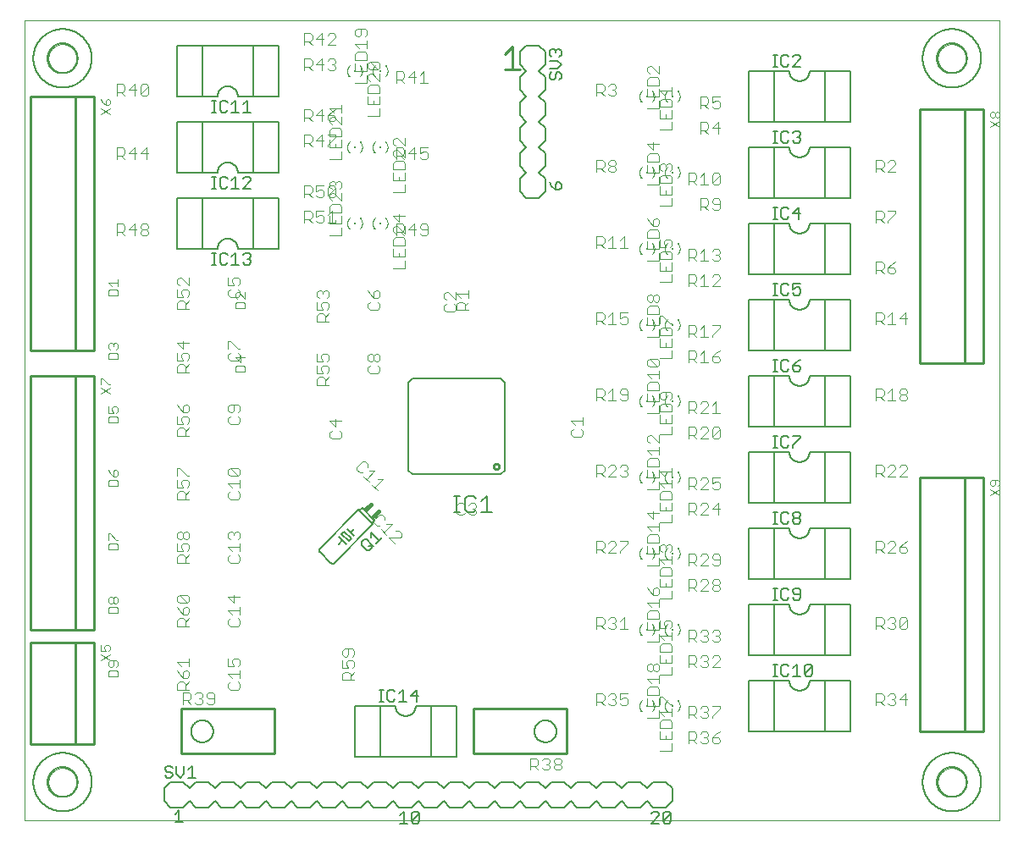
<source format=gto>
G75*
%MOIN*%
%OFA0B0*%
%FSLAX25Y25*%
%IPPOS*%
%LPD*%
%AMOC8*
5,1,8,0,0,1.08239X$1,22.5*
%
%ADD10C,0.00000*%
%ADD11C,0.00800*%
%ADD12C,0.01000*%
%ADD13C,0.00600*%
%ADD14C,0.00400*%
%ADD15C,0.00500*%
%ADD16R,0.00787X0.00787*%
%ADD17R,0.00984X0.00591*%
%ADD18C,0.00300*%
%ADD19C,0.01600*%
%ADD20R,0.01600X0.02300*%
D10*
X0008000Y0004500D02*
X0008000Y0319461D01*
X0391701Y0319461D01*
X0391701Y0004500D01*
X0008000Y0004500D01*
X0017488Y0019500D02*
X0017490Y0019648D01*
X0017496Y0019796D01*
X0017506Y0019944D01*
X0017520Y0020091D01*
X0017538Y0020238D01*
X0017559Y0020384D01*
X0017585Y0020530D01*
X0017615Y0020675D01*
X0017648Y0020819D01*
X0017686Y0020962D01*
X0017727Y0021104D01*
X0017772Y0021245D01*
X0017820Y0021385D01*
X0017873Y0021524D01*
X0017929Y0021661D01*
X0017989Y0021796D01*
X0018052Y0021930D01*
X0018119Y0022062D01*
X0018190Y0022192D01*
X0018264Y0022320D01*
X0018341Y0022446D01*
X0018422Y0022570D01*
X0018506Y0022692D01*
X0018593Y0022811D01*
X0018684Y0022928D01*
X0018778Y0023043D01*
X0018874Y0023155D01*
X0018974Y0023265D01*
X0019076Y0023371D01*
X0019182Y0023475D01*
X0019290Y0023576D01*
X0019401Y0023674D01*
X0019514Y0023770D01*
X0019630Y0023862D01*
X0019748Y0023951D01*
X0019869Y0024036D01*
X0019992Y0024119D01*
X0020117Y0024198D01*
X0020244Y0024274D01*
X0020373Y0024346D01*
X0020504Y0024415D01*
X0020637Y0024480D01*
X0020772Y0024541D01*
X0020908Y0024599D01*
X0021045Y0024654D01*
X0021184Y0024704D01*
X0021325Y0024751D01*
X0021466Y0024794D01*
X0021609Y0024834D01*
X0021753Y0024869D01*
X0021897Y0024901D01*
X0022043Y0024928D01*
X0022189Y0024952D01*
X0022336Y0024972D01*
X0022483Y0024988D01*
X0022630Y0025000D01*
X0022778Y0025008D01*
X0022926Y0025012D01*
X0023074Y0025012D01*
X0023222Y0025008D01*
X0023370Y0025000D01*
X0023517Y0024988D01*
X0023664Y0024972D01*
X0023811Y0024952D01*
X0023957Y0024928D01*
X0024103Y0024901D01*
X0024247Y0024869D01*
X0024391Y0024834D01*
X0024534Y0024794D01*
X0024675Y0024751D01*
X0024816Y0024704D01*
X0024955Y0024654D01*
X0025092Y0024599D01*
X0025228Y0024541D01*
X0025363Y0024480D01*
X0025496Y0024415D01*
X0025627Y0024346D01*
X0025756Y0024274D01*
X0025883Y0024198D01*
X0026008Y0024119D01*
X0026131Y0024036D01*
X0026252Y0023951D01*
X0026370Y0023862D01*
X0026486Y0023770D01*
X0026599Y0023674D01*
X0026710Y0023576D01*
X0026818Y0023475D01*
X0026924Y0023371D01*
X0027026Y0023265D01*
X0027126Y0023155D01*
X0027222Y0023043D01*
X0027316Y0022928D01*
X0027407Y0022811D01*
X0027494Y0022692D01*
X0027578Y0022570D01*
X0027659Y0022446D01*
X0027736Y0022320D01*
X0027810Y0022192D01*
X0027881Y0022062D01*
X0027948Y0021930D01*
X0028011Y0021796D01*
X0028071Y0021661D01*
X0028127Y0021524D01*
X0028180Y0021385D01*
X0028228Y0021245D01*
X0028273Y0021104D01*
X0028314Y0020962D01*
X0028352Y0020819D01*
X0028385Y0020675D01*
X0028415Y0020530D01*
X0028441Y0020384D01*
X0028462Y0020238D01*
X0028480Y0020091D01*
X0028494Y0019944D01*
X0028504Y0019796D01*
X0028510Y0019648D01*
X0028512Y0019500D01*
X0028510Y0019352D01*
X0028504Y0019204D01*
X0028494Y0019056D01*
X0028480Y0018909D01*
X0028462Y0018762D01*
X0028441Y0018616D01*
X0028415Y0018470D01*
X0028385Y0018325D01*
X0028352Y0018181D01*
X0028314Y0018038D01*
X0028273Y0017896D01*
X0028228Y0017755D01*
X0028180Y0017615D01*
X0028127Y0017476D01*
X0028071Y0017339D01*
X0028011Y0017204D01*
X0027948Y0017070D01*
X0027881Y0016938D01*
X0027810Y0016808D01*
X0027736Y0016680D01*
X0027659Y0016554D01*
X0027578Y0016430D01*
X0027494Y0016308D01*
X0027407Y0016189D01*
X0027316Y0016072D01*
X0027222Y0015957D01*
X0027126Y0015845D01*
X0027026Y0015735D01*
X0026924Y0015629D01*
X0026818Y0015525D01*
X0026710Y0015424D01*
X0026599Y0015326D01*
X0026486Y0015230D01*
X0026370Y0015138D01*
X0026252Y0015049D01*
X0026131Y0014964D01*
X0026008Y0014881D01*
X0025883Y0014802D01*
X0025756Y0014726D01*
X0025627Y0014654D01*
X0025496Y0014585D01*
X0025363Y0014520D01*
X0025228Y0014459D01*
X0025092Y0014401D01*
X0024955Y0014346D01*
X0024816Y0014296D01*
X0024675Y0014249D01*
X0024534Y0014206D01*
X0024391Y0014166D01*
X0024247Y0014131D01*
X0024103Y0014099D01*
X0023957Y0014072D01*
X0023811Y0014048D01*
X0023664Y0014028D01*
X0023517Y0014012D01*
X0023370Y0014000D01*
X0023222Y0013992D01*
X0023074Y0013988D01*
X0022926Y0013988D01*
X0022778Y0013992D01*
X0022630Y0014000D01*
X0022483Y0014012D01*
X0022336Y0014028D01*
X0022189Y0014048D01*
X0022043Y0014072D01*
X0021897Y0014099D01*
X0021753Y0014131D01*
X0021609Y0014166D01*
X0021466Y0014206D01*
X0021325Y0014249D01*
X0021184Y0014296D01*
X0021045Y0014346D01*
X0020908Y0014401D01*
X0020772Y0014459D01*
X0020637Y0014520D01*
X0020504Y0014585D01*
X0020373Y0014654D01*
X0020244Y0014726D01*
X0020117Y0014802D01*
X0019992Y0014881D01*
X0019869Y0014964D01*
X0019748Y0015049D01*
X0019630Y0015138D01*
X0019514Y0015230D01*
X0019401Y0015326D01*
X0019290Y0015424D01*
X0019182Y0015525D01*
X0019076Y0015629D01*
X0018974Y0015735D01*
X0018874Y0015845D01*
X0018778Y0015957D01*
X0018684Y0016072D01*
X0018593Y0016189D01*
X0018506Y0016308D01*
X0018422Y0016430D01*
X0018341Y0016554D01*
X0018264Y0016680D01*
X0018190Y0016808D01*
X0018119Y0016938D01*
X0018052Y0017070D01*
X0017989Y0017204D01*
X0017929Y0017339D01*
X0017873Y0017476D01*
X0017820Y0017615D01*
X0017772Y0017755D01*
X0017727Y0017896D01*
X0017686Y0018038D01*
X0017648Y0018181D01*
X0017615Y0018325D01*
X0017585Y0018470D01*
X0017559Y0018616D01*
X0017538Y0018762D01*
X0017520Y0018909D01*
X0017506Y0019056D01*
X0017496Y0019204D01*
X0017490Y0019352D01*
X0017488Y0019500D01*
X0017488Y0304500D02*
X0017490Y0304648D01*
X0017496Y0304796D01*
X0017506Y0304944D01*
X0017520Y0305091D01*
X0017538Y0305238D01*
X0017559Y0305384D01*
X0017585Y0305530D01*
X0017615Y0305675D01*
X0017648Y0305819D01*
X0017686Y0305962D01*
X0017727Y0306104D01*
X0017772Y0306245D01*
X0017820Y0306385D01*
X0017873Y0306524D01*
X0017929Y0306661D01*
X0017989Y0306796D01*
X0018052Y0306930D01*
X0018119Y0307062D01*
X0018190Y0307192D01*
X0018264Y0307320D01*
X0018341Y0307446D01*
X0018422Y0307570D01*
X0018506Y0307692D01*
X0018593Y0307811D01*
X0018684Y0307928D01*
X0018778Y0308043D01*
X0018874Y0308155D01*
X0018974Y0308265D01*
X0019076Y0308371D01*
X0019182Y0308475D01*
X0019290Y0308576D01*
X0019401Y0308674D01*
X0019514Y0308770D01*
X0019630Y0308862D01*
X0019748Y0308951D01*
X0019869Y0309036D01*
X0019992Y0309119D01*
X0020117Y0309198D01*
X0020244Y0309274D01*
X0020373Y0309346D01*
X0020504Y0309415D01*
X0020637Y0309480D01*
X0020772Y0309541D01*
X0020908Y0309599D01*
X0021045Y0309654D01*
X0021184Y0309704D01*
X0021325Y0309751D01*
X0021466Y0309794D01*
X0021609Y0309834D01*
X0021753Y0309869D01*
X0021897Y0309901D01*
X0022043Y0309928D01*
X0022189Y0309952D01*
X0022336Y0309972D01*
X0022483Y0309988D01*
X0022630Y0310000D01*
X0022778Y0310008D01*
X0022926Y0310012D01*
X0023074Y0310012D01*
X0023222Y0310008D01*
X0023370Y0310000D01*
X0023517Y0309988D01*
X0023664Y0309972D01*
X0023811Y0309952D01*
X0023957Y0309928D01*
X0024103Y0309901D01*
X0024247Y0309869D01*
X0024391Y0309834D01*
X0024534Y0309794D01*
X0024675Y0309751D01*
X0024816Y0309704D01*
X0024955Y0309654D01*
X0025092Y0309599D01*
X0025228Y0309541D01*
X0025363Y0309480D01*
X0025496Y0309415D01*
X0025627Y0309346D01*
X0025756Y0309274D01*
X0025883Y0309198D01*
X0026008Y0309119D01*
X0026131Y0309036D01*
X0026252Y0308951D01*
X0026370Y0308862D01*
X0026486Y0308770D01*
X0026599Y0308674D01*
X0026710Y0308576D01*
X0026818Y0308475D01*
X0026924Y0308371D01*
X0027026Y0308265D01*
X0027126Y0308155D01*
X0027222Y0308043D01*
X0027316Y0307928D01*
X0027407Y0307811D01*
X0027494Y0307692D01*
X0027578Y0307570D01*
X0027659Y0307446D01*
X0027736Y0307320D01*
X0027810Y0307192D01*
X0027881Y0307062D01*
X0027948Y0306930D01*
X0028011Y0306796D01*
X0028071Y0306661D01*
X0028127Y0306524D01*
X0028180Y0306385D01*
X0028228Y0306245D01*
X0028273Y0306104D01*
X0028314Y0305962D01*
X0028352Y0305819D01*
X0028385Y0305675D01*
X0028415Y0305530D01*
X0028441Y0305384D01*
X0028462Y0305238D01*
X0028480Y0305091D01*
X0028494Y0304944D01*
X0028504Y0304796D01*
X0028510Y0304648D01*
X0028512Y0304500D01*
X0028510Y0304352D01*
X0028504Y0304204D01*
X0028494Y0304056D01*
X0028480Y0303909D01*
X0028462Y0303762D01*
X0028441Y0303616D01*
X0028415Y0303470D01*
X0028385Y0303325D01*
X0028352Y0303181D01*
X0028314Y0303038D01*
X0028273Y0302896D01*
X0028228Y0302755D01*
X0028180Y0302615D01*
X0028127Y0302476D01*
X0028071Y0302339D01*
X0028011Y0302204D01*
X0027948Y0302070D01*
X0027881Y0301938D01*
X0027810Y0301808D01*
X0027736Y0301680D01*
X0027659Y0301554D01*
X0027578Y0301430D01*
X0027494Y0301308D01*
X0027407Y0301189D01*
X0027316Y0301072D01*
X0027222Y0300957D01*
X0027126Y0300845D01*
X0027026Y0300735D01*
X0026924Y0300629D01*
X0026818Y0300525D01*
X0026710Y0300424D01*
X0026599Y0300326D01*
X0026486Y0300230D01*
X0026370Y0300138D01*
X0026252Y0300049D01*
X0026131Y0299964D01*
X0026008Y0299881D01*
X0025883Y0299802D01*
X0025756Y0299726D01*
X0025627Y0299654D01*
X0025496Y0299585D01*
X0025363Y0299520D01*
X0025228Y0299459D01*
X0025092Y0299401D01*
X0024955Y0299346D01*
X0024816Y0299296D01*
X0024675Y0299249D01*
X0024534Y0299206D01*
X0024391Y0299166D01*
X0024247Y0299131D01*
X0024103Y0299099D01*
X0023957Y0299072D01*
X0023811Y0299048D01*
X0023664Y0299028D01*
X0023517Y0299012D01*
X0023370Y0299000D01*
X0023222Y0298992D01*
X0023074Y0298988D01*
X0022926Y0298988D01*
X0022778Y0298992D01*
X0022630Y0299000D01*
X0022483Y0299012D01*
X0022336Y0299028D01*
X0022189Y0299048D01*
X0022043Y0299072D01*
X0021897Y0299099D01*
X0021753Y0299131D01*
X0021609Y0299166D01*
X0021466Y0299206D01*
X0021325Y0299249D01*
X0021184Y0299296D01*
X0021045Y0299346D01*
X0020908Y0299401D01*
X0020772Y0299459D01*
X0020637Y0299520D01*
X0020504Y0299585D01*
X0020373Y0299654D01*
X0020244Y0299726D01*
X0020117Y0299802D01*
X0019992Y0299881D01*
X0019869Y0299964D01*
X0019748Y0300049D01*
X0019630Y0300138D01*
X0019514Y0300230D01*
X0019401Y0300326D01*
X0019290Y0300424D01*
X0019182Y0300525D01*
X0019076Y0300629D01*
X0018974Y0300735D01*
X0018874Y0300845D01*
X0018778Y0300957D01*
X0018684Y0301072D01*
X0018593Y0301189D01*
X0018506Y0301308D01*
X0018422Y0301430D01*
X0018341Y0301554D01*
X0018264Y0301680D01*
X0018190Y0301808D01*
X0018119Y0301938D01*
X0018052Y0302070D01*
X0017989Y0302204D01*
X0017929Y0302339D01*
X0017873Y0302476D01*
X0017820Y0302615D01*
X0017772Y0302755D01*
X0017727Y0302896D01*
X0017686Y0303038D01*
X0017648Y0303181D01*
X0017615Y0303325D01*
X0017585Y0303470D01*
X0017559Y0303616D01*
X0017538Y0303762D01*
X0017520Y0303909D01*
X0017506Y0304056D01*
X0017496Y0304204D01*
X0017490Y0304352D01*
X0017488Y0304500D01*
X0367488Y0304500D02*
X0367490Y0304648D01*
X0367496Y0304796D01*
X0367506Y0304944D01*
X0367520Y0305091D01*
X0367538Y0305238D01*
X0367559Y0305384D01*
X0367585Y0305530D01*
X0367615Y0305675D01*
X0367648Y0305819D01*
X0367686Y0305962D01*
X0367727Y0306104D01*
X0367772Y0306245D01*
X0367820Y0306385D01*
X0367873Y0306524D01*
X0367929Y0306661D01*
X0367989Y0306796D01*
X0368052Y0306930D01*
X0368119Y0307062D01*
X0368190Y0307192D01*
X0368264Y0307320D01*
X0368341Y0307446D01*
X0368422Y0307570D01*
X0368506Y0307692D01*
X0368593Y0307811D01*
X0368684Y0307928D01*
X0368778Y0308043D01*
X0368874Y0308155D01*
X0368974Y0308265D01*
X0369076Y0308371D01*
X0369182Y0308475D01*
X0369290Y0308576D01*
X0369401Y0308674D01*
X0369514Y0308770D01*
X0369630Y0308862D01*
X0369748Y0308951D01*
X0369869Y0309036D01*
X0369992Y0309119D01*
X0370117Y0309198D01*
X0370244Y0309274D01*
X0370373Y0309346D01*
X0370504Y0309415D01*
X0370637Y0309480D01*
X0370772Y0309541D01*
X0370908Y0309599D01*
X0371045Y0309654D01*
X0371184Y0309704D01*
X0371325Y0309751D01*
X0371466Y0309794D01*
X0371609Y0309834D01*
X0371753Y0309869D01*
X0371897Y0309901D01*
X0372043Y0309928D01*
X0372189Y0309952D01*
X0372336Y0309972D01*
X0372483Y0309988D01*
X0372630Y0310000D01*
X0372778Y0310008D01*
X0372926Y0310012D01*
X0373074Y0310012D01*
X0373222Y0310008D01*
X0373370Y0310000D01*
X0373517Y0309988D01*
X0373664Y0309972D01*
X0373811Y0309952D01*
X0373957Y0309928D01*
X0374103Y0309901D01*
X0374247Y0309869D01*
X0374391Y0309834D01*
X0374534Y0309794D01*
X0374675Y0309751D01*
X0374816Y0309704D01*
X0374955Y0309654D01*
X0375092Y0309599D01*
X0375228Y0309541D01*
X0375363Y0309480D01*
X0375496Y0309415D01*
X0375627Y0309346D01*
X0375756Y0309274D01*
X0375883Y0309198D01*
X0376008Y0309119D01*
X0376131Y0309036D01*
X0376252Y0308951D01*
X0376370Y0308862D01*
X0376486Y0308770D01*
X0376599Y0308674D01*
X0376710Y0308576D01*
X0376818Y0308475D01*
X0376924Y0308371D01*
X0377026Y0308265D01*
X0377126Y0308155D01*
X0377222Y0308043D01*
X0377316Y0307928D01*
X0377407Y0307811D01*
X0377494Y0307692D01*
X0377578Y0307570D01*
X0377659Y0307446D01*
X0377736Y0307320D01*
X0377810Y0307192D01*
X0377881Y0307062D01*
X0377948Y0306930D01*
X0378011Y0306796D01*
X0378071Y0306661D01*
X0378127Y0306524D01*
X0378180Y0306385D01*
X0378228Y0306245D01*
X0378273Y0306104D01*
X0378314Y0305962D01*
X0378352Y0305819D01*
X0378385Y0305675D01*
X0378415Y0305530D01*
X0378441Y0305384D01*
X0378462Y0305238D01*
X0378480Y0305091D01*
X0378494Y0304944D01*
X0378504Y0304796D01*
X0378510Y0304648D01*
X0378512Y0304500D01*
X0378510Y0304352D01*
X0378504Y0304204D01*
X0378494Y0304056D01*
X0378480Y0303909D01*
X0378462Y0303762D01*
X0378441Y0303616D01*
X0378415Y0303470D01*
X0378385Y0303325D01*
X0378352Y0303181D01*
X0378314Y0303038D01*
X0378273Y0302896D01*
X0378228Y0302755D01*
X0378180Y0302615D01*
X0378127Y0302476D01*
X0378071Y0302339D01*
X0378011Y0302204D01*
X0377948Y0302070D01*
X0377881Y0301938D01*
X0377810Y0301808D01*
X0377736Y0301680D01*
X0377659Y0301554D01*
X0377578Y0301430D01*
X0377494Y0301308D01*
X0377407Y0301189D01*
X0377316Y0301072D01*
X0377222Y0300957D01*
X0377126Y0300845D01*
X0377026Y0300735D01*
X0376924Y0300629D01*
X0376818Y0300525D01*
X0376710Y0300424D01*
X0376599Y0300326D01*
X0376486Y0300230D01*
X0376370Y0300138D01*
X0376252Y0300049D01*
X0376131Y0299964D01*
X0376008Y0299881D01*
X0375883Y0299802D01*
X0375756Y0299726D01*
X0375627Y0299654D01*
X0375496Y0299585D01*
X0375363Y0299520D01*
X0375228Y0299459D01*
X0375092Y0299401D01*
X0374955Y0299346D01*
X0374816Y0299296D01*
X0374675Y0299249D01*
X0374534Y0299206D01*
X0374391Y0299166D01*
X0374247Y0299131D01*
X0374103Y0299099D01*
X0373957Y0299072D01*
X0373811Y0299048D01*
X0373664Y0299028D01*
X0373517Y0299012D01*
X0373370Y0299000D01*
X0373222Y0298992D01*
X0373074Y0298988D01*
X0372926Y0298988D01*
X0372778Y0298992D01*
X0372630Y0299000D01*
X0372483Y0299012D01*
X0372336Y0299028D01*
X0372189Y0299048D01*
X0372043Y0299072D01*
X0371897Y0299099D01*
X0371753Y0299131D01*
X0371609Y0299166D01*
X0371466Y0299206D01*
X0371325Y0299249D01*
X0371184Y0299296D01*
X0371045Y0299346D01*
X0370908Y0299401D01*
X0370772Y0299459D01*
X0370637Y0299520D01*
X0370504Y0299585D01*
X0370373Y0299654D01*
X0370244Y0299726D01*
X0370117Y0299802D01*
X0369992Y0299881D01*
X0369869Y0299964D01*
X0369748Y0300049D01*
X0369630Y0300138D01*
X0369514Y0300230D01*
X0369401Y0300326D01*
X0369290Y0300424D01*
X0369182Y0300525D01*
X0369076Y0300629D01*
X0368974Y0300735D01*
X0368874Y0300845D01*
X0368778Y0300957D01*
X0368684Y0301072D01*
X0368593Y0301189D01*
X0368506Y0301308D01*
X0368422Y0301430D01*
X0368341Y0301554D01*
X0368264Y0301680D01*
X0368190Y0301808D01*
X0368119Y0301938D01*
X0368052Y0302070D01*
X0367989Y0302204D01*
X0367929Y0302339D01*
X0367873Y0302476D01*
X0367820Y0302615D01*
X0367772Y0302755D01*
X0367727Y0302896D01*
X0367686Y0303038D01*
X0367648Y0303181D01*
X0367615Y0303325D01*
X0367585Y0303470D01*
X0367559Y0303616D01*
X0367538Y0303762D01*
X0367520Y0303909D01*
X0367506Y0304056D01*
X0367496Y0304204D01*
X0367490Y0304352D01*
X0367488Y0304500D01*
X0367488Y0019500D02*
X0367490Y0019648D01*
X0367496Y0019796D01*
X0367506Y0019944D01*
X0367520Y0020091D01*
X0367538Y0020238D01*
X0367559Y0020384D01*
X0367585Y0020530D01*
X0367615Y0020675D01*
X0367648Y0020819D01*
X0367686Y0020962D01*
X0367727Y0021104D01*
X0367772Y0021245D01*
X0367820Y0021385D01*
X0367873Y0021524D01*
X0367929Y0021661D01*
X0367989Y0021796D01*
X0368052Y0021930D01*
X0368119Y0022062D01*
X0368190Y0022192D01*
X0368264Y0022320D01*
X0368341Y0022446D01*
X0368422Y0022570D01*
X0368506Y0022692D01*
X0368593Y0022811D01*
X0368684Y0022928D01*
X0368778Y0023043D01*
X0368874Y0023155D01*
X0368974Y0023265D01*
X0369076Y0023371D01*
X0369182Y0023475D01*
X0369290Y0023576D01*
X0369401Y0023674D01*
X0369514Y0023770D01*
X0369630Y0023862D01*
X0369748Y0023951D01*
X0369869Y0024036D01*
X0369992Y0024119D01*
X0370117Y0024198D01*
X0370244Y0024274D01*
X0370373Y0024346D01*
X0370504Y0024415D01*
X0370637Y0024480D01*
X0370772Y0024541D01*
X0370908Y0024599D01*
X0371045Y0024654D01*
X0371184Y0024704D01*
X0371325Y0024751D01*
X0371466Y0024794D01*
X0371609Y0024834D01*
X0371753Y0024869D01*
X0371897Y0024901D01*
X0372043Y0024928D01*
X0372189Y0024952D01*
X0372336Y0024972D01*
X0372483Y0024988D01*
X0372630Y0025000D01*
X0372778Y0025008D01*
X0372926Y0025012D01*
X0373074Y0025012D01*
X0373222Y0025008D01*
X0373370Y0025000D01*
X0373517Y0024988D01*
X0373664Y0024972D01*
X0373811Y0024952D01*
X0373957Y0024928D01*
X0374103Y0024901D01*
X0374247Y0024869D01*
X0374391Y0024834D01*
X0374534Y0024794D01*
X0374675Y0024751D01*
X0374816Y0024704D01*
X0374955Y0024654D01*
X0375092Y0024599D01*
X0375228Y0024541D01*
X0375363Y0024480D01*
X0375496Y0024415D01*
X0375627Y0024346D01*
X0375756Y0024274D01*
X0375883Y0024198D01*
X0376008Y0024119D01*
X0376131Y0024036D01*
X0376252Y0023951D01*
X0376370Y0023862D01*
X0376486Y0023770D01*
X0376599Y0023674D01*
X0376710Y0023576D01*
X0376818Y0023475D01*
X0376924Y0023371D01*
X0377026Y0023265D01*
X0377126Y0023155D01*
X0377222Y0023043D01*
X0377316Y0022928D01*
X0377407Y0022811D01*
X0377494Y0022692D01*
X0377578Y0022570D01*
X0377659Y0022446D01*
X0377736Y0022320D01*
X0377810Y0022192D01*
X0377881Y0022062D01*
X0377948Y0021930D01*
X0378011Y0021796D01*
X0378071Y0021661D01*
X0378127Y0021524D01*
X0378180Y0021385D01*
X0378228Y0021245D01*
X0378273Y0021104D01*
X0378314Y0020962D01*
X0378352Y0020819D01*
X0378385Y0020675D01*
X0378415Y0020530D01*
X0378441Y0020384D01*
X0378462Y0020238D01*
X0378480Y0020091D01*
X0378494Y0019944D01*
X0378504Y0019796D01*
X0378510Y0019648D01*
X0378512Y0019500D01*
X0378510Y0019352D01*
X0378504Y0019204D01*
X0378494Y0019056D01*
X0378480Y0018909D01*
X0378462Y0018762D01*
X0378441Y0018616D01*
X0378415Y0018470D01*
X0378385Y0018325D01*
X0378352Y0018181D01*
X0378314Y0018038D01*
X0378273Y0017896D01*
X0378228Y0017755D01*
X0378180Y0017615D01*
X0378127Y0017476D01*
X0378071Y0017339D01*
X0378011Y0017204D01*
X0377948Y0017070D01*
X0377881Y0016938D01*
X0377810Y0016808D01*
X0377736Y0016680D01*
X0377659Y0016554D01*
X0377578Y0016430D01*
X0377494Y0016308D01*
X0377407Y0016189D01*
X0377316Y0016072D01*
X0377222Y0015957D01*
X0377126Y0015845D01*
X0377026Y0015735D01*
X0376924Y0015629D01*
X0376818Y0015525D01*
X0376710Y0015424D01*
X0376599Y0015326D01*
X0376486Y0015230D01*
X0376370Y0015138D01*
X0376252Y0015049D01*
X0376131Y0014964D01*
X0376008Y0014881D01*
X0375883Y0014802D01*
X0375756Y0014726D01*
X0375627Y0014654D01*
X0375496Y0014585D01*
X0375363Y0014520D01*
X0375228Y0014459D01*
X0375092Y0014401D01*
X0374955Y0014346D01*
X0374816Y0014296D01*
X0374675Y0014249D01*
X0374534Y0014206D01*
X0374391Y0014166D01*
X0374247Y0014131D01*
X0374103Y0014099D01*
X0373957Y0014072D01*
X0373811Y0014048D01*
X0373664Y0014028D01*
X0373517Y0014012D01*
X0373370Y0014000D01*
X0373222Y0013992D01*
X0373074Y0013988D01*
X0372926Y0013988D01*
X0372778Y0013992D01*
X0372630Y0014000D01*
X0372483Y0014012D01*
X0372336Y0014028D01*
X0372189Y0014048D01*
X0372043Y0014072D01*
X0371897Y0014099D01*
X0371753Y0014131D01*
X0371609Y0014166D01*
X0371466Y0014206D01*
X0371325Y0014249D01*
X0371184Y0014296D01*
X0371045Y0014346D01*
X0370908Y0014401D01*
X0370772Y0014459D01*
X0370637Y0014520D01*
X0370504Y0014585D01*
X0370373Y0014654D01*
X0370244Y0014726D01*
X0370117Y0014802D01*
X0369992Y0014881D01*
X0369869Y0014964D01*
X0369748Y0015049D01*
X0369630Y0015138D01*
X0369514Y0015230D01*
X0369401Y0015326D01*
X0369290Y0015424D01*
X0369182Y0015525D01*
X0369076Y0015629D01*
X0368974Y0015735D01*
X0368874Y0015845D01*
X0368778Y0015957D01*
X0368684Y0016072D01*
X0368593Y0016189D01*
X0368506Y0016308D01*
X0368422Y0016430D01*
X0368341Y0016554D01*
X0368264Y0016680D01*
X0368190Y0016808D01*
X0368119Y0016938D01*
X0368052Y0017070D01*
X0367989Y0017204D01*
X0367929Y0017339D01*
X0367873Y0017476D01*
X0367820Y0017615D01*
X0367772Y0017755D01*
X0367727Y0017896D01*
X0367686Y0018038D01*
X0367648Y0018181D01*
X0367615Y0018325D01*
X0367585Y0018470D01*
X0367559Y0018616D01*
X0367538Y0018762D01*
X0367520Y0018909D01*
X0367506Y0019056D01*
X0367496Y0019204D01*
X0367490Y0019352D01*
X0367488Y0019500D01*
D11*
X0367094Y0019500D02*
X0367096Y0019653D01*
X0367102Y0019807D01*
X0367112Y0019960D01*
X0367126Y0020112D01*
X0367144Y0020265D01*
X0367166Y0020416D01*
X0367191Y0020567D01*
X0367221Y0020718D01*
X0367255Y0020868D01*
X0367292Y0021016D01*
X0367333Y0021164D01*
X0367378Y0021310D01*
X0367427Y0021456D01*
X0367480Y0021600D01*
X0367536Y0021742D01*
X0367596Y0021883D01*
X0367660Y0022023D01*
X0367727Y0022161D01*
X0367798Y0022297D01*
X0367873Y0022431D01*
X0367950Y0022563D01*
X0368032Y0022693D01*
X0368116Y0022821D01*
X0368204Y0022947D01*
X0368295Y0023070D01*
X0368389Y0023191D01*
X0368487Y0023309D01*
X0368587Y0023425D01*
X0368691Y0023538D01*
X0368797Y0023649D01*
X0368906Y0023757D01*
X0369018Y0023862D01*
X0369132Y0023963D01*
X0369250Y0024062D01*
X0369369Y0024158D01*
X0369491Y0024251D01*
X0369616Y0024340D01*
X0369743Y0024427D01*
X0369872Y0024509D01*
X0370003Y0024589D01*
X0370136Y0024665D01*
X0370271Y0024738D01*
X0370408Y0024807D01*
X0370547Y0024872D01*
X0370687Y0024934D01*
X0370829Y0024992D01*
X0370972Y0025047D01*
X0371117Y0025098D01*
X0371263Y0025145D01*
X0371410Y0025188D01*
X0371558Y0025227D01*
X0371707Y0025263D01*
X0371857Y0025294D01*
X0372008Y0025322D01*
X0372159Y0025346D01*
X0372312Y0025366D01*
X0372464Y0025382D01*
X0372617Y0025394D01*
X0372770Y0025402D01*
X0372923Y0025406D01*
X0373077Y0025406D01*
X0373230Y0025402D01*
X0373383Y0025394D01*
X0373536Y0025382D01*
X0373688Y0025366D01*
X0373841Y0025346D01*
X0373992Y0025322D01*
X0374143Y0025294D01*
X0374293Y0025263D01*
X0374442Y0025227D01*
X0374590Y0025188D01*
X0374737Y0025145D01*
X0374883Y0025098D01*
X0375028Y0025047D01*
X0375171Y0024992D01*
X0375313Y0024934D01*
X0375453Y0024872D01*
X0375592Y0024807D01*
X0375729Y0024738D01*
X0375864Y0024665D01*
X0375997Y0024589D01*
X0376128Y0024509D01*
X0376257Y0024427D01*
X0376384Y0024340D01*
X0376509Y0024251D01*
X0376631Y0024158D01*
X0376750Y0024062D01*
X0376868Y0023963D01*
X0376982Y0023862D01*
X0377094Y0023757D01*
X0377203Y0023649D01*
X0377309Y0023538D01*
X0377413Y0023425D01*
X0377513Y0023309D01*
X0377611Y0023191D01*
X0377705Y0023070D01*
X0377796Y0022947D01*
X0377884Y0022821D01*
X0377968Y0022693D01*
X0378050Y0022563D01*
X0378127Y0022431D01*
X0378202Y0022297D01*
X0378273Y0022161D01*
X0378340Y0022023D01*
X0378404Y0021883D01*
X0378464Y0021742D01*
X0378520Y0021600D01*
X0378573Y0021456D01*
X0378622Y0021310D01*
X0378667Y0021164D01*
X0378708Y0021016D01*
X0378745Y0020868D01*
X0378779Y0020718D01*
X0378809Y0020567D01*
X0378834Y0020416D01*
X0378856Y0020265D01*
X0378874Y0020112D01*
X0378888Y0019960D01*
X0378898Y0019807D01*
X0378904Y0019653D01*
X0378906Y0019500D01*
X0378904Y0019347D01*
X0378898Y0019193D01*
X0378888Y0019040D01*
X0378874Y0018888D01*
X0378856Y0018735D01*
X0378834Y0018584D01*
X0378809Y0018433D01*
X0378779Y0018282D01*
X0378745Y0018132D01*
X0378708Y0017984D01*
X0378667Y0017836D01*
X0378622Y0017690D01*
X0378573Y0017544D01*
X0378520Y0017400D01*
X0378464Y0017258D01*
X0378404Y0017117D01*
X0378340Y0016977D01*
X0378273Y0016839D01*
X0378202Y0016703D01*
X0378127Y0016569D01*
X0378050Y0016437D01*
X0377968Y0016307D01*
X0377884Y0016179D01*
X0377796Y0016053D01*
X0377705Y0015930D01*
X0377611Y0015809D01*
X0377513Y0015691D01*
X0377413Y0015575D01*
X0377309Y0015462D01*
X0377203Y0015351D01*
X0377094Y0015243D01*
X0376982Y0015138D01*
X0376868Y0015037D01*
X0376750Y0014938D01*
X0376631Y0014842D01*
X0376509Y0014749D01*
X0376384Y0014660D01*
X0376257Y0014573D01*
X0376128Y0014491D01*
X0375997Y0014411D01*
X0375864Y0014335D01*
X0375729Y0014262D01*
X0375592Y0014193D01*
X0375453Y0014128D01*
X0375313Y0014066D01*
X0375171Y0014008D01*
X0375028Y0013953D01*
X0374883Y0013902D01*
X0374737Y0013855D01*
X0374590Y0013812D01*
X0374442Y0013773D01*
X0374293Y0013737D01*
X0374143Y0013706D01*
X0373992Y0013678D01*
X0373841Y0013654D01*
X0373688Y0013634D01*
X0373536Y0013618D01*
X0373383Y0013606D01*
X0373230Y0013598D01*
X0373077Y0013594D01*
X0372923Y0013594D01*
X0372770Y0013598D01*
X0372617Y0013606D01*
X0372464Y0013618D01*
X0372312Y0013634D01*
X0372159Y0013654D01*
X0372008Y0013678D01*
X0371857Y0013706D01*
X0371707Y0013737D01*
X0371558Y0013773D01*
X0371410Y0013812D01*
X0371263Y0013855D01*
X0371117Y0013902D01*
X0370972Y0013953D01*
X0370829Y0014008D01*
X0370687Y0014066D01*
X0370547Y0014128D01*
X0370408Y0014193D01*
X0370271Y0014262D01*
X0370136Y0014335D01*
X0370003Y0014411D01*
X0369872Y0014491D01*
X0369743Y0014573D01*
X0369616Y0014660D01*
X0369491Y0014749D01*
X0369369Y0014842D01*
X0369250Y0014938D01*
X0369132Y0015037D01*
X0369018Y0015138D01*
X0368906Y0015243D01*
X0368797Y0015351D01*
X0368691Y0015462D01*
X0368587Y0015575D01*
X0368487Y0015691D01*
X0368389Y0015809D01*
X0368295Y0015930D01*
X0368204Y0016053D01*
X0368116Y0016179D01*
X0368032Y0016307D01*
X0367950Y0016437D01*
X0367873Y0016569D01*
X0367798Y0016703D01*
X0367727Y0016839D01*
X0367660Y0016977D01*
X0367596Y0017117D01*
X0367536Y0017258D01*
X0367480Y0017400D01*
X0367427Y0017544D01*
X0367378Y0017690D01*
X0367333Y0017836D01*
X0367292Y0017984D01*
X0367255Y0018132D01*
X0367221Y0018282D01*
X0367191Y0018433D01*
X0367166Y0018584D01*
X0367144Y0018735D01*
X0367126Y0018888D01*
X0367112Y0019040D01*
X0367102Y0019193D01*
X0367096Y0019347D01*
X0367094Y0019500D01*
X0196898Y0142177D02*
X0195323Y0140602D01*
X0160677Y0140602D01*
X0159102Y0142177D01*
X0159102Y0176823D01*
X0160677Y0178398D01*
X0195323Y0178398D01*
X0196898Y0176823D01*
X0196898Y0142177D01*
X0017094Y0019500D02*
X0017096Y0019653D01*
X0017102Y0019807D01*
X0017112Y0019960D01*
X0017126Y0020112D01*
X0017144Y0020265D01*
X0017166Y0020416D01*
X0017191Y0020567D01*
X0017221Y0020718D01*
X0017255Y0020868D01*
X0017292Y0021016D01*
X0017333Y0021164D01*
X0017378Y0021310D01*
X0017427Y0021456D01*
X0017480Y0021600D01*
X0017536Y0021742D01*
X0017596Y0021883D01*
X0017660Y0022023D01*
X0017727Y0022161D01*
X0017798Y0022297D01*
X0017873Y0022431D01*
X0017950Y0022563D01*
X0018032Y0022693D01*
X0018116Y0022821D01*
X0018204Y0022947D01*
X0018295Y0023070D01*
X0018389Y0023191D01*
X0018487Y0023309D01*
X0018587Y0023425D01*
X0018691Y0023538D01*
X0018797Y0023649D01*
X0018906Y0023757D01*
X0019018Y0023862D01*
X0019132Y0023963D01*
X0019250Y0024062D01*
X0019369Y0024158D01*
X0019491Y0024251D01*
X0019616Y0024340D01*
X0019743Y0024427D01*
X0019872Y0024509D01*
X0020003Y0024589D01*
X0020136Y0024665D01*
X0020271Y0024738D01*
X0020408Y0024807D01*
X0020547Y0024872D01*
X0020687Y0024934D01*
X0020829Y0024992D01*
X0020972Y0025047D01*
X0021117Y0025098D01*
X0021263Y0025145D01*
X0021410Y0025188D01*
X0021558Y0025227D01*
X0021707Y0025263D01*
X0021857Y0025294D01*
X0022008Y0025322D01*
X0022159Y0025346D01*
X0022312Y0025366D01*
X0022464Y0025382D01*
X0022617Y0025394D01*
X0022770Y0025402D01*
X0022923Y0025406D01*
X0023077Y0025406D01*
X0023230Y0025402D01*
X0023383Y0025394D01*
X0023536Y0025382D01*
X0023688Y0025366D01*
X0023841Y0025346D01*
X0023992Y0025322D01*
X0024143Y0025294D01*
X0024293Y0025263D01*
X0024442Y0025227D01*
X0024590Y0025188D01*
X0024737Y0025145D01*
X0024883Y0025098D01*
X0025028Y0025047D01*
X0025171Y0024992D01*
X0025313Y0024934D01*
X0025453Y0024872D01*
X0025592Y0024807D01*
X0025729Y0024738D01*
X0025864Y0024665D01*
X0025997Y0024589D01*
X0026128Y0024509D01*
X0026257Y0024427D01*
X0026384Y0024340D01*
X0026509Y0024251D01*
X0026631Y0024158D01*
X0026750Y0024062D01*
X0026868Y0023963D01*
X0026982Y0023862D01*
X0027094Y0023757D01*
X0027203Y0023649D01*
X0027309Y0023538D01*
X0027413Y0023425D01*
X0027513Y0023309D01*
X0027611Y0023191D01*
X0027705Y0023070D01*
X0027796Y0022947D01*
X0027884Y0022821D01*
X0027968Y0022693D01*
X0028050Y0022563D01*
X0028127Y0022431D01*
X0028202Y0022297D01*
X0028273Y0022161D01*
X0028340Y0022023D01*
X0028404Y0021883D01*
X0028464Y0021742D01*
X0028520Y0021600D01*
X0028573Y0021456D01*
X0028622Y0021310D01*
X0028667Y0021164D01*
X0028708Y0021016D01*
X0028745Y0020868D01*
X0028779Y0020718D01*
X0028809Y0020567D01*
X0028834Y0020416D01*
X0028856Y0020265D01*
X0028874Y0020112D01*
X0028888Y0019960D01*
X0028898Y0019807D01*
X0028904Y0019653D01*
X0028906Y0019500D01*
X0028904Y0019347D01*
X0028898Y0019193D01*
X0028888Y0019040D01*
X0028874Y0018888D01*
X0028856Y0018735D01*
X0028834Y0018584D01*
X0028809Y0018433D01*
X0028779Y0018282D01*
X0028745Y0018132D01*
X0028708Y0017984D01*
X0028667Y0017836D01*
X0028622Y0017690D01*
X0028573Y0017544D01*
X0028520Y0017400D01*
X0028464Y0017258D01*
X0028404Y0017117D01*
X0028340Y0016977D01*
X0028273Y0016839D01*
X0028202Y0016703D01*
X0028127Y0016569D01*
X0028050Y0016437D01*
X0027968Y0016307D01*
X0027884Y0016179D01*
X0027796Y0016053D01*
X0027705Y0015930D01*
X0027611Y0015809D01*
X0027513Y0015691D01*
X0027413Y0015575D01*
X0027309Y0015462D01*
X0027203Y0015351D01*
X0027094Y0015243D01*
X0026982Y0015138D01*
X0026868Y0015037D01*
X0026750Y0014938D01*
X0026631Y0014842D01*
X0026509Y0014749D01*
X0026384Y0014660D01*
X0026257Y0014573D01*
X0026128Y0014491D01*
X0025997Y0014411D01*
X0025864Y0014335D01*
X0025729Y0014262D01*
X0025592Y0014193D01*
X0025453Y0014128D01*
X0025313Y0014066D01*
X0025171Y0014008D01*
X0025028Y0013953D01*
X0024883Y0013902D01*
X0024737Y0013855D01*
X0024590Y0013812D01*
X0024442Y0013773D01*
X0024293Y0013737D01*
X0024143Y0013706D01*
X0023992Y0013678D01*
X0023841Y0013654D01*
X0023688Y0013634D01*
X0023536Y0013618D01*
X0023383Y0013606D01*
X0023230Y0013598D01*
X0023077Y0013594D01*
X0022923Y0013594D01*
X0022770Y0013598D01*
X0022617Y0013606D01*
X0022464Y0013618D01*
X0022312Y0013634D01*
X0022159Y0013654D01*
X0022008Y0013678D01*
X0021857Y0013706D01*
X0021707Y0013737D01*
X0021558Y0013773D01*
X0021410Y0013812D01*
X0021263Y0013855D01*
X0021117Y0013902D01*
X0020972Y0013953D01*
X0020829Y0014008D01*
X0020687Y0014066D01*
X0020547Y0014128D01*
X0020408Y0014193D01*
X0020271Y0014262D01*
X0020136Y0014335D01*
X0020003Y0014411D01*
X0019872Y0014491D01*
X0019743Y0014573D01*
X0019616Y0014660D01*
X0019491Y0014749D01*
X0019369Y0014842D01*
X0019250Y0014938D01*
X0019132Y0015037D01*
X0019018Y0015138D01*
X0018906Y0015243D01*
X0018797Y0015351D01*
X0018691Y0015462D01*
X0018587Y0015575D01*
X0018487Y0015691D01*
X0018389Y0015809D01*
X0018295Y0015930D01*
X0018204Y0016053D01*
X0018116Y0016179D01*
X0018032Y0016307D01*
X0017950Y0016437D01*
X0017873Y0016569D01*
X0017798Y0016703D01*
X0017727Y0016839D01*
X0017660Y0016977D01*
X0017596Y0017117D01*
X0017536Y0017258D01*
X0017480Y0017400D01*
X0017427Y0017544D01*
X0017378Y0017690D01*
X0017333Y0017836D01*
X0017292Y0017984D01*
X0017255Y0018132D01*
X0017221Y0018282D01*
X0017191Y0018433D01*
X0017166Y0018584D01*
X0017144Y0018735D01*
X0017126Y0018888D01*
X0017112Y0019040D01*
X0017102Y0019193D01*
X0017096Y0019347D01*
X0017094Y0019500D01*
X0017094Y0304500D02*
X0017096Y0304653D01*
X0017102Y0304807D01*
X0017112Y0304960D01*
X0017126Y0305112D01*
X0017144Y0305265D01*
X0017166Y0305416D01*
X0017191Y0305567D01*
X0017221Y0305718D01*
X0017255Y0305868D01*
X0017292Y0306016D01*
X0017333Y0306164D01*
X0017378Y0306310D01*
X0017427Y0306456D01*
X0017480Y0306600D01*
X0017536Y0306742D01*
X0017596Y0306883D01*
X0017660Y0307023D01*
X0017727Y0307161D01*
X0017798Y0307297D01*
X0017873Y0307431D01*
X0017950Y0307563D01*
X0018032Y0307693D01*
X0018116Y0307821D01*
X0018204Y0307947D01*
X0018295Y0308070D01*
X0018389Y0308191D01*
X0018487Y0308309D01*
X0018587Y0308425D01*
X0018691Y0308538D01*
X0018797Y0308649D01*
X0018906Y0308757D01*
X0019018Y0308862D01*
X0019132Y0308963D01*
X0019250Y0309062D01*
X0019369Y0309158D01*
X0019491Y0309251D01*
X0019616Y0309340D01*
X0019743Y0309427D01*
X0019872Y0309509D01*
X0020003Y0309589D01*
X0020136Y0309665D01*
X0020271Y0309738D01*
X0020408Y0309807D01*
X0020547Y0309872D01*
X0020687Y0309934D01*
X0020829Y0309992D01*
X0020972Y0310047D01*
X0021117Y0310098D01*
X0021263Y0310145D01*
X0021410Y0310188D01*
X0021558Y0310227D01*
X0021707Y0310263D01*
X0021857Y0310294D01*
X0022008Y0310322D01*
X0022159Y0310346D01*
X0022312Y0310366D01*
X0022464Y0310382D01*
X0022617Y0310394D01*
X0022770Y0310402D01*
X0022923Y0310406D01*
X0023077Y0310406D01*
X0023230Y0310402D01*
X0023383Y0310394D01*
X0023536Y0310382D01*
X0023688Y0310366D01*
X0023841Y0310346D01*
X0023992Y0310322D01*
X0024143Y0310294D01*
X0024293Y0310263D01*
X0024442Y0310227D01*
X0024590Y0310188D01*
X0024737Y0310145D01*
X0024883Y0310098D01*
X0025028Y0310047D01*
X0025171Y0309992D01*
X0025313Y0309934D01*
X0025453Y0309872D01*
X0025592Y0309807D01*
X0025729Y0309738D01*
X0025864Y0309665D01*
X0025997Y0309589D01*
X0026128Y0309509D01*
X0026257Y0309427D01*
X0026384Y0309340D01*
X0026509Y0309251D01*
X0026631Y0309158D01*
X0026750Y0309062D01*
X0026868Y0308963D01*
X0026982Y0308862D01*
X0027094Y0308757D01*
X0027203Y0308649D01*
X0027309Y0308538D01*
X0027413Y0308425D01*
X0027513Y0308309D01*
X0027611Y0308191D01*
X0027705Y0308070D01*
X0027796Y0307947D01*
X0027884Y0307821D01*
X0027968Y0307693D01*
X0028050Y0307563D01*
X0028127Y0307431D01*
X0028202Y0307297D01*
X0028273Y0307161D01*
X0028340Y0307023D01*
X0028404Y0306883D01*
X0028464Y0306742D01*
X0028520Y0306600D01*
X0028573Y0306456D01*
X0028622Y0306310D01*
X0028667Y0306164D01*
X0028708Y0306016D01*
X0028745Y0305868D01*
X0028779Y0305718D01*
X0028809Y0305567D01*
X0028834Y0305416D01*
X0028856Y0305265D01*
X0028874Y0305112D01*
X0028888Y0304960D01*
X0028898Y0304807D01*
X0028904Y0304653D01*
X0028906Y0304500D01*
X0028904Y0304347D01*
X0028898Y0304193D01*
X0028888Y0304040D01*
X0028874Y0303888D01*
X0028856Y0303735D01*
X0028834Y0303584D01*
X0028809Y0303433D01*
X0028779Y0303282D01*
X0028745Y0303132D01*
X0028708Y0302984D01*
X0028667Y0302836D01*
X0028622Y0302690D01*
X0028573Y0302544D01*
X0028520Y0302400D01*
X0028464Y0302258D01*
X0028404Y0302117D01*
X0028340Y0301977D01*
X0028273Y0301839D01*
X0028202Y0301703D01*
X0028127Y0301569D01*
X0028050Y0301437D01*
X0027968Y0301307D01*
X0027884Y0301179D01*
X0027796Y0301053D01*
X0027705Y0300930D01*
X0027611Y0300809D01*
X0027513Y0300691D01*
X0027413Y0300575D01*
X0027309Y0300462D01*
X0027203Y0300351D01*
X0027094Y0300243D01*
X0026982Y0300138D01*
X0026868Y0300037D01*
X0026750Y0299938D01*
X0026631Y0299842D01*
X0026509Y0299749D01*
X0026384Y0299660D01*
X0026257Y0299573D01*
X0026128Y0299491D01*
X0025997Y0299411D01*
X0025864Y0299335D01*
X0025729Y0299262D01*
X0025592Y0299193D01*
X0025453Y0299128D01*
X0025313Y0299066D01*
X0025171Y0299008D01*
X0025028Y0298953D01*
X0024883Y0298902D01*
X0024737Y0298855D01*
X0024590Y0298812D01*
X0024442Y0298773D01*
X0024293Y0298737D01*
X0024143Y0298706D01*
X0023992Y0298678D01*
X0023841Y0298654D01*
X0023688Y0298634D01*
X0023536Y0298618D01*
X0023383Y0298606D01*
X0023230Y0298598D01*
X0023077Y0298594D01*
X0022923Y0298594D01*
X0022770Y0298598D01*
X0022617Y0298606D01*
X0022464Y0298618D01*
X0022312Y0298634D01*
X0022159Y0298654D01*
X0022008Y0298678D01*
X0021857Y0298706D01*
X0021707Y0298737D01*
X0021558Y0298773D01*
X0021410Y0298812D01*
X0021263Y0298855D01*
X0021117Y0298902D01*
X0020972Y0298953D01*
X0020829Y0299008D01*
X0020687Y0299066D01*
X0020547Y0299128D01*
X0020408Y0299193D01*
X0020271Y0299262D01*
X0020136Y0299335D01*
X0020003Y0299411D01*
X0019872Y0299491D01*
X0019743Y0299573D01*
X0019616Y0299660D01*
X0019491Y0299749D01*
X0019369Y0299842D01*
X0019250Y0299938D01*
X0019132Y0300037D01*
X0019018Y0300138D01*
X0018906Y0300243D01*
X0018797Y0300351D01*
X0018691Y0300462D01*
X0018587Y0300575D01*
X0018487Y0300691D01*
X0018389Y0300809D01*
X0018295Y0300930D01*
X0018204Y0301053D01*
X0018116Y0301179D01*
X0018032Y0301307D01*
X0017950Y0301437D01*
X0017873Y0301569D01*
X0017798Y0301703D01*
X0017727Y0301839D01*
X0017660Y0301977D01*
X0017596Y0302117D01*
X0017536Y0302258D01*
X0017480Y0302400D01*
X0017427Y0302544D01*
X0017378Y0302690D01*
X0017333Y0302836D01*
X0017292Y0302984D01*
X0017255Y0303132D01*
X0017221Y0303282D01*
X0017191Y0303433D01*
X0017166Y0303584D01*
X0017144Y0303735D01*
X0017126Y0303888D01*
X0017112Y0304040D01*
X0017102Y0304193D01*
X0017096Y0304347D01*
X0017094Y0304500D01*
X0367094Y0304500D02*
X0367096Y0304653D01*
X0367102Y0304807D01*
X0367112Y0304960D01*
X0367126Y0305112D01*
X0367144Y0305265D01*
X0367166Y0305416D01*
X0367191Y0305567D01*
X0367221Y0305718D01*
X0367255Y0305868D01*
X0367292Y0306016D01*
X0367333Y0306164D01*
X0367378Y0306310D01*
X0367427Y0306456D01*
X0367480Y0306600D01*
X0367536Y0306742D01*
X0367596Y0306883D01*
X0367660Y0307023D01*
X0367727Y0307161D01*
X0367798Y0307297D01*
X0367873Y0307431D01*
X0367950Y0307563D01*
X0368032Y0307693D01*
X0368116Y0307821D01*
X0368204Y0307947D01*
X0368295Y0308070D01*
X0368389Y0308191D01*
X0368487Y0308309D01*
X0368587Y0308425D01*
X0368691Y0308538D01*
X0368797Y0308649D01*
X0368906Y0308757D01*
X0369018Y0308862D01*
X0369132Y0308963D01*
X0369250Y0309062D01*
X0369369Y0309158D01*
X0369491Y0309251D01*
X0369616Y0309340D01*
X0369743Y0309427D01*
X0369872Y0309509D01*
X0370003Y0309589D01*
X0370136Y0309665D01*
X0370271Y0309738D01*
X0370408Y0309807D01*
X0370547Y0309872D01*
X0370687Y0309934D01*
X0370829Y0309992D01*
X0370972Y0310047D01*
X0371117Y0310098D01*
X0371263Y0310145D01*
X0371410Y0310188D01*
X0371558Y0310227D01*
X0371707Y0310263D01*
X0371857Y0310294D01*
X0372008Y0310322D01*
X0372159Y0310346D01*
X0372312Y0310366D01*
X0372464Y0310382D01*
X0372617Y0310394D01*
X0372770Y0310402D01*
X0372923Y0310406D01*
X0373077Y0310406D01*
X0373230Y0310402D01*
X0373383Y0310394D01*
X0373536Y0310382D01*
X0373688Y0310366D01*
X0373841Y0310346D01*
X0373992Y0310322D01*
X0374143Y0310294D01*
X0374293Y0310263D01*
X0374442Y0310227D01*
X0374590Y0310188D01*
X0374737Y0310145D01*
X0374883Y0310098D01*
X0375028Y0310047D01*
X0375171Y0309992D01*
X0375313Y0309934D01*
X0375453Y0309872D01*
X0375592Y0309807D01*
X0375729Y0309738D01*
X0375864Y0309665D01*
X0375997Y0309589D01*
X0376128Y0309509D01*
X0376257Y0309427D01*
X0376384Y0309340D01*
X0376509Y0309251D01*
X0376631Y0309158D01*
X0376750Y0309062D01*
X0376868Y0308963D01*
X0376982Y0308862D01*
X0377094Y0308757D01*
X0377203Y0308649D01*
X0377309Y0308538D01*
X0377413Y0308425D01*
X0377513Y0308309D01*
X0377611Y0308191D01*
X0377705Y0308070D01*
X0377796Y0307947D01*
X0377884Y0307821D01*
X0377968Y0307693D01*
X0378050Y0307563D01*
X0378127Y0307431D01*
X0378202Y0307297D01*
X0378273Y0307161D01*
X0378340Y0307023D01*
X0378404Y0306883D01*
X0378464Y0306742D01*
X0378520Y0306600D01*
X0378573Y0306456D01*
X0378622Y0306310D01*
X0378667Y0306164D01*
X0378708Y0306016D01*
X0378745Y0305868D01*
X0378779Y0305718D01*
X0378809Y0305567D01*
X0378834Y0305416D01*
X0378856Y0305265D01*
X0378874Y0305112D01*
X0378888Y0304960D01*
X0378898Y0304807D01*
X0378904Y0304653D01*
X0378906Y0304500D01*
X0378904Y0304347D01*
X0378898Y0304193D01*
X0378888Y0304040D01*
X0378874Y0303888D01*
X0378856Y0303735D01*
X0378834Y0303584D01*
X0378809Y0303433D01*
X0378779Y0303282D01*
X0378745Y0303132D01*
X0378708Y0302984D01*
X0378667Y0302836D01*
X0378622Y0302690D01*
X0378573Y0302544D01*
X0378520Y0302400D01*
X0378464Y0302258D01*
X0378404Y0302117D01*
X0378340Y0301977D01*
X0378273Y0301839D01*
X0378202Y0301703D01*
X0378127Y0301569D01*
X0378050Y0301437D01*
X0377968Y0301307D01*
X0377884Y0301179D01*
X0377796Y0301053D01*
X0377705Y0300930D01*
X0377611Y0300809D01*
X0377513Y0300691D01*
X0377413Y0300575D01*
X0377309Y0300462D01*
X0377203Y0300351D01*
X0377094Y0300243D01*
X0376982Y0300138D01*
X0376868Y0300037D01*
X0376750Y0299938D01*
X0376631Y0299842D01*
X0376509Y0299749D01*
X0376384Y0299660D01*
X0376257Y0299573D01*
X0376128Y0299491D01*
X0375997Y0299411D01*
X0375864Y0299335D01*
X0375729Y0299262D01*
X0375592Y0299193D01*
X0375453Y0299128D01*
X0375313Y0299066D01*
X0375171Y0299008D01*
X0375028Y0298953D01*
X0374883Y0298902D01*
X0374737Y0298855D01*
X0374590Y0298812D01*
X0374442Y0298773D01*
X0374293Y0298737D01*
X0374143Y0298706D01*
X0373992Y0298678D01*
X0373841Y0298654D01*
X0373688Y0298634D01*
X0373536Y0298618D01*
X0373383Y0298606D01*
X0373230Y0298598D01*
X0373077Y0298594D01*
X0372923Y0298594D01*
X0372770Y0298598D01*
X0372617Y0298606D01*
X0372464Y0298618D01*
X0372312Y0298634D01*
X0372159Y0298654D01*
X0372008Y0298678D01*
X0371857Y0298706D01*
X0371707Y0298737D01*
X0371558Y0298773D01*
X0371410Y0298812D01*
X0371263Y0298855D01*
X0371117Y0298902D01*
X0370972Y0298953D01*
X0370829Y0299008D01*
X0370687Y0299066D01*
X0370547Y0299128D01*
X0370408Y0299193D01*
X0370271Y0299262D01*
X0370136Y0299335D01*
X0370003Y0299411D01*
X0369872Y0299491D01*
X0369743Y0299573D01*
X0369616Y0299660D01*
X0369491Y0299749D01*
X0369369Y0299842D01*
X0369250Y0299938D01*
X0369132Y0300037D01*
X0369018Y0300138D01*
X0368906Y0300243D01*
X0368797Y0300351D01*
X0368691Y0300462D01*
X0368587Y0300575D01*
X0368487Y0300691D01*
X0368389Y0300809D01*
X0368295Y0300930D01*
X0368204Y0301053D01*
X0368116Y0301179D01*
X0368032Y0301307D01*
X0367950Y0301437D01*
X0367873Y0301569D01*
X0367798Y0301703D01*
X0367727Y0301839D01*
X0367660Y0301977D01*
X0367596Y0302117D01*
X0367536Y0302258D01*
X0367480Y0302400D01*
X0367427Y0302544D01*
X0367378Y0302690D01*
X0367333Y0302836D01*
X0367292Y0302984D01*
X0367255Y0303132D01*
X0367221Y0303282D01*
X0367191Y0303433D01*
X0367166Y0303584D01*
X0367144Y0303735D01*
X0367126Y0303888D01*
X0367112Y0304040D01*
X0367102Y0304193D01*
X0367096Y0304347D01*
X0367094Y0304500D01*
D12*
X0360500Y0284500D02*
X0378000Y0284500D01*
X0378000Y0184500D01*
X0360500Y0184500D01*
X0360500Y0284500D01*
X0378000Y0284500D02*
X0385500Y0284500D01*
X0385500Y0184500D01*
X0378000Y0184500D01*
X0378000Y0139500D02*
X0360500Y0139500D01*
X0360500Y0039500D01*
X0378000Y0039500D01*
X0378000Y0139500D01*
X0385500Y0139500D01*
X0385500Y0039500D01*
X0378000Y0039500D01*
X0221307Y0030642D02*
X0184693Y0030642D01*
X0184693Y0048358D01*
X0221307Y0048358D01*
X0221307Y0030642D01*
X0106307Y0030642D02*
X0069693Y0030642D01*
X0069693Y0048358D01*
X0106307Y0048358D01*
X0106307Y0030642D01*
X0035500Y0034500D02*
X0028000Y0034500D01*
X0028000Y0074500D01*
X0035500Y0074500D01*
X0035500Y0034500D01*
X0028000Y0034500D02*
X0010500Y0034500D01*
X0010500Y0074500D01*
X0028000Y0074500D01*
X0028000Y0079500D02*
X0028000Y0179500D01*
X0035500Y0179500D01*
X0035500Y0079500D01*
X0028000Y0079500D01*
X0010500Y0079500D01*
X0010500Y0179500D01*
X0028000Y0179500D01*
X0028000Y0189500D02*
X0028000Y0289500D01*
X0035500Y0289500D01*
X0035500Y0189500D01*
X0028000Y0189500D01*
X0010500Y0189500D01*
X0010500Y0289500D01*
X0028000Y0289500D01*
X0197000Y0300000D02*
X0203005Y0300000D01*
X0200003Y0300000D02*
X0200003Y0309008D01*
X0197000Y0306005D01*
X0192635Y0143752D02*
X0192637Y0143819D01*
X0192643Y0143885D01*
X0192653Y0143951D01*
X0192667Y0144016D01*
X0192684Y0144080D01*
X0192706Y0144143D01*
X0192731Y0144205D01*
X0192760Y0144265D01*
X0192793Y0144323D01*
X0192828Y0144379D01*
X0192868Y0144433D01*
X0192910Y0144484D01*
X0192955Y0144533D01*
X0193003Y0144579D01*
X0193054Y0144622D01*
X0193107Y0144662D01*
X0193163Y0144699D01*
X0193221Y0144732D01*
X0193280Y0144762D01*
X0193341Y0144788D01*
X0193404Y0144811D01*
X0193468Y0144829D01*
X0193533Y0144844D01*
X0193599Y0144855D01*
X0193665Y0144862D01*
X0193731Y0144865D01*
X0193798Y0144864D01*
X0193864Y0144859D01*
X0193930Y0144850D01*
X0193996Y0144837D01*
X0194060Y0144820D01*
X0194123Y0144800D01*
X0194185Y0144775D01*
X0194246Y0144747D01*
X0194305Y0144716D01*
X0194361Y0144681D01*
X0194416Y0144643D01*
X0194468Y0144601D01*
X0194517Y0144556D01*
X0194564Y0144509D01*
X0194608Y0144459D01*
X0194648Y0144406D01*
X0194686Y0144351D01*
X0194720Y0144294D01*
X0194751Y0144235D01*
X0194778Y0144174D01*
X0194801Y0144112D01*
X0194821Y0144048D01*
X0194837Y0143983D01*
X0194849Y0143918D01*
X0194857Y0143852D01*
X0194861Y0143785D01*
X0194861Y0143719D01*
X0194857Y0143652D01*
X0194849Y0143586D01*
X0194837Y0143521D01*
X0194821Y0143456D01*
X0194801Y0143392D01*
X0194778Y0143330D01*
X0194751Y0143269D01*
X0194720Y0143210D01*
X0194686Y0143153D01*
X0194648Y0143098D01*
X0194608Y0143045D01*
X0194564Y0142995D01*
X0194517Y0142948D01*
X0194468Y0142903D01*
X0194416Y0142861D01*
X0194361Y0142823D01*
X0194304Y0142788D01*
X0194246Y0142757D01*
X0194185Y0142729D01*
X0194123Y0142704D01*
X0194060Y0142684D01*
X0193996Y0142667D01*
X0193930Y0142654D01*
X0193864Y0142645D01*
X0193798Y0142640D01*
X0193731Y0142639D01*
X0193665Y0142642D01*
X0193599Y0142649D01*
X0193533Y0142660D01*
X0193468Y0142675D01*
X0193404Y0142693D01*
X0193341Y0142716D01*
X0193280Y0142742D01*
X0193221Y0142772D01*
X0193163Y0142805D01*
X0193107Y0142842D01*
X0193054Y0142882D01*
X0193003Y0142925D01*
X0192955Y0142971D01*
X0192910Y0143020D01*
X0192868Y0143071D01*
X0192828Y0143125D01*
X0192793Y0143181D01*
X0192760Y0143239D01*
X0192731Y0143299D01*
X0192706Y0143361D01*
X0192684Y0143424D01*
X0192667Y0143488D01*
X0192653Y0143553D01*
X0192643Y0143619D01*
X0192637Y0143685D01*
X0192635Y0143752D01*
D13*
X0189990Y0132205D02*
X0189990Y0125800D01*
X0192125Y0125800D02*
X0187854Y0125800D01*
X0185679Y0126868D02*
X0184612Y0125800D01*
X0182477Y0125800D01*
X0181409Y0126868D01*
X0181409Y0131138D01*
X0182477Y0132205D01*
X0184612Y0132205D01*
X0185679Y0131138D01*
X0187854Y0130070D02*
X0189990Y0132205D01*
X0179247Y0132205D02*
X0177112Y0132205D01*
X0178180Y0132205D02*
X0178180Y0125800D01*
X0179247Y0125800D02*
X0177112Y0125800D01*
X0145879Y0122429D02*
X0144818Y0121368D01*
X0139868Y0126318D01*
X0139515Y0126672D01*
X0124312Y0111469D01*
X0124270Y0111425D01*
X0124232Y0111379D01*
X0124196Y0111330D01*
X0124163Y0111279D01*
X0124134Y0111227D01*
X0124107Y0111172D01*
X0124084Y0111117D01*
X0124064Y0111060D01*
X0124048Y0111001D01*
X0124035Y0110942D01*
X0124026Y0110883D01*
X0124021Y0110822D01*
X0124019Y0110762D01*
X0124021Y0110702D01*
X0124026Y0110641D01*
X0124035Y0110582D01*
X0124048Y0110523D01*
X0124064Y0110464D01*
X0124084Y0110407D01*
X0124107Y0110352D01*
X0124134Y0110297D01*
X0124163Y0110245D01*
X0124196Y0110194D01*
X0124232Y0110145D01*
X0124270Y0110099D01*
X0124312Y0110055D01*
X0128555Y0105812D01*
X0128599Y0105770D01*
X0128645Y0105732D01*
X0128694Y0105696D01*
X0128745Y0105663D01*
X0128797Y0105634D01*
X0128852Y0105607D01*
X0128907Y0105584D01*
X0128964Y0105564D01*
X0129023Y0105548D01*
X0129082Y0105535D01*
X0129141Y0105526D01*
X0129202Y0105521D01*
X0129262Y0105519D01*
X0129322Y0105521D01*
X0129383Y0105526D01*
X0129442Y0105535D01*
X0129501Y0105548D01*
X0129560Y0105564D01*
X0129617Y0105584D01*
X0129672Y0105607D01*
X0129727Y0105634D01*
X0129779Y0105663D01*
X0129830Y0105696D01*
X0129879Y0105732D01*
X0129925Y0105770D01*
X0129969Y0105812D01*
X0145172Y0121015D01*
X0144818Y0121368D01*
X0145879Y0122429D02*
X0140929Y0127379D01*
X0139868Y0126318D01*
X0137747Y0119247D02*
X0136333Y0117833D01*
X0134919Y0119247D01*
X0133858Y0118186D02*
X0132797Y0117126D01*
X0135626Y0114297D01*
X0136686Y0115358D01*
X0133858Y0118186D01*
X0136333Y0117833D02*
X0137747Y0116419D01*
X0134565Y0113237D02*
X0133151Y0114651D01*
X0131737Y0116065D01*
X0133151Y0114651D02*
X0131737Y0113237D01*
X0138000Y0049500D02*
X0148000Y0049500D01*
X0154000Y0049500D01*
X0154002Y0049374D01*
X0154008Y0049249D01*
X0154018Y0049124D01*
X0154032Y0048999D01*
X0154049Y0048874D01*
X0154071Y0048750D01*
X0154096Y0048627D01*
X0154126Y0048505D01*
X0154159Y0048384D01*
X0154196Y0048264D01*
X0154236Y0048145D01*
X0154281Y0048028D01*
X0154329Y0047911D01*
X0154381Y0047797D01*
X0154436Y0047684D01*
X0154495Y0047573D01*
X0154557Y0047464D01*
X0154623Y0047357D01*
X0154692Y0047252D01*
X0154764Y0047149D01*
X0154839Y0047048D01*
X0154918Y0046950D01*
X0155000Y0046855D01*
X0155084Y0046762D01*
X0155172Y0046672D01*
X0155262Y0046584D01*
X0155355Y0046500D01*
X0155450Y0046418D01*
X0155548Y0046339D01*
X0155649Y0046264D01*
X0155752Y0046192D01*
X0155857Y0046123D01*
X0155964Y0046057D01*
X0156073Y0045995D01*
X0156184Y0045936D01*
X0156297Y0045881D01*
X0156411Y0045829D01*
X0156528Y0045781D01*
X0156645Y0045736D01*
X0156764Y0045696D01*
X0156884Y0045659D01*
X0157005Y0045626D01*
X0157127Y0045596D01*
X0157250Y0045571D01*
X0157374Y0045549D01*
X0157499Y0045532D01*
X0157624Y0045518D01*
X0157749Y0045508D01*
X0157874Y0045502D01*
X0158000Y0045500D01*
X0158126Y0045502D01*
X0158251Y0045508D01*
X0158376Y0045518D01*
X0158501Y0045532D01*
X0158626Y0045549D01*
X0158750Y0045571D01*
X0158873Y0045596D01*
X0158995Y0045626D01*
X0159116Y0045659D01*
X0159236Y0045696D01*
X0159355Y0045736D01*
X0159472Y0045781D01*
X0159589Y0045829D01*
X0159703Y0045881D01*
X0159816Y0045936D01*
X0159927Y0045995D01*
X0160036Y0046057D01*
X0160143Y0046123D01*
X0160248Y0046192D01*
X0160351Y0046264D01*
X0160452Y0046339D01*
X0160550Y0046418D01*
X0160645Y0046500D01*
X0160738Y0046584D01*
X0160828Y0046672D01*
X0160916Y0046762D01*
X0161000Y0046855D01*
X0161082Y0046950D01*
X0161161Y0047048D01*
X0161236Y0047149D01*
X0161308Y0047252D01*
X0161377Y0047357D01*
X0161443Y0047464D01*
X0161505Y0047573D01*
X0161564Y0047684D01*
X0161619Y0047797D01*
X0161671Y0047911D01*
X0161719Y0048028D01*
X0161764Y0048145D01*
X0161804Y0048264D01*
X0161841Y0048384D01*
X0161874Y0048505D01*
X0161904Y0048627D01*
X0161929Y0048750D01*
X0161951Y0048874D01*
X0161968Y0048999D01*
X0161982Y0049124D01*
X0161992Y0049249D01*
X0161998Y0049374D01*
X0162000Y0049500D01*
X0168000Y0049500D01*
X0168000Y0029500D01*
X0148000Y0029500D01*
X0138000Y0029500D01*
X0138000Y0049500D01*
X0148000Y0049500D02*
X0148000Y0029500D01*
X0145500Y0019500D02*
X0143000Y0017000D01*
X0140500Y0019500D01*
X0135500Y0019500D01*
X0133000Y0017000D01*
X0130500Y0019500D01*
X0125500Y0019500D01*
X0123000Y0017000D01*
X0120500Y0019500D01*
X0115500Y0019500D01*
X0113000Y0017000D01*
X0110500Y0019500D01*
X0105500Y0019500D01*
X0103000Y0017000D01*
X0100500Y0019500D01*
X0095500Y0019500D01*
X0093000Y0017000D01*
X0090500Y0019500D01*
X0085500Y0019500D01*
X0083000Y0017000D01*
X0080500Y0019500D01*
X0075500Y0019500D01*
X0073000Y0017000D01*
X0070500Y0019500D01*
X0065500Y0019500D01*
X0063000Y0017000D01*
X0063000Y0012000D01*
X0065500Y0009500D01*
X0070500Y0009500D01*
X0073000Y0012000D01*
X0075500Y0009500D01*
X0080500Y0009500D01*
X0083000Y0012000D01*
X0085500Y0009500D01*
X0090500Y0009500D01*
X0093000Y0012000D01*
X0095500Y0009500D01*
X0100500Y0009500D01*
X0103000Y0012000D01*
X0105500Y0009500D01*
X0110500Y0009500D01*
X0113000Y0012000D01*
X0115500Y0009500D01*
X0120500Y0009500D01*
X0123000Y0012000D01*
X0125500Y0009500D01*
X0130500Y0009500D01*
X0133000Y0012000D01*
X0135500Y0009500D01*
X0140500Y0009500D01*
X0143000Y0012000D01*
X0145500Y0009500D01*
X0150500Y0009500D01*
X0153000Y0012000D01*
X0155500Y0009500D01*
X0160500Y0009500D01*
X0163000Y0012000D01*
X0165500Y0009500D01*
X0170500Y0009500D01*
X0173000Y0012000D01*
X0175500Y0009500D01*
X0180500Y0009500D01*
X0183000Y0012000D01*
X0185500Y0009500D01*
X0190500Y0009500D01*
X0193000Y0012000D01*
X0195500Y0009500D01*
X0200500Y0009500D01*
X0203000Y0012000D01*
X0205500Y0009500D01*
X0210500Y0009500D01*
X0213000Y0012000D01*
X0215500Y0009500D01*
X0220500Y0009500D01*
X0223000Y0012000D01*
X0225500Y0009500D01*
X0230500Y0009500D01*
X0233000Y0012000D01*
X0235500Y0009500D01*
X0240500Y0009500D01*
X0243000Y0012000D01*
X0245500Y0009500D01*
X0250500Y0009500D01*
X0253000Y0012000D01*
X0255500Y0009500D01*
X0260500Y0009500D01*
X0263000Y0012000D01*
X0263000Y0017000D01*
X0260500Y0019500D01*
X0255500Y0019500D01*
X0253000Y0017000D01*
X0250500Y0019500D01*
X0245500Y0019500D01*
X0243000Y0017000D01*
X0240500Y0019500D01*
X0235500Y0019500D01*
X0233000Y0017000D01*
X0230500Y0019500D01*
X0225500Y0019500D01*
X0223000Y0017000D01*
X0220500Y0019500D01*
X0215500Y0019500D01*
X0213000Y0017000D01*
X0210500Y0019500D01*
X0205500Y0019500D01*
X0203000Y0017000D01*
X0200500Y0019500D01*
X0195500Y0019500D01*
X0193000Y0017000D01*
X0190500Y0019500D01*
X0185500Y0019500D01*
X0183000Y0017000D01*
X0180500Y0019500D01*
X0175500Y0019500D01*
X0173000Y0017000D01*
X0170500Y0019500D01*
X0165500Y0019500D01*
X0163000Y0017000D01*
X0160500Y0019500D01*
X0155500Y0019500D01*
X0153000Y0017000D01*
X0150500Y0019500D01*
X0145500Y0019500D01*
X0168000Y0029500D02*
X0178000Y0029500D01*
X0178000Y0049500D01*
X0168000Y0049500D01*
X0208704Y0039500D02*
X0208706Y0039632D01*
X0208712Y0039763D01*
X0208722Y0039894D01*
X0208736Y0040025D01*
X0208754Y0040155D01*
X0208776Y0040285D01*
X0208801Y0040414D01*
X0208831Y0040542D01*
X0208865Y0040670D01*
X0208902Y0040796D01*
X0208943Y0040921D01*
X0208988Y0041044D01*
X0209037Y0041167D01*
X0209090Y0041287D01*
X0209146Y0041406D01*
X0209205Y0041524D01*
X0209268Y0041639D01*
X0209335Y0041752D01*
X0209405Y0041864D01*
X0209479Y0041973D01*
X0209555Y0042080D01*
X0209635Y0042184D01*
X0209718Y0042286D01*
X0209804Y0042386D01*
X0209893Y0042483D01*
X0209985Y0042577D01*
X0210080Y0042668D01*
X0210178Y0042757D01*
X0210278Y0042842D01*
X0210380Y0042924D01*
X0210486Y0043003D01*
X0210593Y0043079D01*
X0210703Y0043152D01*
X0210815Y0043221D01*
X0210929Y0043287D01*
X0211045Y0043349D01*
X0211162Y0043408D01*
X0211282Y0043463D01*
X0211403Y0043514D01*
X0211525Y0043562D01*
X0211649Y0043606D01*
X0211775Y0043647D01*
X0211901Y0043683D01*
X0212029Y0043716D01*
X0212157Y0043744D01*
X0212286Y0043769D01*
X0212416Y0043790D01*
X0212547Y0043807D01*
X0212678Y0043820D01*
X0212809Y0043829D01*
X0212940Y0043834D01*
X0213072Y0043835D01*
X0213203Y0043832D01*
X0213335Y0043825D01*
X0213466Y0043814D01*
X0213597Y0043799D01*
X0213727Y0043780D01*
X0213856Y0043757D01*
X0213985Y0043730D01*
X0214113Y0043700D01*
X0214240Y0043665D01*
X0214366Y0043627D01*
X0214491Y0043585D01*
X0214614Y0043539D01*
X0214736Y0043489D01*
X0214856Y0043436D01*
X0214975Y0043379D01*
X0215092Y0043318D01*
X0215206Y0043254D01*
X0215319Y0043187D01*
X0215430Y0043116D01*
X0215539Y0043042D01*
X0215645Y0042964D01*
X0215749Y0042883D01*
X0215851Y0042800D01*
X0215949Y0042713D01*
X0216046Y0042623D01*
X0216139Y0042530D01*
X0216230Y0042435D01*
X0216317Y0042337D01*
X0216402Y0042236D01*
X0216483Y0042132D01*
X0216561Y0042027D01*
X0216637Y0041919D01*
X0216708Y0041808D01*
X0216777Y0041696D01*
X0216842Y0041581D01*
X0216903Y0041465D01*
X0216961Y0041347D01*
X0217015Y0041227D01*
X0217066Y0041106D01*
X0217113Y0040983D01*
X0217156Y0040858D01*
X0217195Y0040733D01*
X0217231Y0040606D01*
X0217262Y0040478D01*
X0217290Y0040350D01*
X0217314Y0040220D01*
X0217334Y0040090D01*
X0217350Y0039960D01*
X0217362Y0039829D01*
X0217370Y0039697D01*
X0217374Y0039566D01*
X0217374Y0039434D01*
X0217370Y0039303D01*
X0217362Y0039171D01*
X0217350Y0039040D01*
X0217334Y0038910D01*
X0217314Y0038780D01*
X0217290Y0038650D01*
X0217262Y0038522D01*
X0217231Y0038394D01*
X0217195Y0038267D01*
X0217156Y0038142D01*
X0217113Y0038017D01*
X0217066Y0037894D01*
X0217015Y0037773D01*
X0216961Y0037653D01*
X0216903Y0037535D01*
X0216842Y0037419D01*
X0216777Y0037304D01*
X0216708Y0037192D01*
X0216637Y0037081D01*
X0216561Y0036973D01*
X0216483Y0036868D01*
X0216402Y0036764D01*
X0216317Y0036663D01*
X0216230Y0036565D01*
X0216139Y0036470D01*
X0216046Y0036377D01*
X0215949Y0036287D01*
X0215851Y0036200D01*
X0215749Y0036117D01*
X0215645Y0036036D01*
X0215539Y0035958D01*
X0215430Y0035884D01*
X0215319Y0035813D01*
X0215207Y0035746D01*
X0215092Y0035682D01*
X0214975Y0035621D01*
X0214856Y0035564D01*
X0214736Y0035511D01*
X0214614Y0035461D01*
X0214491Y0035415D01*
X0214366Y0035373D01*
X0214240Y0035335D01*
X0214113Y0035300D01*
X0213985Y0035270D01*
X0213856Y0035243D01*
X0213727Y0035220D01*
X0213597Y0035201D01*
X0213466Y0035186D01*
X0213335Y0035175D01*
X0213203Y0035168D01*
X0213072Y0035165D01*
X0212940Y0035166D01*
X0212809Y0035171D01*
X0212678Y0035180D01*
X0212547Y0035193D01*
X0212416Y0035210D01*
X0212286Y0035231D01*
X0212157Y0035256D01*
X0212029Y0035284D01*
X0211901Y0035317D01*
X0211775Y0035353D01*
X0211649Y0035394D01*
X0211525Y0035438D01*
X0211403Y0035486D01*
X0211282Y0035537D01*
X0211162Y0035592D01*
X0211045Y0035651D01*
X0210929Y0035713D01*
X0210815Y0035779D01*
X0210703Y0035848D01*
X0210593Y0035921D01*
X0210486Y0035997D01*
X0210380Y0036076D01*
X0210278Y0036158D01*
X0210178Y0036243D01*
X0210080Y0036332D01*
X0209985Y0036423D01*
X0209893Y0036517D01*
X0209804Y0036614D01*
X0209718Y0036714D01*
X0209635Y0036816D01*
X0209555Y0036920D01*
X0209479Y0037027D01*
X0209405Y0037136D01*
X0209335Y0037248D01*
X0209268Y0037361D01*
X0209205Y0037476D01*
X0209146Y0037594D01*
X0209090Y0037713D01*
X0209037Y0037833D01*
X0208988Y0037956D01*
X0208943Y0038079D01*
X0208902Y0038204D01*
X0208865Y0038330D01*
X0208831Y0038458D01*
X0208801Y0038586D01*
X0208776Y0038715D01*
X0208754Y0038845D01*
X0208736Y0038975D01*
X0208722Y0039106D01*
X0208712Y0039237D01*
X0208706Y0039368D01*
X0208704Y0039500D01*
X0293000Y0039500D02*
X0303000Y0039500D01*
X0303000Y0059500D01*
X0309000Y0059500D01*
X0309002Y0059374D01*
X0309008Y0059249D01*
X0309018Y0059124D01*
X0309032Y0058999D01*
X0309049Y0058874D01*
X0309071Y0058750D01*
X0309096Y0058627D01*
X0309126Y0058505D01*
X0309159Y0058384D01*
X0309196Y0058264D01*
X0309236Y0058145D01*
X0309281Y0058028D01*
X0309329Y0057911D01*
X0309381Y0057797D01*
X0309436Y0057684D01*
X0309495Y0057573D01*
X0309557Y0057464D01*
X0309623Y0057357D01*
X0309692Y0057252D01*
X0309764Y0057149D01*
X0309839Y0057048D01*
X0309918Y0056950D01*
X0310000Y0056855D01*
X0310084Y0056762D01*
X0310172Y0056672D01*
X0310262Y0056584D01*
X0310355Y0056500D01*
X0310450Y0056418D01*
X0310548Y0056339D01*
X0310649Y0056264D01*
X0310752Y0056192D01*
X0310857Y0056123D01*
X0310964Y0056057D01*
X0311073Y0055995D01*
X0311184Y0055936D01*
X0311297Y0055881D01*
X0311411Y0055829D01*
X0311528Y0055781D01*
X0311645Y0055736D01*
X0311764Y0055696D01*
X0311884Y0055659D01*
X0312005Y0055626D01*
X0312127Y0055596D01*
X0312250Y0055571D01*
X0312374Y0055549D01*
X0312499Y0055532D01*
X0312624Y0055518D01*
X0312749Y0055508D01*
X0312874Y0055502D01*
X0313000Y0055500D01*
X0313126Y0055502D01*
X0313251Y0055508D01*
X0313376Y0055518D01*
X0313501Y0055532D01*
X0313626Y0055549D01*
X0313750Y0055571D01*
X0313873Y0055596D01*
X0313995Y0055626D01*
X0314116Y0055659D01*
X0314236Y0055696D01*
X0314355Y0055736D01*
X0314472Y0055781D01*
X0314589Y0055829D01*
X0314703Y0055881D01*
X0314816Y0055936D01*
X0314927Y0055995D01*
X0315036Y0056057D01*
X0315143Y0056123D01*
X0315248Y0056192D01*
X0315351Y0056264D01*
X0315452Y0056339D01*
X0315550Y0056418D01*
X0315645Y0056500D01*
X0315738Y0056584D01*
X0315828Y0056672D01*
X0315916Y0056762D01*
X0316000Y0056855D01*
X0316082Y0056950D01*
X0316161Y0057048D01*
X0316236Y0057149D01*
X0316308Y0057252D01*
X0316377Y0057357D01*
X0316443Y0057464D01*
X0316505Y0057573D01*
X0316564Y0057684D01*
X0316619Y0057797D01*
X0316671Y0057911D01*
X0316719Y0058028D01*
X0316764Y0058145D01*
X0316804Y0058264D01*
X0316841Y0058384D01*
X0316874Y0058505D01*
X0316904Y0058627D01*
X0316929Y0058750D01*
X0316951Y0058874D01*
X0316968Y0058999D01*
X0316982Y0059124D01*
X0316992Y0059249D01*
X0316998Y0059374D01*
X0317000Y0059500D01*
X0323000Y0059500D01*
X0323000Y0039500D01*
X0303000Y0039500D01*
X0293000Y0039500D02*
X0293000Y0059500D01*
X0303000Y0059500D01*
X0303000Y0069500D02*
X0293000Y0069500D01*
X0293000Y0089500D01*
X0303000Y0089500D01*
X0309000Y0089500D01*
X0309002Y0089374D01*
X0309008Y0089249D01*
X0309018Y0089124D01*
X0309032Y0088999D01*
X0309049Y0088874D01*
X0309071Y0088750D01*
X0309096Y0088627D01*
X0309126Y0088505D01*
X0309159Y0088384D01*
X0309196Y0088264D01*
X0309236Y0088145D01*
X0309281Y0088028D01*
X0309329Y0087911D01*
X0309381Y0087797D01*
X0309436Y0087684D01*
X0309495Y0087573D01*
X0309557Y0087464D01*
X0309623Y0087357D01*
X0309692Y0087252D01*
X0309764Y0087149D01*
X0309839Y0087048D01*
X0309918Y0086950D01*
X0310000Y0086855D01*
X0310084Y0086762D01*
X0310172Y0086672D01*
X0310262Y0086584D01*
X0310355Y0086500D01*
X0310450Y0086418D01*
X0310548Y0086339D01*
X0310649Y0086264D01*
X0310752Y0086192D01*
X0310857Y0086123D01*
X0310964Y0086057D01*
X0311073Y0085995D01*
X0311184Y0085936D01*
X0311297Y0085881D01*
X0311411Y0085829D01*
X0311528Y0085781D01*
X0311645Y0085736D01*
X0311764Y0085696D01*
X0311884Y0085659D01*
X0312005Y0085626D01*
X0312127Y0085596D01*
X0312250Y0085571D01*
X0312374Y0085549D01*
X0312499Y0085532D01*
X0312624Y0085518D01*
X0312749Y0085508D01*
X0312874Y0085502D01*
X0313000Y0085500D01*
X0313126Y0085502D01*
X0313251Y0085508D01*
X0313376Y0085518D01*
X0313501Y0085532D01*
X0313626Y0085549D01*
X0313750Y0085571D01*
X0313873Y0085596D01*
X0313995Y0085626D01*
X0314116Y0085659D01*
X0314236Y0085696D01*
X0314355Y0085736D01*
X0314472Y0085781D01*
X0314589Y0085829D01*
X0314703Y0085881D01*
X0314816Y0085936D01*
X0314927Y0085995D01*
X0315036Y0086057D01*
X0315143Y0086123D01*
X0315248Y0086192D01*
X0315351Y0086264D01*
X0315452Y0086339D01*
X0315550Y0086418D01*
X0315645Y0086500D01*
X0315738Y0086584D01*
X0315828Y0086672D01*
X0315916Y0086762D01*
X0316000Y0086855D01*
X0316082Y0086950D01*
X0316161Y0087048D01*
X0316236Y0087149D01*
X0316308Y0087252D01*
X0316377Y0087357D01*
X0316443Y0087464D01*
X0316505Y0087573D01*
X0316564Y0087684D01*
X0316619Y0087797D01*
X0316671Y0087911D01*
X0316719Y0088028D01*
X0316764Y0088145D01*
X0316804Y0088264D01*
X0316841Y0088384D01*
X0316874Y0088505D01*
X0316904Y0088627D01*
X0316929Y0088750D01*
X0316951Y0088874D01*
X0316968Y0088999D01*
X0316982Y0089124D01*
X0316992Y0089249D01*
X0316998Y0089374D01*
X0317000Y0089500D01*
X0323000Y0089500D01*
X0323000Y0069500D01*
X0303000Y0069500D01*
X0303000Y0089500D01*
X0303000Y0099500D02*
X0293000Y0099500D01*
X0293000Y0119500D01*
X0303000Y0119500D01*
X0309000Y0119500D01*
X0309002Y0119374D01*
X0309008Y0119249D01*
X0309018Y0119124D01*
X0309032Y0118999D01*
X0309049Y0118874D01*
X0309071Y0118750D01*
X0309096Y0118627D01*
X0309126Y0118505D01*
X0309159Y0118384D01*
X0309196Y0118264D01*
X0309236Y0118145D01*
X0309281Y0118028D01*
X0309329Y0117911D01*
X0309381Y0117797D01*
X0309436Y0117684D01*
X0309495Y0117573D01*
X0309557Y0117464D01*
X0309623Y0117357D01*
X0309692Y0117252D01*
X0309764Y0117149D01*
X0309839Y0117048D01*
X0309918Y0116950D01*
X0310000Y0116855D01*
X0310084Y0116762D01*
X0310172Y0116672D01*
X0310262Y0116584D01*
X0310355Y0116500D01*
X0310450Y0116418D01*
X0310548Y0116339D01*
X0310649Y0116264D01*
X0310752Y0116192D01*
X0310857Y0116123D01*
X0310964Y0116057D01*
X0311073Y0115995D01*
X0311184Y0115936D01*
X0311297Y0115881D01*
X0311411Y0115829D01*
X0311528Y0115781D01*
X0311645Y0115736D01*
X0311764Y0115696D01*
X0311884Y0115659D01*
X0312005Y0115626D01*
X0312127Y0115596D01*
X0312250Y0115571D01*
X0312374Y0115549D01*
X0312499Y0115532D01*
X0312624Y0115518D01*
X0312749Y0115508D01*
X0312874Y0115502D01*
X0313000Y0115500D01*
X0313126Y0115502D01*
X0313251Y0115508D01*
X0313376Y0115518D01*
X0313501Y0115532D01*
X0313626Y0115549D01*
X0313750Y0115571D01*
X0313873Y0115596D01*
X0313995Y0115626D01*
X0314116Y0115659D01*
X0314236Y0115696D01*
X0314355Y0115736D01*
X0314472Y0115781D01*
X0314589Y0115829D01*
X0314703Y0115881D01*
X0314816Y0115936D01*
X0314927Y0115995D01*
X0315036Y0116057D01*
X0315143Y0116123D01*
X0315248Y0116192D01*
X0315351Y0116264D01*
X0315452Y0116339D01*
X0315550Y0116418D01*
X0315645Y0116500D01*
X0315738Y0116584D01*
X0315828Y0116672D01*
X0315916Y0116762D01*
X0316000Y0116855D01*
X0316082Y0116950D01*
X0316161Y0117048D01*
X0316236Y0117149D01*
X0316308Y0117252D01*
X0316377Y0117357D01*
X0316443Y0117464D01*
X0316505Y0117573D01*
X0316564Y0117684D01*
X0316619Y0117797D01*
X0316671Y0117911D01*
X0316719Y0118028D01*
X0316764Y0118145D01*
X0316804Y0118264D01*
X0316841Y0118384D01*
X0316874Y0118505D01*
X0316904Y0118627D01*
X0316929Y0118750D01*
X0316951Y0118874D01*
X0316968Y0118999D01*
X0316982Y0119124D01*
X0316992Y0119249D01*
X0316998Y0119374D01*
X0317000Y0119500D01*
X0323000Y0119500D01*
X0323000Y0099500D01*
X0303000Y0099500D01*
X0303000Y0119500D01*
X0303000Y0129500D02*
X0293000Y0129500D01*
X0293000Y0149500D01*
X0303000Y0149500D01*
X0309000Y0149500D01*
X0309002Y0149374D01*
X0309008Y0149249D01*
X0309018Y0149124D01*
X0309032Y0148999D01*
X0309049Y0148874D01*
X0309071Y0148750D01*
X0309096Y0148627D01*
X0309126Y0148505D01*
X0309159Y0148384D01*
X0309196Y0148264D01*
X0309236Y0148145D01*
X0309281Y0148028D01*
X0309329Y0147911D01*
X0309381Y0147797D01*
X0309436Y0147684D01*
X0309495Y0147573D01*
X0309557Y0147464D01*
X0309623Y0147357D01*
X0309692Y0147252D01*
X0309764Y0147149D01*
X0309839Y0147048D01*
X0309918Y0146950D01*
X0310000Y0146855D01*
X0310084Y0146762D01*
X0310172Y0146672D01*
X0310262Y0146584D01*
X0310355Y0146500D01*
X0310450Y0146418D01*
X0310548Y0146339D01*
X0310649Y0146264D01*
X0310752Y0146192D01*
X0310857Y0146123D01*
X0310964Y0146057D01*
X0311073Y0145995D01*
X0311184Y0145936D01*
X0311297Y0145881D01*
X0311411Y0145829D01*
X0311528Y0145781D01*
X0311645Y0145736D01*
X0311764Y0145696D01*
X0311884Y0145659D01*
X0312005Y0145626D01*
X0312127Y0145596D01*
X0312250Y0145571D01*
X0312374Y0145549D01*
X0312499Y0145532D01*
X0312624Y0145518D01*
X0312749Y0145508D01*
X0312874Y0145502D01*
X0313000Y0145500D01*
X0313126Y0145502D01*
X0313251Y0145508D01*
X0313376Y0145518D01*
X0313501Y0145532D01*
X0313626Y0145549D01*
X0313750Y0145571D01*
X0313873Y0145596D01*
X0313995Y0145626D01*
X0314116Y0145659D01*
X0314236Y0145696D01*
X0314355Y0145736D01*
X0314472Y0145781D01*
X0314589Y0145829D01*
X0314703Y0145881D01*
X0314816Y0145936D01*
X0314927Y0145995D01*
X0315036Y0146057D01*
X0315143Y0146123D01*
X0315248Y0146192D01*
X0315351Y0146264D01*
X0315452Y0146339D01*
X0315550Y0146418D01*
X0315645Y0146500D01*
X0315738Y0146584D01*
X0315828Y0146672D01*
X0315916Y0146762D01*
X0316000Y0146855D01*
X0316082Y0146950D01*
X0316161Y0147048D01*
X0316236Y0147149D01*
X0316308Y0147252D01*
X0316377Y0147357D01*
X0316443Y0147464D01*
X0316505Y0147573D01*
X0316564Y0147684D01*
X0316619Y0147797D01*
X0316671Y0147911D01*
X0316719Y0148028D01*
X0316764Y0148145D01*
X0316804Y0148264D01*
X0316841Y0148384D01*
X0316874Y0148505D01*
X0316904Y0148627D01*
X0316929Y0148750D01*
X0316951Y0148874D01*
X0316968Y0148999D01*
X0316982Y0149124D01*
X0316992Y0149249D01*
X0316998Y0149374D01*
X0317000Y0149500D01*
X0323000Y0149500D01*
X0323000Y0129500D01*
X0303000Y0129500D01*
X0303000Y0149500D01*
X0303000Y0159500D02*
X0293000Y0159500D01*
X0293000Y0179500D01*
X0303000Y0179500D01*
X0309000Y0179500D01*
X0309002Y0179374D01*
X0309008Y0179249D01*
X0309018Y0179124D01*
X0309032Y0178999D01*
X0309049Y0178874D01*
X0309071Y0178750D01*
X0309096Y0178627D01*
X0309126Y0178505D01*
X0309159Y0178384D01*
X0309196Y0178264D01*
X0309236Y0178145D01*
X0309281Y0178028D01*
X0309329Y0177911D01*
X0309381Y0177797D01*
X0309436Y0177684D01*
X0309495Y0177573D01*
X0309557Y0177464D01*
X0309623Y0177357D01*
X0309692Y0177252D01*
X0309764Y0177149D01*
X0309839Y0177048D01*
X0309918Y0176950D01*
X0310000Y0176855D01*
X0310084Y0176762D01*
X0310172Y0176672D01*
X0310262Y0176584D01*
X0310355Y0176500D01*
X0310450Y0176418D01*
X0310548Y0176339D01*
X0310649Y0176264D01*
X0310752Y0176192D01*
X0310857Y0176123D01*
X0310964Y0176057D01*
X0311073Y0175995D01*
X0311184Y0175936D01*
X0311297Y0175881D01*
X0311411Y0175829D01*
X0311528Y0175781D01*
X0311645Y0175736D01*
X0311764Y0175696D01*
X0311884Y0175659D01*
X0312005Y0175626D01*
X0312127Y0175596D01*
X0312250Y0175571D01*
X0312374Y0175549D01*
X0312499Y0175532D01*
X0312624Y0175518D01*
X0312749Y0175508D01*
X0312874Y0175502D01*
X0313000Y0175500D01*
X0313126Y0175502D01*
X0313251Y0175508D01*
X0313376Y0175518D01*
X0313501Y0175532D01*
X0313626Y0175549D01*
X0313750Y0175571D01*
X0313873Y0175596D01*
X0313995Y0175626D01*
X0314116Y0175659D01*
X0314236Y0175696D01*
X0314355Y0175736D01*
X0314472Y0175781D01*
X0314589Y0175829D01*
X0314703Y0175881D01*
X0314816Y0175936D01*
X0314927Y0175995D01*
X0315036Y0176057D01*
X0315143Y0176123D01*
X0315248Y0176192D01*
X0315351Y0176264D01*
X0315452Y0176339D01*
X0315550Y0176418D01*
X0315645Y0176500D01*
X0315738Y0176584D01*
X0315828Y0176672D01*
X0315916Y0176762D01*
X0316000Y0176855D01*
X0316082Y0176950D01*
X0316161Y0177048D01*
X0316236Y0177149D01*
X0316308Y0177252D01*
X0316377Y0177357D01*
X0316443Y0177464D01*
X0316505Y0177573D01*
X0316564Y0177684D01*
X0316619Y0177797D01*
X0316671Y0177911D01*
X0316719Y0178028D01*
X0316764Y0178145D01*
X0316804Y0178264D01*
X0316841Y0178384D01*
X0316874Y0178505D01*
X0316904Y0178627D01*
X0316929Y0178750D01*
X0316951Y0178874D01*
X0316968Y0178999D01*
X0316982Y0179124D01*
X0316992Y0179249D01*
X0316998Y0179374D01*
X0317000Y0179500D01*
X0323000Y0179500D01*
X0323000Y0159500D01*
X0303000Y0159500D01*
X0303000Y0179500D01*
X0303000Y0189500D02*
X0293000Y0189500D01*
X0293000Y0209500D01*
X0303000Y0209500D01*
X0309000Y0209500D01*
X0309002Y0209374D01*
X0309008Y0209249D01*
X0309018Y0209124D01*
X0309032Y0208999D01*
X0309049Y0208874D01*
X0309071Y0208750D01*
X0309096Y0208627D01*
X0309126Y0208505D01*
X0309159Y0208384D01*
X0309196Y0208264D01*
X0309236Y0208145D01*
X0309281Y0208028D01*
X0309329Y0207911D01*
X0309381Y0207797D01*
X0309436Y0207684D01*
X0309495Y0207573D01*
X0309557Y0207464D01*
X0309623Y0207357D01*
X0309692Y0207252D01*
X0309764Y0207149D01*
X0309839Y0207048D01*
X0309918Y0206950D01*
X0310000Y0206855D01*
X0310084Y0206762D01*
X0310172Y0206672D01*
X0310262Y0206584D01*
X0310355Y0206500D01*
X0310450Y0206418D01*
X0310548Y0206339D01*
X0310649Y0206264D01*
X0310752Y0206192D01*
X0310857Y0206123D01*
X0310964Y0206057D01*
X0311073Y0205995D01*
X0311184Y0205936D01*
X0311297Y0205881D01*
X0311411Y0205829D01*
X0311528Y0205781D01*
X0311645Y0205736D01*
X0311764Y0205696D01*
X0311884Y0205659D01*
X0312005Y0205626D01*
X0312127Y0205596D01*
X0312250Y0205571D01*
X0312374Y0205549D01*
X0312499Y0205532D01*
X0312624Y0205518D01*
X0312749Y0205508D01*
X0312874Y0205502D01*
X0313000Y0205500D01*
X0313126Y0205502D01*
X0313251Y0205508D01*
X0313376Y0205518D01*
X0313501Y0205532D01*
X0313626Y0205549D01*
X0313750Y0205571D01*
X0313873Y0205596D01*
X0313995Y0205626D01*
X0314116Y0205659D01*
X0314236Y0205696D01*
X0314355Y0205736D01*
X0314472Y0205781D01*
X0314589Y0205829D01*
X0314703Y0205881D01*
X0314816Y0205936D01*
X0314927Y0205995D01*
X0315036Y0206057D01*
X0315143Y0206123D01*
X0315248Y0206192D01*
X0315351Y0206264D01*
X0315452Y0206339D01*
X0315550Y0206418D01*
X0315645Y0206500D01*
X0315738Y0206584D01*
X0315828Y0206672D01*
X0315916Y0206762D01*
X0316000Y0206855D01*
X0316082Y0206950D01*
X0316161Y0207048D01*
X0316236Y0207149D01*
X0316308Y0207252D01*
X0316377Y0207357D01*
X0316443Y0207464D01*
X0316505Y0207573D01*
X0316564Y0207684D01*
X0316619Y0207797D01*
X0316671Y0207911D01*
X0316719Y0208028D01*
X0316764Y0208145D01*
X0316804Y0208264D01*
X0316841Y0208384D01*
X0316874Y0208505D01*
X0316904Y0208627D01*
X0316929Y0208750D01*
X0316951Y0208874D01*
X0316968Y0208999D01*
X0316982Y0209124D01*
X0316992Y0209249D01*
X0316998Y0209374D01*
X0317000Y0209500D01*
X0323000Y0209500D01*
X0323000Y0189500D01*
X0303000Y0189500D01*
X0303000Y0209500D01*
X0303000Y0219500D02*
X0293000Y0219500D01*
X0293000Y0239500D01*
X0303000Y0239500D01*
X0309000Y0239500D01*
X0309002Y0239374D01*
X0309008Y0239249D01*
X0309018Y0239124D01*
X0309032Y0238999D01*
X0309049Y0238874D01*
X0309071Y0238750D01*
X0309096Y0238627D01*
X0309126Y0238505D01*
X0309159Y0238384D01*
X0309196Y0238264D01*
X0309236Y0238145D01*
X0309281Y0238028D01*
X0309329Y0237911D01*
X0309381Y0237797D01*
X0309436Y0237684D01*
X0309495Y0237573D01*
X0309557Y0237464D01*
X0309623Y0237357D01*
X0309692Y0237252D01*
X0309764Y0237149D01*
X0309839Y0237048D01*
X0309918Y0236950D01*
X0310000Y0236855D01*
X0310084Y0236762D01*
X0310172Y0236672D01*
X0310262Y0236584D01*
X0310355Y0236500D01*
X0310450Y0236418D01*
X0310548Y0236339D01*
X0310649Y0236264D01*
X0310752Y0236192D01*
X0310857Y0236123D01*
X0310964Y0236057D01*
X0311073Y0235995D01*
X0311184Y0235936D01*
X0311297Y0235881D01*
X0311411Y0235829D01*
X0311528Y0235781D01*
X0311645Y0235736D01*
X0311764Y0235696D01*
X0311884Y0235659D01*
X0312005Y0235626D01*
X0312127Y0235596D01*
X0312250Y0235571D01*
X0312374Y0235549D01*
X0312499Y0235532D01*
X0312624Y0235518D01*
X0312749Y0235508D01*
X0312874Y0235502D01*
X0313000Y0235500D01*
X0313126Y0235502D01*
X0313251Y0235508D01*
X0313376Y0235518D01*
X0313501Y0235532D01*
X0313626Y0235549D01*
X0313750Y0235571D01*
X0313873Y0235596D01*
X0313995Y0235626D01*
X0314116Y0235659D01*
X0314236Y0235696D01*
X0314355Y0235736D01*
X0314472Y0235781D01*
X0314589Y0235829D01*
X0314703Y0235881D01*
X0314816Y0235936D01*
X0314927Y0235995D01*
X0315036Y0236057D01*
X0315143Y0236123D01*
X0315248Y0236192D01*
X0315351Y0236264D01*
X0315452Y0236339D01*
X0315550Y0236418D01*
X0315645Y0236500D01*
X0315738Y0236584D01*
X0315828Y0236672D01*
X0315916Y0236762D01*
X0316000Y0236855D01*
X0316082Y0236950D01*
X0316161Y0237048D01*
X0316236Y0237149D01*
X0316308Y0237252D01*
X0316377Y0237357D01*
X0316443Y0237464D01*
X0316505Y0237573D01*
X0316564Y0237684D01*
X0316619Y0237797D01*
X0316671Y0237911D01*
X0316719Y0238028D01*
X0316764Y0238145D01*
X0316804Y0238264D01*
X0316841Y0238384D01*
X0316874Y0238505D01*
X0316904Y0238627D01*
X0316929Y0238750D01*
X0316951Y0238874D01*
X0316968Y0238999D01*
X0316982Y0239124D01*
X0316992Y0239249D01*
X0316998Y0239374D01*
X0317000Y0239500D01*
X0323000Y0239500D01*
X0323000Y0219500D01*
X0303000Y0219500D01*
X0303000Y0239500D01*
X0303000Y0249500D02*
X0293000Y0249500D01*
X0293000Y0269500D01*
X0303000Y0269500D01*
X0309000Y0269500D01*
X0309002Y0269374D01*
X0309008Y0269249D01*
X0309018Y0269124D01*
X0309032Y0268999D01*
X0309049Y0268874D01*
X0309071Y0268750D01*
X0309096Y0268627D01*
X0309126Y0268505D01*
X0309159Y0268384D01*
X0309196Y0268264D01*
X0309236Y0268145D01*
X0309281Y0268028D01*
X0309329Y0267911D01*
X0309381Y0267797D01*
X0309436Y0267684D01*
X0309495Y0267573D01*
X0309557Y0267464D01*
X0309623Y0267357D01*
X0309692Y0267252D01*
X0309764Y0267149D01*
X0309839Y0267048D01*
X0309918Y0266950D01*
X0310000Y0266855D01*
X0310084Y0266762D01*
X0310172Y0266672D01*
X0310262Y0266584D01*
X0310355Y0266500D01*
X0310450Y0266418D01*
X0310548Y0266339D01*
X0310649Y0266264D01*
X0310752Y0266192D01*
X0310857Y0266123D01*
X0310964Y0266057D01*
X0311073Y0265995D01*
X0311184Y0265936D01*
X0311297Y0265881D01*
X0311411Y0265829D01*
X0311528Y0265781D01*
X0311645Y0265736D01*
X0311764Y0265696D01*
X0311884Y0265659D01*
X0312005Y0265626D01*
X0312127Y0265596D01*
X0312250Y0265571D01*
X0312374Y0265549D01*
X0312499Y0265532D01*
X0312624Y0265518D01*
X0312749Y0265508D01*
X0312874Y0265502D01*
X0313000Y0265500D01*
X0313126Y0265502D01*
X0313251Y0265508D01*
X0313376Y0265518D01*
X0313501Y0265532D01*
X0313626Y0265549D01*
X0313750Y0265571D01*
X0313873Y0265596D01*
X0313995Y0265626D01*
X0314116Y0265659D01*
X0314236Y0265696D01*
X0314355Y0265736D01*
X0314472Y0265781D01*
X0314589Y0265829D01*
X0314703Y0265881D01*
X0314816Y0265936D01*
X0314927Y0265995D01*
X0315036Y0266057D01*
X0315143Y0266123D01*
X0315248Y0266192D01*
X0315351Y0266264D01*
X0315452Y0266339D01*
X0315550Y0266418D01*
X0315645Y0266500D01*
X0315738Y0266584D01*
X0315828Y0266672D01*
X0315916Y0266762D01*
X0316000Y0266855D01*
X0316082Y0266950D01*
X0316161Y0267048D01*
X0316236Y0267149D01*
X0316308Y0267252D01*
X0316377Y0267357D01*
X0316443Y0267464D01*
X0316505Y0267573D01*
X0316564Y0267684D01*
X0316619Y0267797D01*
X0316671Y0267911D01*
X0316719Y0268028D01*
X0316764Y0268145D01*
X0316804Y0268264D01*
X0316841Y0268384D01*
X0316874Y0268505D01*
X0316904Y0268627D01*
X0316929Y0268750D01*
X0316951Y0268874D01*
X0316968Y0268999D01*
X0316982Y0269124D01*
X0316992Y0269249D01*
X0316998Y0269374D01*
X0317000Y0269500D01*
X0323000Y0269500D01*
X0323000Y0249500D01*
X0303000Y0249500D01*
X0303000Y0269500D01*
X0303000Y0279500D02*
X0293000Y0279500D01*
X0293000Y0299500D01*
X0303000Y0299500D01*
X0309000Y0299500D01*
X0309002Y0299374D01*
X0309008Y0299249D01*
X0309018Y0299124D01*
X0309032Y0298999D01*
X0309049Y0298874D01*
X0309071Y0298750D01*
X0309096Y0298627D01*
X0309126Y0298505D01*
X0309159Y0298384D01*
X0309196Y0298264D01*
X0309236Y0298145D01*
X0309281Y0298028D01*
X0309329Y0297911D01*
X0309381Y0297797D01*
X0309436Y0297684D01*
X0309495Y0297573D01*
X0309557Y0297464D01*
X0309623Y0297357D01*
X0309692Y0297252D01*
X0309764Y0297149D01*
X0309839Y0297048D01*
X0309918Y0296950D01*
X0310000Y0296855D01*
X0310084Y0296762D01*
X0310172Y0296672D01*
X0310262Y0296584D01*
X0310355Y0296500D01*
X0310450Y0296418D01*
X0310548Y0296339D01*
X0310649Y0296264D01*
X0310752Y0296192D01*
X0310857Y0296123D01*
X0310964Y0296057D01*
X0311073Y0295995D01*
X0311184Y0295936D01*
X0311297Y0295881D01*
X0311411Y0295829D01*
X0311528Y0295781D01*
X0311645Y0295736D01*
X0311764Y0295696D01*
X0311884Y0295659D01*
X0312005Y0295626D01*
X0312127Y0295596D01*
X0312250Y0295571D01*
X0312374Y0295549D01*
X0312499Y0295532D01*
X0312624Y0295518D01*
X0312749Y0295508D01*
X0312874Y0295502D01*
X0313000Y0295500D01*
X0313126Y0295502D01*
X0313251Y0295508D01*
X0313376Y0295518D01*
X0313501Y0295532D01*
X0313626Y0295549D01*
X0313750Y0295571D01*
X0313873Y0295596D01*
X0313995Y0295626D01*
X0314116Y0295659D01*
X0314236Y0295696D01*
X0314355Y0295736D01*
X0314472Y0295781D01*
X0314589Y0295829D01*
X0314703Y0295881D01*
X0314816Y0295936D01*
X0314927Y0295995D01*
X0315036Y0296057D01*
X0315143Y0296123D01*
X0315248Y0296192D01*
X0315351Y0296264D01*
X0315452Y0296339D01*
X0315550Y0296418D01*
X0315645Y0296500D01*
X0315738Y0296584D01*
X0315828Y0296672D01*
X0315916Y0296762D01*
X0316000Y0296855D01*
X0316082Y0296950D01*
X0316161Y0297048D01*
X0316236Y0297149D01*
X0316308Y0297252D01*
X0316377Y0297357D01*
X0316443Y0297464D01*
X0316505Y0297573D01*
X0316564Y0297684D01*
X0316619Y0297797D01*
X0316671Y0297911D01*
X0316719Y0298028D01*
X0316764Y0298145D01*
X0316804Y0298264D01*
X0316841Y0298384D01*
X0316874Y0298505D01*
X0316904Y0298627D01*
X0316929Y0298750D01*
X0316951Y0298874D01*
X0316968Y0298999D01*
X0316982Y0299124D01*
X0316992Y0299249D01*
X0316998Y0299374D01*
X0317000Y0299500D01*
X0323000Y0299500D01*
X0323000Y0279500D01*
X0303000Y0279500D01*
X0303000Y0299500D01*
X0323000Y0299500D02*
X0333000Y0299500D01*
X0333000Y0279500D01*
X0323000Y0279500D01*
X0323000Y0269500D02*
X0333000Y0269500D01*
X0333000Y0249500D01*
X0323000Y0249500D01*
X0323000Y0239500D02*
X0333000Y0239500D01*
X0333000Y0219500D01*
X0323000Y0219500D01*
X0323000Y0209500D02*
X0333000Y0209500D01*
X0333000Y0189500D01*
X0323000Y0189500D01*
X0323000Y0179500D02*
X0333000Y0179500D01*
X0333000Y0159500D01*
X0323000Y0159500D01*
X0323000Y0149500D02*
X0333000Y0149500D01*
X0333000Y0129500D01*
X0323000Y0129500D01*
X0323000Y0119500D02*
X0333000Y0119500D01*
X0333000Y0099500D01*
X0323000Y0099500D01*
X0323000Y0089500D02*
X0333000Y0089500D01*
X0333000Y0069500D01*
X0323000Y0069500D01*
X0323000Y0059500D02*
X0333000Y0059500D01*
X0333000Y0039500D01*
X0323000Y0039500D01*
X0361500Y0019500D02*
X0361503Y0019782D01*
X0361514Y0020064D01*
X0361531Y0020346D01*
X0361555Y0020627D01*
X0361586Y0020908D01*
X0361624Y0021187D01*
X0361669Y0021466D01*
X0361721Y0021744D01*
X0361779Y0022020D01*
X0361845Y0022294D01*
X0361917Y0022567D01*
X0361995Y0022838D01*
X0362080Y0023107D01*
X0362172Y0023374D01*
X0362271Y0023639D01*
X0362375Y0023901D01*
X0362487Y0024160D01*
X0362604Y0024417D01*
X0362728Y0024671D01*
X0362858Y0024921D01*
X0362994Y0025168D01*
X0363136Y0025412D01*
X0363284Y0025652D01*
X0363438Y0025889D01*
X0363598Y0026122D01*
X0363763Y0026351D01*
X0363934Y0026575D01*
X0364110Y0026796D01*
X0364292Y0027011D01*
X0364479Y0027223D01*
X0364671Y0027430D01*
X0364868Y0027632D01*
X0365070Y0027829D01*
X0365277Y0028021D01*
X0365489Y0028208D01*
X0365704Y0028390D01*
X0365925Y0028566D01*
X0366149Y0028737D01*
X0366378Y0028902D01*
X0366611Y0029062D01*
X0366848Y0029216D01*
X0367088Y0029364D01*
X0367332Y0029506D01*
X0367579Y0029642D01*
X0367829Y0029772D01*
X0368083Y0029896D01*
X0368340Y0030013D01*
X0368599Y0030125D01*
X0368861Y0030229D01*
X0369126Y0030328D01*
X0369393Y0030420D01*
X0369662Y0030505D01*
X0369933Y0030583D01*
X0370206Y0030655D01*
X0370480Y0030721D01*
X0370756Y0030779D01*
X0371034Y0030831D01*
X0371313Y0030876D01*
X0371592Y0030914D01*
X0371873Y0030945D01*
X0372154Y0030969D01*
X0372436Y0030986D01*
X0372718Y0030997D01*
X0373000Y0031000D01*
X0373282Y0030997D01*
X0373564Y0030986D01*
X0373846Y0030969D01*
X0374127Y0030945D01*
X0374408Y0030914D01*
X0374687Y0030876D01*
X0374966Y0030831D01*
X0375244Y0030779D01*
X0375520Y0030721D01*
X0375794Y0030655D01*
X0376067Y0030583D01*
X0376338Y0030505D01*
X0376607Y0030420D01*
X0376874Y0030328D01*
X0377139Y0030229D01*
X0377401Y0030125D01*
X0377660Y0030013D01*
X0377917Y0029896D01*
X0378171Y0029772D01*
X0378421Y0029642D01*
X0378668Y0029506D01*
X0378912Y0029364D01*
X0379152Y0029216D01*
X0379389Y0029062D01*
X0379622Y0028902D01*
X0379851Y0028737D01*
X0380075Y0028566D01*
X0380296Y0028390D01*
X0380511Y0028208D01*
X0380723Y0028021D01*
X0380930Y0027829D01*
X0381132Y0027632D01*
X0381329Y0027430D01*
X0381521Y0027223D01*
X0381708Y0027011D01*
X0381890Y0026796D01*
X0382066Y0026575D01*
X0382237Y0026351D01*
X0382402Y0026122D01*
X0382562Y0025889D01*
X0382716Y0025652D01*
X0382864Y0025412D01*
X0383006Y0025168D01*
X0383142Y0024921D01*
X0383272Y0024671D01*
X0383396Y0024417D01*
X0383513Y0024160D01*
X0383625Y0023901D01*
X0383729Y0023639D01*
X0383828Y0023374D01*
X0383920Y0023107D01*
X0384005Y0022838D01*
X0384083Y0022567D01*
X0384155Y0022294D01*
X0384221Y0022020D01*
X0384279Y0021744D01*
X0384331Y0021466D01*
X0384376Y0021187D01*
X0384414Y0020908D01*
X0384445Y0020627D01*
X0384469Y0020346D01*
X0384486Y0020064D01*
X0384497Y0019782D01*
X0384500Y0019500D01*
X0384497Y0019218D01*
X0384486Y0018936D01*
X0384469Y0018654D01*
X0384445Y0018373D01*
X0384414Y0018092D01*
X0384376Y0017813D01*
X0384331Y0017534D01*
X0384279Y0017256D01*
X0384221Y0016980D01*
X0384155Y0016706D01*
X0384083Y0016433D01*
X0384005Y0016162D01*
X0383920Y0015893D01*
X0383828Y0015626D01*
X0383729Y0015361D01*
X0383625Y0015099D01*
X0383513Y0014840D01*
X0383396Y0014583D01*
X0383272Y0014329D01*
X0383142Y0014079D01*
X0383006Y0013832D01*
X0382864Y0013588D01*
X0382716Y0013348D01*
X0382562Y0013111D01*
X0382402Y0012878D01*
X0382237Y0012649D01*
X0382066Y0012425D01*
X0381890Y0012204D01*
X0381708Y0011989D01*
X0381521Y0011777D01*
X0381329Y0011570D01*
X0381132Y0011368D01*
X0380930Y0011171D01*
X0380723Y0010979D01*
X0380511Y0010792D01*
X0380296Y0010610D01*
X0380075Y0010434D01*
X0379851Y0010263D01*
X0379622Y0010098D01*
X0379389Y0009938D01*
X0379152Y0009784D01*
X0378912Y0009636D01*
X0378668Y0009494D01*
X0378421Y0009358D01*
X0378171Y0009228D01*
X0377917Y0009104D01*
X0377660Y0008987D01*
X0377401Y0008875D01*
X0377139Y0008771D01*
X0376874Y0008672D01*
X0376607Y0008580D01*
X0376338Y0008495D01*
X0376067Y0008417D01*
X0375794Y0008345D01*
X0375520Y0008279D01*
X0375244Y0008221D01*
X0374966Y0008169D01*
X0374687Y0008124D01*
X0374408Y0008086D01*
X0374127Y0008055D01*
X0373846Y0008031D01*
X0373564Y0008014D01*
X0373282Y0008003D01*
X0373000Y0008000D01*
X0372718Y0008003D01*
X0372436Y0008014D01*
X0372154Y0008031D01*
X0371873Y0008055D01*
X0371592Y0008086D01*
X0371313Y0008124D01*
X0371034Y0008169D01*
X0370756Y0008221D01*
X0370480Y0008279D01*
X0370206Y0008345D01*
X0369933Y0008417D01*
X0369662Y0008495D01*
X0369393Y0008580D01*
X0369126Y0008672D01*
X0368861Y0008771D01*
X0368599Y0008875D01*
X0368340Y0008987D01*
X0368083Y0009104D01*
X0367829Y0009228D01*
X0367579Y0009358D01*
X0367332Y0009494D01*
X0367088Y0009636D01*
X0366848Y0009784D01*
X0366611Y0009938D01*
X0366378Y0010098D01*
X0366149Y0010263D01*
X0365925Y0010434D01*
X0365704Y0010610D01*
X0365489Y0010792D01*
X0365277Y0010979D01*
X0365070Y0011171D01*
X0364868Y0011368D01*
X0364671Y0011570D01*
X0364479Y0011777D01*
X0364292Y0011989D01*
X0364110Y0012204D01*
X0363934Y0012425D01*
X0363763Y0012649D01*
X0363598Y0012878D01*
X0363438Y0013111D01*
X0363284Y0013348D01*
X0363136Y0013588D01*
X0362994Y0013832D01*
X0362858Y0014079D01*
X0362728Y0014329D01*
X0362604Y0014583D01*
X0362487Y0014840D01*
X0362375Y0015099D01*
X0362271Y0015361D01*
X0362172Y0015626D01*
X0362080Y0015893D01*
X0361995Y0016162D01*
X0361917Y0016433D01*
X0361845Y0016706D01*
X0361779Y0016980D01*
X0361721Y0017256D01*
X0361669Y0017534D01*
X0361624Y0017813D01*
X0361586Y0018092D01*
X0361555Y0018373D01*
X0361531Y0018654D01*
X0361514Y0018936D01*
X0361503Y0019218D01*
X0361500Y0019500D01*
X0108000Y0229500D02*
X0098000Y0229500D01*
X0092000Y0229500D01*
X0091998Y0229626D01*
X0091992Y0229751D01*
X0091982Y0229876D01*
X0091968Y0230001D01*
X0091951Y0230126D01*
X0091929Y0230250D01*
X0091904Y0230373D01*
X0091874Y0230495D01*
X0091841Y0230616D01*
X0091804Y0230736D01*
X0091764Y0230855D01*
X0091719Y0230972D01*
X0091671Y0231089D01*
X0091619Y0231203D01*
X0091564Y0231316D01*
X0091505Y0231427D01*
X0091443Y0231536D01*
X0091377Y0231643D01*
X0091308Y0231748D01*
X0091236Y0231851D01*
X0091161Y0231952D01*
X0091082Y0232050D01*
X0091000Y0232145D01*
X0090916Y0232238D01*
X0090828Y0232328D01*
X0090738Y0232416D01*
X0090645Y0232500D01*
X0090550Y0232582D01*
X0090452Y0232661D01*
X0090351Y0232736D01*
X0090248Y0232808D01*
X0090143Y0232877D01*
X0090036Y0232943D01*
X0089927Y0233005D01*
X0089816Y0233064D01*
X0089703Y0233119D01*
X0089589Y0233171D01*
X0089472Y0233219D01*
X0089355Y0233264D01*
X0089236Y0233304D01*
X0089116Y0233341D01*
X0088995Y0233374D01*
X0088873Y0233404D01*
X0088750Y0233429D01*
X0088626Y0233451D01*
X0088501Y0233468D01*
X0088376Y0233482D01*
X0088251Y0233492D01*
X0088126Y0233498D01*
X0088000Y0233500D01*
X0087874Y0233498D01*
X0087749Y0233492D01*
X0087624Y0233482D01*
X0087499Y0233468D01*
X0087374Y0233451D01*
X0087250Y0233429D01*
X0087127Y0233404D01*
X0087005Y0233374D01*
X0086884Y0233341D01*
X0086764Y0233304D01*
X0086645Y0233264D01*
X0086528Y0233219D01*
X0086411Y0233171D01*
X0086297Y0233119D01*
X0086184Y0233064D01*
X0086073Y0233005D01*
X0085964Y0232943D01*
X0085857Y0232877D01*
X0085752Y0232808D01*
X0085649Y0232736D01*
X0085548Y0232661D01*
X0085450Y0232582D01*
X0085355Y0232500D01*
X0085262Y0232416D01*
X0085172Y0232328D01*
X0085084Y0232238D01*
X0085000Y0232145D01*
X0084918Y0232050D01*
X0084839Y0231952D01*
X0084764Y0231851D01*
X0084692Y0231748D01*
X0084623Y0231643D01*
X0084557Y0231536D01*
X0084495Y0231427D01*
X0084436Y0231316D01*
X0084381Y0231203D01*
X0084329Y0231089D01*
X0084281Y0230972D01*
X0084236Y0230855D01*
X0084196Y0230736D01*
X0084159Y0230616D01*
X0084126Y0230495D01*
X0084096Y0230373D01*
X0084071Y0230250D01*
X0084049Y0230126D01*
X0084032Y0230001D01*
X0084018Y0229876D01*
X0084008Y0229751D01*
X0084002Y0229626D01*
X0084000Y0229500D01*
X0078000Y0229500D01*
X0078000Y0249500D01*
X0098000Y0249500D01*
X0108000Y0249500D01*
X0108000Y0229500D01*
X0098000Y0229500D02*
X0098000Y0249500D01*
X0098000Y0259500D02*
X0092000Y0259500D01*
X0091998Y0259626D01*
X0091992Y0259751D01*
X0091982Y0259876D01*
X0091968Y0260001D01*
X0091951Y0260126D01*
X0091929Y0260250D01*
X0091904Y0260373D01*
X0091874Y0260495D01*
X0091841Y0260616D01*
X0091804Y0260736D01*
X0091764Y0260855D01*
X0091719Y0260972D01*
X0091671Y0261089D01*
X0091619Y0261203D01*
X0091564Y0261316D01*
X0091505Y0261427D01*
X0091443Y0261536D01*
X0091377Y0261643D01*
X0091308Y0261748D01*
X0091236Y0261851D01*
X0091161Y0261952D01*
X0091082Y0262050D01*
X0091000Y0262145D01*
X0090916Y0262238D01*
X0090828Y0262328D01*
X0090738Y0262416D01*
X0090645Y0262500D01*
X0090550Y0262582D01*
X0090452Y0262661D01*
X0090351Y0262736D01*
X0090248Y0262808D01*
X0090143Y0262877D01*
X0090036Y0262943D01*
X0089927Y0263005D01*
X0089816Y0263064D01*
X0089703Y0263119D01*
X0089589Y0263171D01*
X0089472Y0263219D01*
X0089355Y0263264D01*
X0089236Y0263304D01*
X0089116Y0263341D01*
X0088995Y0263374D01*
X0088873Y0263404D01*
X0088750Y0263429D01*
X0088626Y0263451D01*
X0088501Y0263468D01*
X0088376Y0263482D01*
X0088251Y0263492D01*
X0088126Y0263498D01*
X0088000Y0263500D01*
X0087874Y0263498D01*
X0087749Y0263492D01*
X0087624Y0263482D01*
X0087499Y0263468D01*
X0087374Y0263451D01*
X0087250Y0263429D01*
X0087127Y0263404D01*
X0087005Y0263374D01*
X0086884Y0263341D01*
X0086764Y0263304D01*
X0086645Y0263264D01*
X0086528Y0263219D01*
X0086411Y0263171D01*
X0086297Y0263119D01*
X0086184Y0263064D01*
X0086073Y0263005D01*
X0085964Y0262943D01*
X0085857Y0262877D01*
X0085752Y0262808D01*
X0085649Y0262736D01*
X0085548Y0262661D01*
X0085450Y0262582D01*
X0085355Y0262500D01*
X0085262Y0262416D01*
X0085172Y0262328D01*
X0085084Y0262238D01*
X0085000Y0262145D01*
X0084918Y0262050D01*
X0084839Y0261952D01*
X0084764Y0261851D01*
X0084692Y0261748D01*
X0084623Y0261643D01*
X0084557Y0261536D01*
X0084495Y0261427D01*
X0084436Y0261316D01*
X0084381Y0261203D01*
X0084329Y0261089D01*
X0084281Y0260972D01*
X0084236Y0260855D01*
X0084196Y0260736D01*
X0084159Y0260616D01*
X0084126Y0260495D01*
X0084096Y0260373D01*
X0084071Y0260250D01*
X0084049Y0260126D01*
X0084032Y0260001D01*
X0084018Y0259876D01*
X0084008Y0259751D01*
X0084002Y0259626D01*
X0084000Y0259500D01*
X0078000Y0259500D01*
X0078000Y0279500D01*
X0098000Y0279500D01*
X0108000Y0279500D01*
X0108000Y0259500D01*
X0098000Y0259500D01*
X0098000Y0279500D01*
X0098000Y0289500D02*
X0092000Y0289500D01*
X0091998Y0289626D01*
X0091992Y0289751D01*
X0091982Y0289876D01*
X0091968Y0290001D01*
X0091951Y0290126D01*
X0091929Y0290250D01*
X0091904Y0290373D01*
X0091874Y0290495D01*
X0091841Y0290616D01*
X0091804Y0290736D01*
X0091764Y0290855D01*
X0091719Y0290972D01*
X0091671Y0291089D01*
X0091619Y0291203D01*
X0091564Y0291316D01*
X0091505Y0291427D01*
X0091443Y0291536D01*
X0091377Y0291643D01*
X0091308Y0291748D01*
X0091236Y0291851D01*
X0091161Y0291952D01*
X0091082Y0292050D01*
X0091000Y0292145D01*
X0090916Y0292238D01*
X0090828Y0292328D01*
X0090738Y0292416D01*
X0090645Y0292500D01*
X0090550Y0292582D01*
X0090452Y0292661D01*
X0090351Y0292736D01*
X0090248Y0292808D01*
X0090143Y0292877D01*
X0090036Y0292943D01*
X0089927Y0293005D01*
X0089816Y0293064D01*
X0089703Y0293119D01*
X0089589Y0293171D01*
X0089472Y0293219D01*
X0089355Y0293264D01*
X0089236Y0293304D01*
X0089116Y0293341D01*
X0088995Y0293374D01*
X0088873Y0293404D01*
X0088750Y0293429D01*
X0088626Y0293451D01*
X0088501Y0293468D01*
X0088376Y0293482D01*
X0088251Y0293492D01*
X0088126Y0293498D01*
X0088000Y0293500D01*
X0087874Y0293498D01*
X0087749Y0293492D01*
X0087624Y0293482D01*
X0087499Y0293468D01*
X0087374Y0293451D01*
X0087250Y0293429D01*
X0087127Y0293404D01*
X0087005Y0293374D01*
X0086884Y0293341D01*
X0086764Y0293304D01*
X0086645Y0293264D01*
X0086528Y0293219D01*
X0086411Y0293171D01*
X0086297Y0293119D01*
X0086184Y0293064D01*
X0086073Y0293005D01*
X0085964Y0292943D01*
X0085857Y0292877D01*
X0085752Y0292808D01*
X0085649Y0292736D01*
X0085548Y0292661D01*
X0085450Y0292582D01*
X0085355Y0292500D01*
X0085262Y0292416D01*
X0085172Y0292328D01*
X0085084Y0292238D01*
X0085000Y0292145D01*
X0084918Y0292050D01*
X0084839Y0291952D01*
X0084764Y0291851D01*
X0084692Y0291748D01*
X0084623Y0291643D01*
X0084557Y0291536D01*
X0084495Y0291427D01*
X0084436Y0291316D01*
X0084381Y0291203D01*
X0084329Y0291089D01*
X0084281Y0290972D01*
X0084236Y0290855D01*
X0084196Y0290736D01*
X0084159Y0290616D01*
X0084126Y0290495D01*
X0084096Y0290373D01*
X0084071Y0290250D01*
X0084049Y0290126D01*
X0084032Y0290001D01*
X0084018Y0289876D01*
X0084008Y0289751D01*
X0084002Y0289626D01*
X0084000Y0289500D01*
X0078000Y0289500D01*
X0078000Y0309500D01*
X0098000Y0309500D01*
X0108000Y0309500D01*
X0108000Y0289500D01*
X0098000Y0289500D01*
X0098000Y0309500D01*
X0078000Y0309500D02*
X0068000Y0309500D01*
X0068000Y0289500D01*
X0078000Y0289500D01*
X0078000Y0279500D02*
X0068000Y0279500D01*
X0068000Y0259500D01*
X0078000Y0259500D01*
X0078000Y0249500D02*
X0068000Y0249500D01*
X0068000Y0229500D01*
X0078000Y0229500D01*
X0011500Y0304500D02*
X0011503Y0304782D01*
X0011514Y0305064D01*
X0011531Y0305346D01*
X0011555Y0305627D01*
X0011586Y0305908D01*
X0011624Y0306187D01*
X0011669Y0306466D01*
X0011721Y0306744D01*
X0011779Y0307020D01*
X0011845Y0307294D01*
X0011917Y0307567D01*
X0011995Y0307838D01*
X0012080Y0308107D01*
X0012172Y0308374D01*
X0012271Y0308639D01*
X0012375Y0308901D01*
X0012487Y0309160D01*
X0012604Y0309417D01*
X0012728Y0309671D01*
X0012858Y0309921D01*
X0012994Y0310168D01*
X0013136Y0310412D01*
X0013284Y0310652D01*
X0013438Y0310889D01*
X0013598Y0311122D01*
X0013763Y0311351D01*
X0013934Y0311575D01*
X0014110Y0311796D01*
X0014292Y0312011D01*
X0014479Y0312223D01*
X0014671Y0312430D01*
X0014868Y0312632D01*
X0015070Y0312829D01*
X0015277Y0313021D01*
X0015489Y0313208D01*
X0015704Y0313390D01*
X0015925Y0313566D01*
X0016149Y0313737D01*
X0016378Y0313902D01*
X0016611Y0314062D01*
X0016848Y0314216D01*
X0017088Y0314364D01*
X0017332Y0314506D01*
X0017579Y0314642D01*
X0017829Y0314772D01*
X0018083Y0314896D01*
X0018340Y0315013D01*
X0018599Y0315125D01*
X0018861Y0315229D01*
X0019126Y0315328D01*
X0019393Y0315420D01*
X0019662Y0315505D01*
X0019933Y0315583D01*
X0020206Y0315655D01*
X0020480Y0315721D01*
X0020756Y0315779D01*
X0021034Y0315831D01*
X0021313Y0315876D01*
X0021592Y0315914D01*
X0021873Y0315945D01*
X0022154Y0315969D01*
X0022436Y0315986D01*
X0022718Y0315997D01*
X0023000Y0316000D01*
X0023282Y0315997D01*
X0023564Y0315986D01*
X0023846Y0315969D01*
X0024127Y0315945D01*
X0024408Y0315914D01*
X0024687Y0315876D01*
X0024966Y0315831D01*
X0025244Y0315779D01*
X0025520Y0315721D01*
X0025794Y0315655D01*
X0026067Y0315583D01*
X0026338Y0315505D01*
X0026607Y0315420D01*
X0026874Y0315328D01*
X0027139Y0315229D01*
X0027401Y0315125D01*
X0027660Y0315013D01*
X0027917Y0314896D01*
X0028171Y0314772D01*
X0028421Y0314642D01*
X0028668Y0314506D01*
X0028912Y0314364D01*
X0029152Y0314216D01*
X0029389Y0314062D01*
X0029622Y0313902D01*
X0029851Y0313737D01*
X0030075Y0313566D01*
X0030296Y0313390D01*
X0030511Y0313208D01*
X0030723Y0313021D01*
X0030930Y0312829D01*
X0031132Y0312632D01*
X0031329Y0312430D01*
X0031521Y0312223D01*
X0031708Y0312011D01*
X0031890Y0311796D01*
X0032066Y0311575D01*
X0032237Y0311351D01*
X0032402Y0311122D01*
X0032562Y0310889D01*
X0032716Y0310652D01*
X0032864Y0310412D01*
X0033006Y0310168D01*
X0033142Y0309921D01*
X0033272Y0309671D01*
X0033396Y0309417D01*
X0033513Y0309160D01*
X0033625Y0308901D01*
X0033729Y0308639D01*
X0033828Y0308374D01*
X0033920Y0308107D01*
X0034005Y0307838D01*
X0034083Y0307567D01*
X0034155Y0307294D01*
X0034221Y0307020D01*
X0034279Y0306744D01*
X0034331Y0306466D01*
X0034376Y0306187D01*
X0034414Y0305908D01*
X0034445Y0305627D01*
X0034469Y0305346D01*
X0034486Y0305064D01*
X0034497Y0304782D01*
X0034500Y0304500D01*
X0034497Y0304218D01*
X0034486Y0303936D01*
X0034469Y0303654D01*
X0034445Y0303373D01*
X0034414Y0303092D01*
X0034376Y0302813D01*
X0034331Y0302534D01*
X0034279Y0302256D01*
X0034221Y0301980D01*
X0034155Y0301706D01*
X0034083Y0301433D01*
X0034005Y0301162D01*
X0033920Y0300893D01*
X0033828Y0300626D01*
X0033729Y0300361D01*
X0033625Y0300099D01*
X0033513Y0299840D01*
X0033396Y0299583D01*
X0033272Y0299329D01*
X0033142Y0299079D01*
X0033006Y0298832D01*
X0032864Y0298588D01*
X0032716Y0298348D01*
X0032562Y0298111D01*
X0032402Y0297878D01*
X0032237Y0297649D01*
X0032066Y0297425D01*
X0031890Y0297204D01*
X0031708Y0296989D01*
X0031521Y0296777D01*
X0031329Y0296570D01*
X0031132Y0296368D01*
X0030930Y0296171D01*
X0030723Y0295979D01*
X0030511Y0295792D01*
X0030296Y0295610D01*
X0030075Y0295434D01*
X0029851Y0295263D01*
X0029622Y0295098D01*
X0029389Y0294938D01*
X0029152Y0294784D01*
X0028912Y0294636D01*
X0028668Y0294494D01*
X0028421Y0294358D01*
X0028171Y0294228D01*
X0027917Y0294104D01*
X0027660Y0293987D01*
X0027401Y0293875D01*
X0027139Y0293771D01*
X0026874Y0293672D01*
X0026607Y0293580D01*
X0026338Y0293495D01*
X0026067Y0293417D01*
X0025794Y0293345D01*
X0025520Y0293279D01*
X0025244Y0293221D01*
X0024966Y0293169D01*
X0024687Y0293124D01*
X0024408Y0293086D01*
X0024127Y0293055D01*
X0023846Y0293031D01*
X0023564Y0293014D01*
X0023282Y0293003D01*
X0023000Y0293000D01*
X0022718Y0293003D01*
X0022436Y0293014D01*
X0022154Y0293031D01*
X0021873Y0293055D01*
X0021592Y0293086D01*
X0021313Y0293124D01*
X0021034Y0293169D01*
X0020756Y0293221D01*
X0020480Y0293279D01*
X0020206Y0293345D01*
X0019933Y0293417D01*
X0019662Y0293495D01*
X0019393Y0293580D01*
X0019126Y0293672D01*
X0018861Y0293771D01*
X0018599Y0293875D01*
X0018340Y0293987D01*
X0018083Y0294104D01*
X0017829Y0294228D01*
X0017579Y0294358D01*
X0017332Y0294494D01*
X0017088Y0294636D01*
X0016848Y0294784D01*
X0016611Y0294938D01*
X0016378Y0295098D01*
X0016149Y0295263D01*
X0015925Y0295434D01*
X0015704Y0295610D01*
X0015489Y0295792D01*
X0015277Y0295979D01*
X0015070Y0296171D01*
X0014868Y0296368D01*
X0014671Y0296570D01*
X0014479Y0296777D01*
X0014292Y0296989D01*
X0014110Y0297204D01*
X0013934Y0297425D01*
X0013763Y0297649D01*
X0013598Y0297878D01*
X0013438Y0298111D01*
X0013284Y0298348D01*
X0013136Y0298588D01*
X0012994Y0298832D01*
X0012858Y0299079D01*
X0012728Y0299329D01*
X0012604Y0299583D01*
X0012487Y0299840D01*
X0012375Y0300099D01*
X0012271Y0300361D01*
X0012172Y0300626D01*
X0012080Y0300893D01*
X0011995Y0301162D01*
X0011917Y0301433D01*
X0011845Y0301706D01*
X0011779Y0301980D01*
X0011721Y0302256D01*
X0011669Y0302534D01*
X0011624Y0302813D01*
X0011586Y0303092D01*
X0011555Y0303373D01*
X0011531Y0303654D01*
X0011514Y0303936D01*
X0011503Y0304218D01*
X0011500Y0304500D01*
X0203000Y0302000D02*
X0203000Y0307000D01*
X0205500Y0309500D01*
X0210500Y0309500D01*
X0213000Y0307000D01*
X0213000Y0302000D01*
X0210500Y0299500D01*
X0213000Y0297000D01*
X0213000Y0292000D01*
X0210500Y0289500D01*
X0213000Y0287000D01*
X0213000Y0282000D01*
X0210500Y0279500D01*
X0213000Y0277000D01*
X0213000Y0272000D01*
X0210500Y0269500D01*
X0213000Y0267000D01*
X0213000Y0262000D01*
X0210500Y0259500D01*
X0213000Y0257000D01*
X0213000Y0252000D01*
X0210500Y0249500D01*
X0205500Y0249500D01*
X0203000Y0252000D01*
X0203000Y0257000D01*
X0205500Y0259500D01*
X0203000Y0262000D01*
X0203000Y0267000D01*
X0205500Y0269500D01*
X0203000Y0272000D01*
X0203000Y0277000D01*
X0205500Y0279500D01*
X0203000Y0282000D01*
X0203000Y0287000D01*
X0205500Y0289500D01*
X0203000Y0292000D01*
X0203000Y0297000D01*
X0205500Y0299500D01*
X0203000Y0302000D01*
X0361500Y0304500D02*
X0361503Y0304782D01*
X0361514Y0305064D01*
X0361531Y0305346D01*
X0361555Y0305627D01*
X0361586Y0305908D01*
X0361624Y0306187D01*
X0361669Y0306466D01*
X0361721Y0306744D01*
X0361779Y0307020D01*
X0361845Y0307294D01*
X0361917Y0307567D01*
X0361995Y0307838D01*
X0362080Y0308107D01*
X0362172Y0308374D01*
X0362271Y0308639D01*
X0362375Y0308901D01*
X0362487Y0309160D01*
X0362604Y0309417D01*
X0362728Y0309671D01*
X0362858Y0309921D01*
X0362994Y0310168D01*
X0363136Y0310412D01*
X0363284Y0310652D01*
X0363438Y0310889D01*
X0363598Y0311122D01*
X0363763Y0311351D01*
X0363934Y0311575D01*
X0364110Y0311796D01*
X0364292Y0312011D01*
X0364479Y0312223D01*
X0364671Y0312430D01*
X0364868Y0312632D01*
X0365070Y0312829D01*
X0365277Y0313021D01*
X0365489Y0313208D01*
X0365704Y0313390D01*
X0365925Y0313566D01*
X0366149Y0313737D01*
X0366378Y0313902D01*
X0366611Y0314062D01*
X0366848Y0314216D01*
X0367088Y0314364D01*
X0367332Y0314506D01*
X0367579Y0314642D01*
X0367829Y0314772D01*
X0368083Y0314896D01*
X0368340Y0315013D01*
X0368599Y0315125D01*
X0368861Y0315229D01*
X0369126Y0315328D01*
X0369393Y0315420D01*
X0369662Y0315505D01*
X0369933Y0315583D01*
X0370206Y0315655D01*
X0370480Y0315721D01*
X0370756Y0315779D01*
X0371034Y0315831D01*
X0371313Y0315876D01*
X0371592Y0315914D01*
X0371873Y0315945D01*
X0372154Y0315969D01*
X0372436Y0315986D01*
X0372718Y0315997D01*
X0373000Y0316000D01*
X0373282Y0315997D01*
X0373564Y0315986D01*
X0373846Y0315969D01*
X0374127Y0315945D01*
X0374408Y0315914D01*
X0374687Y0315876D01*
X0374966Y0315831D01*
X0375244Y0315779D01*
X0375520Y0315721D01*
X0375794Y0315655D01*
X0376067Y0315583D01*
X0376338Y0315505D01*
X0376607Y0315420D01*
X0376874Y0315328D01*
X0377139Y0315229D01*
X0377401Y0315125D01*
X0377660Y0315013D01*
X0377917Y0314896D01*
X0378171Y0314772D01*
X0378421Y0314642D01*
X0378668Y0314506D01*
X0378912Y0314364D01*
X0379152Y0314216D01*
X0379389Y0314062D01*
X0379622Y0313902D01*
X0379851Y0313737D01*
X0380075Y0313566D01*
X0380296Y0313390D01*
X0380511Y0313208D01*
X0380723Y0313021D01*
X0380930Y0312829D01*
X0381132Y0312632D01*
X0381329Y0312430D01*
X0381521Y0312223D01*
X0381708Y0312011D01*
X0381890Y0311796D01*
X0382066Y0311575D01*
X0382237Y0311351D01*
X0382402Y0311122D01*
X0382562Y0310889D01*
X0382716Y0310652D01*
X0382864Y0310412D01*
X0383006Y0310168D01*
X0383142Y0309921D01*
X0383272Y0309671D01*
X0383396Y0309417D01*
X0383513Y0309160D01*
X0383625Y0308901D01*
X0383729Y0308639D01*
X0383828Y0308374D01*
X0383920Y0308107D01*
X0384005Y0307838D01*
X0384083Y0307567D01*
X0384155Y0307294D01*
X0384221Y0307020D01*
X0384279Y0306744D01*
X0384331Y0306466D01*
X0384376Y0306187D01*
X0384414Y0305908D01*
X0384445Y0305627D01*
X0384469Y0305346D01*
X0384486Y0305064D01*
X0384497Y0304782D01*
X0384500Y0304500D01*
X0384497Y0304218D01*
X0384486Y0303936D01*
X0384469Y0303654D01*
X0384445Y0303373D01*
X0384414Y0303092D01*
X0384376Y0302813D01*
X0384331Y0302534D01*
X0384279Y0302256D01*
X0384221Y0301980D01*
X0384155Y0301706D01*
X0384083Y0301433D01*
X0384005Y0301162D01*
X0383920Y0300893D01*
X0383828Y0300626D01*
X0383729Y0300361D01*
X0383625Y0300099D01*
X0383513Y0299840D01*
X0383396Y0299583D01*
X0383272Y0299329D01*
X0383142Y0299079D01*
X0383006Y0298832D01*
X0382864Y0298588D01*
X0382716Y0298348D01*
X0382562Y0298111D01*
X0382402Y0297878D01*
X0382237Y0297649D01*
X0382066Y0297425D01*
X0381890Y0297204D01*
X0381708Y0296989D01*
X0381521Y0296777D01*
X0381329Y0296570D01*
X0381132Y0296368D01*
X0380930Y0296171D01*
X0380723Y0295979D01*
X0380511Y0295792D01*
X0380296Y0295610D01*
X0380075Y0295434D01*
X0379851Y0295263D01*
X0379622Y0295098D01*
X0379389Y0294938D01*
X0379152Y0294784D01*
X0378912Y0294636D01*
X0378668Y0294494D01*
X0378421Y0294358D01*
X0378171Y0294228D01*
X0377917Y0294104D01*
X0377660Y0293987D01*
X0377401Y0293875D01*
X0377139Y0293771D01*
X0376874Y0293672D01*
X0376607Y0293580D01*
X0376338Y0293495D01*
X0376067Y0293417D01*
X0375794Y0293345D01*
X0375520Y0293279D01*
X0375244Y0293221D01*
X0374966Y0293169D01*
X0374687Y0293124D01*
X0374408Y0293086D01*
X0374127Y0293055D01*
X0373846Y0293031D01*
X0373564Y0293014D01*
X0373282Y0293003D01*
X0373000Y0293000D01*
X0372718Y0293003D01*
X0372436Y0293014D01*
X0372154Y0293031D01*
X0371873Y0293055D01*
X0371592Y0293086D01*
X0371313Y0293124D01*
X0371034Y0293169D01*
X0370756Y0293221D01*
X0370480Y0293279D01*
X0370206Y0293345D01*
X0369933Y0293417D01*
X0369662Y0293495D01*
X0369393Y0293580D01*
X0369126Y0293672D01*
X0368861Y0293771D01*
X0368599Y0293875D01*
X0368340Y0293987D01*
X0368083Y0294104D01*
X0367829Y0294228D01*
X0367579Y0294358D01*
X0367332Y0294494D01*
X0367088Y0294636D01*
X0366848Y0294784D01*
X0366611Y0294938D01*
X0366378Y0295098D01*
X0366149Y0295263D01*
X0365925Y0295434D01*
X0365704Y0295610D01*
X0365489Y0295792D01*
X0365277Y0295979D01*
X0365070Y0296171D01*
X0364868Y0296368D01*
X0364671Y0296570D01*
X0364479Y0296777D01*
X0364292Y0296989D01*
X0364110Y0297204D01*
X0363934Y0297425D01*
X0363763Y0297649D01*
X0363598Y0297878D01*
X0363438Y0298111D01*
X0363284Y0298348D01*
X0363136Y0298588D01*
X0362994Y0298832D01*
X0362858Y0299079D01*
X0362728Y0299329D01*
X0362604Y0299583D01*
X0362487Y0299840D01*
X0362375Y0300099D01*
X0362271Y0300361D01*
X0362172Y0300626D01*
X0362080Y0300893D01*
X0361995Y0301162D01*
X0361917Y0301433D01*
X0361845Y0301706D01*
X0361779Y0301980D01*
X0361721Y0302256D01*
X0361669Y0302534D01*
X0361624Y0302813D01*
X0361586Y0303092D01*
X0361555Y0303373D01*
X0361531Y0303654D01*
X0361514Y0303936D01*
X0361503Y0304218D01*
X0361500Y0304500D01*
X0073626Y0039500D02*
X0073628Y0039632D01*
X0073634Y0039763D01*
X0073644Y0039894D01*
X0073658Y0040025D01*
X0073676Y0040155D01*
X0073698Y0040285D01*
X0073723Y0040414D01*
X0073753Y0040542D01*
X0073787Y0040670D01*
X0073824Y0040796D01*
X0073865Y0040921D01*
X0073910Y0041044D01*
X0073959Y0041167D01*
X0074012Y0041287D01*
X0074068Y0041406D01*
X0074127Y0041524D01*
X0074190Y0041639D01*
X0074257Y0041752D01*
X0074327Y0041864D01*
X0074401Y0041973D01*
X0074477Y0042080D01*
X0074557Y0042184D01*
X0074640Y0042286D01*
X0074726Y0042386D01*
X0074815Y0042483D01*
X0074907Y0042577D01*
X0075002Y0042668D01*
X0075100Y0042757D01*
X0075200Y0042842D01*
X0075302Y0042924D01*
X0075408Y0043003D01*
X0075515Y0043079D01*
X0075625Y0043152D01*
X0075737Y0043221D01*
X0075851Y0043287D01*
X0075967Y0043349D01*
X0076084Y0043408D01*
X0076204Y0043463D01*
X0076325Y0043514D01*
X0076447Y0043562D01*
X0076571Y0043606D01*
X0076697Y0043647D01*
X0076823Y0043683D01*
X0076951Y0043716D01*
X0077079Y0043744D01*
X0077208Y0043769D01*
X0077338Y0043790D01*
X0077469Y0043807D01*
X0077600Y0043820D01*
X0077731Y0043829D01*
X0077862Y0043834D01*
X0077994Y0043835D01*
X0078125Y0043832D01*
X0078257Y0043825D01*
X0078388Y0043814D01*
X0078519Y0043799D01*
X0078649Y0043780D01*
X0078778Y0043757D01*
X0078907Y0043730D01*
X0079035Y0043700D01*
X0079162Y0043665D01*
X0079288Y0043627D01*
X0079413Y0043585D01*
X0079536Y0043539D01*
X0079658Y0043489D01*
X0079778Y0043436D01*
X0079897Y0043379D01*
X0080014Y0043318D01*
X0080128Y0043254D01*
X0080241Y0043187D01*
X0080352Y0043116D01*
X0080461Y0043042D01*
X0080567Y0042964D01*
X0080671Y0042883D01*
X0080773Y0042800D01*
X0080871Y0042713D01*
X0080968Y0042623D01*
X0081061Y0042530D01*
X0081152Y0042435D01*
X0081239Y0042337D01*
X0081324Y0042236D01*
X0081405Y0042132D01*
X0081483Y0042027D01*
X0081559Y0041919D01*
X0081630Y0041808D01*
X0081699Y0041696D01*
X0081764Y0041581D01*
X0081825Y0041465D01*
X0081883Y0041347D01*
X0081937Y0041227D01*
X0081988Y0041106D01*
X0082035Y0040983D01*
X0082078Y0040858D01*
X0082117Y0040733D01*
X0082153Y0040606D01*
X0082184Y0040478D01*
X0082212Y0040350D01*
X0082236Y0040220D01*
X0082256Y0040090D01*
X0082272Y0039960D01*
X0082284Y0039829D01*
X0082292Y0039697D01*
X0082296Y0039566D01*
X0082296Y0039434D01*
X0082292Y0039303D01*
X0082284Y0039171D01*
X0082272Y0039040D01*
X0082256Y0038910D01*
X0082236Y0038780D01*
X0082212Y0038650D01*
X0082184Y0038522D01*
X0082153Y0038394D01*
X0082117Y0038267D01*
X0082078Y0038142D01*
X0082035Y0038017D01*
X0081988Y0037894D01*
X0081937Y0037773D01*
X0081883Y0037653D01*
X0081825Y0037535D01*
X0081764Y0037419D01*
X0081699Y0037304D01*
X0081630Y0037192D01*
X0081559Y0037081D01*
X0081483Y0036973D01*
X0081405Y0036868D01*
X0081324Y0036764D01*
X0081239Y0036663D01*
X0081152Y0036565D01*
X0081061Y0036470D01*
X0080968Y0036377D01*
X0080871Y0036287D01*
X0080773Y0036200D01*
X0080671Y0036117D01*
X0080567Y0036036D01*
X0080461Y0035958D01*
X0080352Y0035884D01*
X0080241Y0035813D01*
X0080129Y0035746D01*
X0080014Y0035682D01*
X0079897Y0035621D01*
X0079778Y0035564D01*
X0079658Y0035511D01*
X0079536Y0035461D01*
X0079413Y0035415D01*
X0079288Y0035373D01*
X0079162Y0035335D01*
X0079035Y0035300D01*
X0078907Y0035270D01*
X0078778Y0035243D01*
X0078649Y0035220D01*
X0078519Y0035201D01*
X0078388Y0035186D01*
X0078257Y0035175D01*
X0078125Y0035168D01*
X0077994Y0035165D01*
X0077862Y0035166D01*
X0077731Y0035171D01*
X0077600Y0035180D01*
X0077469Y0035193D01*
X0077338Y0035210D01*
X0077208Y0035231D01*
X0077079Y0035256D01*
X0076951Y0035284D01*
X0076823Y0035317D01*
X0076697Y0035353D01*
X0076571Y0035394D01*
X0076447Y0035438D01*
X0076325Y0035486D01*
X0076204Y0035537D01*
X0076084Y0035592D01*
X0075967Y0035651D01*
X0075851Y0035713D01*
X0075737Y0035779D01*
X0075625Y0035848D01*
X0075515Y0035921D01*
X0075408Y0035997D01*
X0075302Y0036076D01*
X0075200Y0036158D01*
X0075100Y0036243D01*
X0075002Y0036332D01*
X0074907Y0036423D01*
X0074815Y0036517D01*
X0074726Y0036614D01*
X0074640Y0036714D01*
X0074557Y0036816D01*
X0074477Y0036920D01*
X0074401Y0037027D01*
X0074327Y0037136D01*
X0074257Y0037248D01*
X0074190Y0037361D01*
X0074127Y0037476D01*
X0074068Y0037594D01*
X0074012Y0037713D01*
X0073959Y0037833D01*
X0073910Y0037956D01*
X0073865Y0038079D01*
X0073824Y0038204D01*
X0073787Y0038330D01*
X0073753Y0038458D01*
X0073723Y0038586D01*
X0073698Y0038715D01*
X0073676Y0038845D01*
X0073658Y0038975D01*
X0073644Y0039106D01*
X0073634Y0039237D01*
X0073628Y0039368D01*
X0073626Y0039500D01*
X0011500Y0019500D02*
X0011503Y0019782D01*
X0011514Y0020064D01*
X0011531Y0020346D01*
X0011555Y0020627D01*
X0011586Y0020908D01*
X0011624Y0021187D01*
X0011669Y0021466D01*
X0011721Y0021744D01*
X0011779Y0022020D01*
X0011845Y0022294D01*
X0011917Y0022567D01*
X0011995Y0022838D01*
X0012080Y0023107D01*
X0012172Y0023374D01*
X0012271Y0023639D01*
X0012375Y0023901D01*
X0012487Y0024160D01*
X0012604Y0024417D01*
X0012728Y0024671D01*
X0012858Y0024921D01*
X0012994Y0025168D01*
X0013136Y0025412D01*
X0013284Y0025652D01*
X0013438Y0025889D01*
X0013598Y0026122D01*
X0013763Y0026351D01*
X0013934Y0026575D01*
X0014110Y0026796D01*
X0014292Y0027011D01*
X0014479Y0027223D01*
X0014671Y0027430D01*
X0014868Y0027632D01*
X0015070Y0027829D01*
X0015277Y0028021D01*
X0015489Y0028208D01*
X0015704Y0028390D01*
X0015925Y0028566D01*
X0016149Y0028737D01*
X0016378Y0028902D01*
X0016611Y0029062D01*
X0016848Y0029216D01*
X0017088Y0029364D01*
X0017332Y0029506D01*
X0017579Y0029642D01*
X0017829Y0029772D01*
X0018083Y0029896D01*
X0018340Y0030013D01*
X0018599Y0030125D01*
X0018861Y0030229D01*
X0019126Y0030328D01*
X0019393Y0030420D01*
X0019662Y0030505D01*
X0019933Y0030583D01*
X0020206Y0030655D01*
X0020480Y0030721D01*
X0020756Y0030779D01*
X0021034Y0030831D01*
X0021313Y0030876D01*
X0021592Y0030914D01*
X0021873Y0030945D01*
X0022154Y0030969D01*
X0022436Y0030986D01*
X0022718Y0030997D01*
X0023000Y0031000D01*
X0023282Y0030997D01*
X0023564Y0030986D01*
X0023846Y0030969D01*
X0024127Y0030945D01*
X0024408Y0030914D01*
X0024687Y0030876D01*
X0024966Y0030831D01*
X0025244Y0030779D01*
X0025520Y0030721D01*
X0025794Y0030655D01*
X0026067Y0030583D01*
X0026338Y0030505D01*
X0026607Y0030420D01*
X0026874Y0030328D01*
X0027139Y0030229D01*
X0027401Y0030125D01*
X0027660Y0030013D01*
X0027917Y0029896D01*
X0028171Y0029772D01*
X0028421Y0029642D01*
X0028668Y0029506D01*
X0028912Y0029364D01*
X0029152Y0029216D01*
X0029389Y0029062D01*
X0029622Y0028902D01*
X0029851Y0028737D01*
X0030075Y0028566D01*
X0030296Y0028390D01*
X0030511Y0028208D01*
X0030723Y0028021D01*
X0030930Y0027829D01*
X0031132Y0027632D01*
X0031329Y0027430D01*
X0031521Y0027223D01*
X0031708Y0027011D01*
X0031890Y0026796D01*
X0032066Y0026575D01*
X0032237Y0026351D01*
X0032402Y0026122D01*
X0032562Y0025889D01*
X0032716Y0025652D01*
X0032864Y0025412D01*
X0033006Y0025168D01*
X0033142Y0024921D01*
X0033272Y0024671D01*
X0033396Y0024417D01*
X0033513Y0024160D01*
X0033625Y0023901D01*
X0033729Y0023639D01*
X0033828Y0023374D01*
X0033920Y0023107D01*
X0034005Y0022838D01*
X0034083Y0022567D01*
X0034155Y0022294D01*
X0034221Y0022020D01*
X0034279Y0021744D01*
X0034331Y0021466D01*
X0034376Y0021187D01*
X0034414Y0020908D01*
X0034445Y0020627D01*
X0034469Y0020346D01*
X0034486Y0020064D01*
X0034497Y0019782D01*
X0034500Y0019500D01*
X0034497Y0019218D01*
X0034486Y0018936D01*
X0034469Y0018654D01*
X0034445Y0018373D01*
X0034414Y0018092D01*
X0034376Y0017813D01*
X0034331Y0017534D01*
X0034279Y0017256D01*
X0034221Y0016980D01*
X0034155Y0016706D01*
X0034083Y0016433D01*
X0034005Y0016162D01*
X0033920Y0015893D01*
X0033828Y0015626D01*
X0033729Y0015361D01*
X0033625Y0015099D01*
X0033513Y0014840D01*
X0033396Y0014583D01*
X0033272Y0014329D01*
X0033142Y0014079D01*
X0033006Y0013832D01*
X0032864Y0013588D01*
X0032716Y0013348D01*
X0032562Y0013111D01*
X0032402Y0012878D01*
X0032237Y0012649D01*
X0032066Y0012425D01*
X0031890Y0012204D01*
X0031708Y0011989D01*
X0031521Y0011777D01*
X0031329Y0011570D01*
X0031132Y0011368D01*
X0030930Y0011171D01*
X0030723Y0010979D01*
X0030511Y0010792D01*
X0030296Y0010610D01*
X0030075Y0010434D01*
X0029851Y0010263D01*
X0029622Y0010098D01*
X0029389Y0009938D01*
X0029152Y0009784D01*
X0028912Y0009636D01*
X0028668Y0009494D01*
X0028421Y0009358D01*
X0028171Y0009228D01*
X0027917Y0009104D01*
X0027660Y0008987D01*
X0027401Y0008875D01*
X0027139Y0008771D01*
X0026874Y0008672D01*
X0026607Y0008580D01*
X0026338Y0008495D01*
X0026067Y0008417D01*
X0025794Y0008345D01*
X0025520Y0008279D01*
X0025244Y0008221D01*
X0024966Y0008169D01*
X0024687Y0008124D01*
X0024408Y0008086D01*
X0024127Y0008055D01*
X0023846Y0008031D01*
X0023564Y0008014D01*
X0023282Y0008003D01*
X0023000Y0008000D01*
X0022718Y0008003D01*
X0022436Y0008014D01*
X0022154Y0008031D01*
X0021873Y0008055D01*
X0021592Y0008086D01*
X0021313Y0008124D01*
X0021034Y0008169D01*
X0020756Y0008221D01*
X0020480Y0008279D01*
X0020206Y0008345D01*
X0019933Y0008417D01*
X0019662Y0008495D01*
X0019393Y0008580D01*
X0019126Y0008672D01*
X0018861Y0008771D01*
X0018599Y0008875D01*
X0018340Y0008987D01*
X0018083Y0009104D01*
X0017829Y0009228D01*
X0017579Y0009358D01*
X0017332Y0009494D01*
X0017088Y0009636D01*
X0016848Y0009784D01*
X0016611Y0009938D01*
X0016378Y0010098D01*
X0016149Y0010263D01*
X0015925Y0010434D01*
X0015704Y0010610D01*
X0015489Y0010792D01*
X0015277Y0010979D01*
X0015070Y0011171D01*
X0014868Y0011368D01*
X0014671Y0011570D01*
X0014479Y0011777D01*
X0014292Y0011989D01*
X0014110Y0012204D01*
X0013934Y0012425D01*
X0013763Y0012649D01*
X0013598Y0012878D01*
X0013438Y0013111D01*
X0013284Y0013348D01*
X0013136Y0013588D01*
X0012994Y0013832D01*
X0012858Y0014079D01*
X0012728Y0014329D01*
X0012604Y0014583D01*
X0012487Y0014840D01*
X0012375Y0015099D01*
X0012271Y0015361D01*
X0012172Y0015626D01*
X0012080Y0015893D01*
X0011995Y0016162D01*
X0011917Y0016433D01*
X0011845Y0016706D01*
X0011779Y0016980D01*
X0011721Y0017256D01*
X0011669Y0017534D01*
X0011624Y0017813D01*
X0011586Y0018092D01*
X0011555Y0018373D01*
X0011531Y0018654D01*
X0011514Y0018936D01*
X0011503Y0019218D01*
X0011500Y0019500D01*
D14*
X0038197Y0067334D02*
X0041800Y0069736D01*
X0041199Y0071017D02*
X0041800Y0071617D01*
X0041800Y0072818D01*
X0041199Y0073419D01*
X0039998Y0073419D01*
X0039398Y0072818D01*
X0039398Y0072218D01*
X0039998Y0071017D01*
X0038197Y0071017D01*
X0038197Y0073419D01*
X0038197Y0069736D02*
X0041800Y0067334D01*
X0068196Y0066631D02*
X0072800Y0066631D01*
X0072800Y0068165D02*
X0072800Y0065096D01*
X0072033Y0063561D02*
X0071265Y0063561D01*
X0070498Y0062794D01*
X0070498Y0060492D01*
X0072033Y0060492D01*
X0072800Y0061259D01*
X0072800Y0062794D01*
X0072033Y0063561D01*
X0069731Y0065096D02*
X0068196Y0066631D01*
X0068196Y0063561D02*
X0068963Y0062027D01*
X0070498Y0060492D01*
X0070498Y0058957D02*
X0071265Y0058190D01*
X0071265Y0055888D01*
X0070483Y0054737D02*
X0072785Y0054737D01*
X0073553Y0053970D01*
X0073553Y0052435D01*
X0072785Y0051668D01*
X0070483Y0051668D01*
X0070483Y0050133D02*
X0070483Y0054737D01*
X0068196Y0055888D02*
X0068196Y0058190D01*
X0068963Y0058957D01*
X0070498Y0058957D01*
X0071265Y0057423D02*
X0072800Y0058957D01*
X0072800Y0055888D02*
X0068196Y0055888D01*
X0072018Y0051668D02*
X0073553Y0050133D01*
X0075087Y0050900D02*
X0075855Y0050133D01*
X0077389Y0050133D01*
X0078157Y0050900D01*
X0078157Y0051668D01*
X0077389Y0052435D01*
X0076622Y0052435D01*
X0077389Y0052435D02*
X0078157Y0053202D01*
X0078157Y0053970D01*
X0077389Y0054737D01*
X0075855Y0054737D01*
X0075087Y0053970D01*
X0079691Y0053970D02*
X0080459Y0054737D01*
X0081993Y0054737D01*
X0082761Y0053970D01*
X0082761Y0050900D01*
X0081993Y0050133D01*
X0080459Y0050133D01*
X0079691Y0050900D01*
X0080459Y0052435D02*
X0082761Y0052435D01*
X0080459Y0052435D02*
X0079691Y0053202D01*
X0079691Y0053970D01*
X0088196Y0056656D02*
X0088196Y0058190D01*
X0088963Y0058957D01*
X0089731Y0060492D02*
X0088196Y0062027D01*
X0092800Y0062027D01*
X0092800Y0063561D02*
X0092800Y0060492D01*
X0092033Y0058957D02*
X0092800Y0058190D01*
X0092800Y0056656D01*
X0092033Y0055888D01*
X0088963Y0055888D01*
X0088196Y0056656D01*
X0088196Y0065096D02*
X0090498Y0065096D01*
X0089731Y0066631D01*
X0089731Y0067398D01*
X0090498Y0068165D01*
X0092033Y0068165D01*
X0092800Y0067398D01*
X0092800Y0065863D01*
X0092033Y0065096D01*
X0088196Y0065096D02*
X0088196Y0068165D01*
X0088963Y0080888D02*
X0092033Y0080888D01*
X0092800Y0081656D01*
X0092800Y0083190D01*
X0092033Y0083957D01*
X0092800Y0085492D02*
X0092800Y0088561D01*
X0092800Y0087027D02*
X0088196Y0087027D01*
X0089731Y0085492D01*
X0088963Y0083957D02*
X0088196Y0083190D01*
X0088196Y0081656D01*
X0088963Y0080888D01*
X0090498Y0090096D02*
X0090498Y0093165D01*
X0088196Y0092398D02*
X0090498Y0090096D01*
X0092800Y0092398D02*
X0088196Y0092398D01*
X0072800Y0092398D02*
X0072800Y0090863D01*
X0072033Y0090096D01*
X0068963Y0093165D01*
X0072033Y0093165D01*
X0072800Y0092398D01*
X0072033Y0090096D02*
X0068963Y0090096D01*
X0068196Y0090863D01*
X0068196Y0092398D01*
X0068963Y0093165D01*
X0068196Y0088561D02*
X0068963Y0087027D01*
X0070498Y0085492D01*
X0070498Y0087794D01*
X0071265Y0088561D01*
X0072033Y0088561D01*
X0072800Y0087794D01*
X0072800Y0086259D01*
X0072033Y0085492D01*
X0070498Y0085492D01*
X0070498Y0083957D02*
X0071265Y0083190D01*
X0071265Y0080888D01*
X0071265Y0082423D02*
X0072800Y0083957D01*
X0070498Y0083957D02*
X0068963Y0083957D01*
X0068196Y0083190D01*
X0068196Y0080888D01*
X0072800Y0080888D01*
X0072800Y0105888D02*
X0068196Y0105888D01*
X0068196Y0108190D01*
X0068963Y0108957D01*
X0070498Y0108957D01*
X0071265Y0108190D01*
X0071265Y0105888D01*
X0071265Y0107423D02*
X0072800Y0108957D01*
X0072033Y0110492D02*
X0072800Y0111259D01*
X0072800Y0112794D01*
X0072033Y0113561D01*
X0070498Y0113561D01*
X0069731Y0112794D01*
X0069731Y0112027D01*
X0070498Y0110492D01*
X0068196Y0110492D01*
X0068196Y0113561D01*
X0068963Y0115096D02*
X0069731Y0115096D01*
X0070498Y0115863D01*
X0070498Y0117398D01*
X0071265Y0118165D01*
X0072033Y0118165D01*
X0072800Y0117398D01*
X0072800Y0115863D01*
X0072033Y0115096D01*
X0071265Y0115096D01*
X0070498Y0115863D01*
X0070498Y0117398D02*
X0069731Y0118165D01*
X0068963Y0118165D01*
X0068196Y0117398D01*
X0068196Y0115863D01*
X0068963Y0115096D01*
X0068196Y0130888D02*
X0068196Y0133190D01*
X0068963Y0133957D01*
X0070498Y0133957D01*
X0071265Y0133190D01*
X0071265Y0130888D01*
X0071265Y0132423D02*
X0072800Y0133957D01*
X0072033Y0135492D02*
X0072800Y0136259D01*
X0072800Y0137794D01*
X0072033Y0138561D01*
X0070498Y0138561D01*
X0069731Y0137794D01*
X0069731Y0137027D01*
X0070498Y0135492D01*
X0068196Y0135492D01*
X0068196Y0138561D01*
X0068196Y0140096D02*
X0068196Y0143165D01*
X0068963Y0143165D01*
X0072033Y0140096D01*
X0072800Y0140096D01*
X0072800Y0130888D02*
X0068196Y0130888D01*
X0088196Y0131656D02*
X0088963Y0130888D01*
X0092033Y0130888D01*
X0092800Y0131656D01*
X0092800Y0133190D01*
X0092033Y0133957D01*
X0092800Y0135492D02*
X0092800Y0138561D01*
X0092800Y0137027D02*
X0088196Y0137027D01*
X0089731Y0135492D01*
X0088963Y0133957D02*
X0088196Y0133190D01*
X0088196Y0131656D01*
X0088963Y0140096D02*
X0088196Y0140863D01*
X0088196Y0142398D01*
X0088963Y0143165D01*
X0092033Y0140096D01*
X0092800Y0140863D01*
X0092800Y0142398D01*
X0092033Y0143165D01*
X0088963Y0143165D01*
X0088963Y0140096D02*
X0092033Y0140096D01*
X0072800Y0155888D02*
X0068196Y0155888D01*
X0068196Y0158190D01*
X0068963Y0158957D01*
X0070498Y0158957D01*
X0071265Y0158190D01*
X0071265Y0155888D01*
X0071265Y0157423D02*
X0072800Y0158957D01*
X0072033Y0160492D02*
X0072800Y0161259D01*
X0072800Y0162794D01*
X0072033Y0163561D01*
X0070498Y0163561D01*
X0069731Y0162794D01*
X0069731Y0162027D01*
X0070498Y0160492D01*
X0068196Y0160492D01*
X0068196Y0163561D01*
X0070498Y0165096D02*
X0070498Y0167398D01*
X0071265Y0168165D01*
X0072033Y0168165D01*
X0072800Y0167398D01*
X0072800Y0165863D01*
X0072033Y0165096D01*
X0070498Y0165096D01*
X0068963Y0166631D01*
X0068196Y0168165D01*
X0068196Y0180888D02*
X0068196Y0183190D01*
X0068963Y0183957D01*
X0070498Y0183957D01*
X0071265Y0183190D01*
X0071265Y0180888D01*
X0071265Y0182423D02*
X0072800Y0183957D01*
X0072033Y0185492D02*
X0072800Y0186259D01*
X0072800Y0187794D01*
X0072033Y0188561D01*
X0070498Y0188561D01*
X0069731Y0187794D01*
X0069731Y0187027D01*
X0070498Y0185492D01*
X0068196Y0185492D01*
X0068196Y0188561D01*
X0070498Y0190096D02*
X0070498Y0193165D01*
X0068196Y0192398D02*
X0070498Y0190096D01*
X0072800Y0192398D02*
X0068196Y0192398D01*
X0068196Y0180888D02*
X0072800Y0180888D01*
X0088196Y0186259D02*
X0088963Y0185492D01*
X0092033Y0185492D01*
X0092800Y0186259D01*
X0092800Y0187794D01*
X0092033Y0188561D01*
X0092033Y0190096D02*
X0092800Y0190096D01*
X0092033Y0190096D02*
X0088963Y0193165D01*
X0088196Y0193165D01*
X0088196Y0190096D01*
X0088963Y0188561D02*
X0088196Y0187794D01*
X0088196Y0186259D01*
X0088963Y0168165D02*
X0088196Y0167398D01*
X0088196Y0165863D01*
X0088963Y0165096D01*
X0089731Y0165096D01*
X0090498Y0165863D01*
X0090498Y0168165D01*
X0092033Y0168165D02*
X0088963Y0168165D01*
X0092033Y0168165D02*
X0092800Y0167398D01*
X0092800Y0165863D01*
X0092033Y0165096D01*
X0092033Y0163561D02*
X0092800Y0162794D01*
X0092800Y0161259D01*
X0092033Y0160492D01*
X0088963Y0160492D01*
X0088196Y0161259D01*
X0088196Y0162794D01*
X0088963Y0163561D01*
X0123196Y0175888D02*
X0123196Y0178190D01*
X0123963Y0178957D01*
X0125498Y0178957D01*
X0126265Y0178190D01*
X0126265Y0175888D01*
X0126265Y0177423D02*
X0127800Y0178957D01*
X0127033Y0180492D02*
X0127800Y0181259D01*
X0127800Y0182794D01*
X0127033Y0183561D01*
X0125498Y0183561D01*
X0124731Y0182794D01*
X0124731Y0182027D01*
X0125498Y0180492D01*
X0123196Y0180492D01*
X0123196Y0183561D01*
X0123196Y0185096D02*
X0125498Y0185096D01*
X0124731Y0186631D01*
X0124731Y0187398D01*
X0125498Y0188165D01*
X0127033Y0188165D01*
X0127800Y0187398D01*
X0127800Y0185863D01*
X0127033Y0185096D01*
X0123196Y0185096D02*
X0123196Y0188165D01*
X0123196Y0175888D02*
X0127800Y0175888D01*
X0130498Y0162373D02*
X0130498Y0159304D01*
X0128196Y0161606D01*
X0132800Y0161606D01*
X0132033Y0157769D02*
X0132800Y0157002D01*
X0132800Y0155467D01*
X0132033Y0154700D01*
X0128963Y0154700D01*
X0128196Y0155467D01*
X0128196Y0157002D01*
X0128963Y0157769D01*
X0140996Y0145748D02*
X0138825Y0143578D01*
X0138825Y0142493D01*
X0139911Y0141408D01*
X0140996Y0141408D01*
X0141538Y0139780D02*
X0143709Y0137610D01*
X0144794Y0136525D02*
X0146964Y0134354D01*
X0145879Y0135439D02*
X0149134Y0138695D01*
X0146964Y0138695D01*
X0145879Y0141950D02*
X0142623Y0138695D01*
X0143709Y0141950D02*
X0145879Y0141950D01*
X0143166Y0143578D02*
X0143166Y0144663D01*
X0142081Y0145748D01*
X0140996Y0145748D01*
X0147694Y0124908D02*
X0145523Y0122738D01*
X0145523Y0121653D01*
X0146609Y0120568D01*
X0147694Y0120568D01*
X0148236Y0118940D02*
X0150407Y0116770D01*
X0149321Y0117855D02*
X0152577Y0121110D01*
X0150407Y0121110D01*
X0149864Y0122738D02*
X0149864Y0123823D01*
X0148779Y0124908D01*
X0147694Y0124908D01*
X0154205Y0118397D02*
X0155290Y0118397D01*
X0156375Y0117312D01*
X0156375Y0116227D01*
X0155832Y0115684D01*
X0151492Y0115684D01*
X0153662Y0113514D01*
X0178200Y0125467D02*
X0178967Y0124700D01*
X0180502Y0124700D01*
X0181269Y0125467D01*
X0182804Y0125467D02*
X0183571Y0124700D01*
X0185106Y0124700D01*
X0185873Y0125467D01*
X0185873Y0126235D01*
X0185106Y0127002D01*
X0184339Y0127002D01*
X0185106Y0127002D02*
X0185873Y0127769D01*
X0185873Y0128537D01*
X0185106Y0129304D01*
X0183571Y0129304D01*
X0182804Y0128537D01*
X0181269Y0128537D02*
X0180502Y0129304D01*
X0178967Y0129304D01*
X0178200Y0128537D01*
X0178200Y0125467D01*
X0223196Y0156259D02*
X0223963Y0155492D01*
X0227033Y0155492D01*
X0227800Y0156259D01*
X0227800Y0157794D01*
X0227033Y0158561D01*
X0227800Y0160096D02*
X0227800Y0163165D01*
X0227800Y0161631D02*
X0223196Y0161631D01*
X0224731Y0160096D01*
X0223963Y0158561D02*
X0223196Y0157794D01*
X0223196Y0156259D01*
X0233200Y0144304D02*
X0235502Y0144304D01*
X0236269Y0143537D01*
X0236269Y0142002D01*
X0235502Y0141235D01*
X0233200Y0141235D01*
X0234735Y0141235D02*
X0236269Y0139700D01*
X0237804Y0139700D02*
X0240873Y0142769D01*
X0240873Y0143537D01*
X0240106Y0144304D01*
X0238571Y0144304D01*
X0237804Y0143537D01*
X0237804Y0139700D02*
X0240873Y0139700D01*
X0242408Y0140467D02*
X0243175Y0139700D01*
X0244710Y0139700D01*
X0245477Y0140467D01*
X0245477Y0141235D01*
X0244710Y0142002D01*
X0243942Y0142002D01*
X0244710Y0142002D02*
X0245477Y0142769D01*
X0245477Y0143537D01*
X0244710Y0144304D01*
X0243175Y0144304D01*
X0242408Y0143537D01*
X0233200Y0144304D02*
X0233200Y0139700D01*
X0251032Y0141665D02*
X0250955Y0141592D01*
X0250880Y0141517D01*
X0250809Y0141439D01*
X0250740Y0141358D01*
X0250674Y0141275D01*
X0250611Y0141190D01*
X0250552Y0141102D01*
X0250495Y0141013D01*
X0250442Y0140921D01*
X0250392Y0140827D01*
X0250346Y0140732D01*
X0250303Y0140635D01*
X0250264Y0140537D01*
X0250228Y0140437D01*
X0250196Y0140336D01*
X0250168Y0140234D01*
X0250143Y0140131D01*
X0250122Y0140027D01*
X0250105Y0139922D01*
X0250091Y0139817D01*
X0250082Y0139712D01*
X0250076Y0139606D01*
X0250074Y0139500D01*
X0250076Y0139394D01*
X0250082Y0139288D01*
X0250091Y0139183D01*
X0250105Y0139078D01*
X0250122Y0138973D01*
X0250143Y0138869D01*
X0250168Y0138766D01*
X0250196Y0138664D01*
X0250228Y0138563D01*
X0250264Y0138463D01*
X0250303Y0138365D01*
X0250346Y0138268D01*
X0250392Y0138173D01*
X0250442Y0138079D01*
X0250495Y0137987D01*
X0250552Y0137898D01*
X0250611Y0137810D01*
X0250674Y0137725D01*
X0250740Y0137642D01*
X0250809Y0137561D01*
X0250880Y0137483D01*
X0250955Y0137408D01*
X0251032Y0137335D01*
X0253196Y0139304D02*
X0257800Y0139304D01*
X0257800Y0142373D01*
X0258196Y0141631D02*
X0262800Y0141631D01*
X0262800Y0143165D02*
X0262800Y0140096D01*
X0261032Y0141665D02*
X0260955Y0141592D01*
X0260880Y0141517D01*
X0260809Y0141439D01*
X0260740Y0141358D01*
X0260674Y0141275D01*
X0260611Y0141190D01*
X0260552Y0141102D01*
X0260495Y0141013D01*
X0260442Y0140921D01*
X0260392Y0140827D01*
X0260346Y0140732D01*
X0260303Y0140635D01*
X0260264Y0140537D01*
X0260228Y0140437D01*
X0260196Y0140336D01*
X0260168Y0140234D01*
X0260143Y0140131D01*
X0260122Y0140027D01*
X0260105Y0139922D01*
X0260091Y0139817D01*
X0260082Y0139712D01*
X0260076Y0139606D01*
X0260074Y0139500D01*
X0260076Y0139394D01*
X0260082Y0139288D01*
X0260091Y0139183D01*
X0260105Y0139078D01*
X0260122Y0138973D01*
X0260143Y0138869D01*
X0260168Y0138766D01*
X0260196Y0138664D01*
X0260228Y0138563D01*
X0260264Y0138463D01*
X0260303Y0138365D01*
X0260346Y0138268D01*
X0260392Y0138173D01*
X0260442Y0138079D01*
X0260495Y0137987D01*
X0260552Y0137898D01*
X0260611Y0137810D01*
X0260674Y0137725D01*
X0260740Y0137642D01*
X0260809Y0137561D01*
X0260880Y0137483D01*
X0260955Y0137408D01*
X0261032Y0137335D01*
X0262800Y0137027D02*
X0258196Y0137027D01*
X0259731Y0135492D01*
X0258963Y0133957D02*
X0258196Y0133190D01*
X0258196Y0130888D01*
X0262800Y0130888D01*
X0262800Y0133190D01*
X0262033Y0133957D01*
X0258963Y0133957D01*
X0257800Y0134700D02*
X0253196Y0134700D01*
X0253196Y0139304D02*
X0253196Y0142373D01*
X0253196Y0143908D02*
X0253196Y0146210D01*
X0253963Y0146977D01*
X0257033Y0146977D01*
X0257800Y0146210D01*
X0257800Y0143908D01*
X0253196Y0143908D01*
X0255498Y0140839D02*
X0255498Y0139304D01*
X0254968Y0137335D02*
X0255045Y0137408D01*
X0255120Y0137483D01*
X0255191Y0137561D01*
X0255260Y0137642D01*
X0255326Y0137725D01*
X0255389Y0137810D01*
X0255448Y0137898D01*
X0255505Y0137987D01*
X0255558Y0138079D01*
X0255608Y0138173D01*
X0255654Y0138268D01*
X0255697Y0138365D01*
X0255736Y0138463D01*
X0255772Y0138563D01*
X0255804Y0138664D01*
X0255832Y0138766D01*
X0255857Y0138869D01*
X0255878Y0138973D01*
X0255895Y0139078D01*
X0255909Y0139183D01*
X0255918Y0139288D01*
X0255924Y0139394D01*
X0255926Y0139500D01*
X0255924Y0139606D01*
X0255918Y0139712D01*
X0255909Y0139817D01*
X0255895Y0139922D01*
X0255878Y0140027D01*
X0255857Y0140131D01*
X0255832Y0140234D01*
X0255804Y0140336D01*
X0255772Y0140437D01*
X0255736Y0140537D01*
X0255697Y0140635D01*
X0255654Y0140732D01*
X0255608Y0140827D01*
X0255558Y0140921D01*
X0255505Y0141013D01*
X0255448Y0141102D01*
X0255389Y0141190D01*
X0255326Y0141275D01*
X0255260Y0141358D01*
X0255191Y0141439D01*
X0255120Y0141517D01*
X0255045Y0141592D01*
X0254968Y0141665D01*
X0258196Y0141631D02*
X0259731Y0140096D01*
X0257800Y0137769D02*
X0257800Y0134700D01*
X0262800Y0135492D02*
X0262800Y0138561D01*
X0264968Y0137335D02*
X0265045Y0137408D01*
X0265120Y0137483D01*
X0265191Y0137561D01*
X0265260Y0137642D01*
X0265326Y0137725D01*
X0265389Y0137810D01*
X0265448Y0137898D01*
X0265505Y0137987D01*
X0265558Y0138079D01*
X0265608Y0138173D01*
X0265654Y0138268D01*
X0265697Y0138365D01*
X0265736Y0138463D01*
X0265772Y0138563D01*
X0265804Y0138664D01*
X0265832Y0138766D01*
X0265857Y0138869D01*
X0265878Y0138973D01*
X0265895Y0139078D01*
X0265909Y0139183D01*
X0265918Y0139288D01*
X0265924Y0139394D01*
X0265926Y0139500D01*
X0265924Y0139606D01*
X0265918Y0139712D01*
X0265909Y0139817D01*
X0265895Y0139922D01*
X0265878Y0140027D01*
X0265857Y0140131D01*
X0265832Y0140234D01*
X0265804Y0140336D01*
X0265772Y0140437D01*
X0265736Y0140537D01*
X0265697Y0140635D01*
X0265654Y0140732D01*
X0265608Y0140827D01*
X0265558Y0140921D01*
X0265505Y0141013D01*
X0265448Y0141102D01*
X0265389Y0141190D01*
X0265326Y0141275D01*
X0265260Y0141358D01*
X0265191Y0141439D01*
X0265120Y0141517D01*
X0265045Y0141592D01*
X0264968Y0141665D01*
X0269388Y0139304D02*
X0271690Y0139304D01*
X0272457Y0138537D01*
X0272457Y0137002D01*
X0271690Y0136235D01*
X0269388Y0136235D01*
X0270923Y0136235D02*
X0272457Y0134700D01*
X0273992Y0134700D02*
X0277061Y0137769D01*
X0277061Y0138537D01*
X0276294Y0139304D01*
X0274759Y0139304D01*
X0273992Y0138537D01*
X0273992Y0134700D02*
X0277061Y0134700D01*
X0278596Y0135467D02*
X0279363Y0134700D01*
X0280898Y0134700D01*
X0281665Y0135467D01*
X0281665Y0137002D01*
X0280898Y0137769D01*
X0280131Y0137769D01*
X0278596Y0137002D01*
X0278596Y0139304D01*
X0281665Y0139304D01*
X0280898Y0129304D02*
X0278596Y0127002D01*
X0281665Y0127002D01*
X0280898Y0124700D02*
X0280898Y0129304D01*
X0277061Y0128537D02*
X0277061Y0127769D01*
X0273992Y0124700D01*
X0277061Y0124700D01*
X0272457Y0124700D02*
X0270923Y0126235D01*
X0271690Y0126235D02*
X0269388Y0126235D01*
X0269388Y0124700D02*
X0269388Y0129304D01*
X0271690Y0129304D01*
X0272457Y0128537D01*
X0272457Y0127002D01*
X0271690Y0126235D01*
X0273992Y0128537D02*
X0274759Y0129304D01*
X0276294Y0129304D01*
X0277061Y0128537D01*
X0269388Y0134700D02*
X0269388Y0139304D01*
X0262800Y0129354D02*
X0262800Y0126284D01*
X0258196Y0126284D01*
X0258196Y0129354D01*
X0260498Y0127819D02*
X0260498Y0126284D01*
X0262800Y0124750D02*
X0262800Y0121680D01*
X0258196Y0121680D01*
X0257800Y0121581D02*
X0257800Y0118512D01*
X0257800Y0120046D02*
X0253196Y0120046D01*
X0254731Y0118512D01*
X0253963Y0116977D02*
X0253196Y0116210D01*
X0253196Y0113908D01*
X0257800Y0113908D01*
X0257800Y0116210D01*
X0257033Y0116977D01*
X0253963Y0116977D01*
X0253196Y0112373D02*
X0253196Y0109304D01*
X0257800Y0109304D01*
X0257800Y0112373D01*
X0258196Y0112398D02*
X0258963Y0113165D01*
X0259731Y0113165D01*
X0260498Y0112398D01*
X0261265Y0113165D01*
X0262033Y0113165D01*
X0262800Y0112398D01*
X0262800Y0110863D01*
X0262033Y0110096D01*
X0261032Y0111665D02*
X0260955Y0111592D01*
X0260880Y0111517D01*
X0260809Y0111439D01*
X0260740Y0111358D01*
X0260674Y0111275D01*
X0260611Y0111190D01*
X0260552Y0111102D01*
X0260495Y0111013D01*
X0260442Y0110921D01*
X0260392Y0110827D01*
X0260346Y0110732D01*
X0260303Y0110635D01*
X0260264Y0110537D01*
X0260228Y0110437D01*
X0260196Y0110336D01*
X0260168Y0110234D01*
X0260143Y0110131D01*
X0260122Y0110027D01*
X0260105Y0109922D01*
X0260091Y0109817D01*
X0260082Y0109712D01*
X0260076Y0109606D01*
X0260074Y0109500D01*
X0260076Y0109394D01*
X0260082Y0109288D01*
X0260091Y0109183D01*
X0260105Y0109078D01*
X0260122Y0108973D01*
X0260143Y0108869D01*
X0260168Y0108766D01*
X0260196Y0108664D01*
X0260228Y0108563D01*
X0260264Y0108463D01*
X0260303Y0108365D01*
X0260346Y0108268D01*
X0260392Y0108173D01*
X0260442Y0108079D01*
X0260495Y0107987D01*
X0260552Y0107898D01*
X0260611Y0107810D01*
X0260674Y0107725D01*
X0260740Y0107642D01*
X0260809Y0107561D01*
X0260880Y0107483D01*
X0260955Y0107408D01*
X0261032Y0107335D01*
X0262800Y0107027D02*
X0258196Y0107027D01*
X0259731Y0105492D01*
X0258963Y0103957D02*
X0258196Y0103190D01*
X0258196Y0100888D01*
X0262800Y0100888D01*
X0262800Y0103190D01*
X0262033Y0103957D01*
X0258963Y0103957D01*
X0257800Y0104700D02*
X0257800Y0107769D01*
X0258963Y0110096D02*
X0258196Y0110863D01*
X0258196Y0112398D01*
X0260498Y0112398D02*
X0260498Y0111631D01*
X0264968Y0111665D02*
X0265045Y0111592D01*
X0265120Y0111517D01*
X0265191Y0111439D01*
X0265260Y0111358D01*
X0265326Y0111275D01*
X0265389Y0111190D01*
X0265448Y0111102D01*
X0265505Y0111013D01*
X0265558Y0110921D01*
X0265608Y0110827D01*
X0265654Y0110732D01*
X0265697Y0110635D01*
X0265736Y0110537D01*
X0265772Y0110437D01*
X0265804Y0110336D01*
X0265832Y0110234D01*
X0265857Y0110131D01*
X0265878Y0110027D01*
X0265895Y0109922D01*
X0265909Y0109817D01*
X0265918Y0109712D01*
X0265924Y0109606D01*
X0265926Y0109500D01*
X0265924Y0109394D01*
X0265918Y0109288D01*
X0265909Y0109183D01*
X0265895Y0109078D01*
X0265878Y0108973D01*
X0265857Y0108869D01*
X0265832Y0108766D01*
X0265804Y0108664D01*
X0265772Y0108563D01*
X0265736Y0108463D01*
X0265697Y0108365D01*
X0265654Y0108268D01*
X0265608Y0108173D01*
X0265558Y0108079D01*
X0265505Y0107987D01*
X0265448Y0107898D01*
X0265389Y0107810D01*
X0265326Y0107725D01*
X0265260Y0107642D01*
X0265191Y0107561D01*
X0265120Y0107483D01*
X0265045Y0107408D01*
X0264968Y0107335D01*
X0262800Y0108561D02*
X0262800Y0105492D01*
X0257800Y0104700D02*
X0253196Y0104700D01*
X0258196Y0099354D02*
X0258196Y0096284D01*
X0262800Y0096284D01*
X0262800Y0099354D01*
X0260498Y0097819D02*
X0260498Y0096284D01*
X0262800Y0094750D02*
X0262800Y0091680D01*
X0258196Y0091680D01*
X0257800Y0091581D02*
X0257800Y0088512D01*
X0257800Y0090046D02*
X0253196Y0090046D01*
X0254731Y0088512D01*
X0253963Y0086977D02*
X0253196Y0086210D01*
X0253196Y0083908D01*
X0257800Y0083908D01*
X0257800Y0086210D01*
X0257033Y0086977D01*
X0253963Y0086977D01*
X0253196Y0082373D02*
X0253196Y0079304D01*
X0257800Y0079304D01*
X0257800Y0082373D01*
X0258196Y0083165D02*
X0258196Y0080096D01*
X0260498Y0080096D01*
X0259731Y0081631D01*
X0259731Y0082398D01*
X0260498Y0083165D01*
X0262033Y0083165D01*
X0262800Y0082398D01*
X0262800Y0080863D01*
X0262033Y0080096D01*
X0261032Y0081665D02*
X0260955Y0081592D01*
X0260880Y0081517D01*
X0260809Y0081439D01*
X0260740Y0081358D01*
X0260674Y0081275D01*
X0260611Y0081190D01*
X0260552Y0081102D01*
X0260495Y0081013D01*
X0260442Y0080921D01*
X0260392Y0080827D01*
X0260346Y0080732D01*
X0260303Y0080635D01*
X0260264Y0080537D01*
X0260228Y0080437D01*
X0260196Y0080336D01*
X0260168Y0080234D01*
X0260143Y0080131D01*
X0260122Y0080027D01*
X0260105Y0079922D01*
X0260091Y0079817D01*
X0260082Y0079712D01*
X0260076Y0079606D01*
X0260074Y0079500D01*
X0260076Y0079394D01*
X0260082Y0079288D01*
X0260091Y0079183D01*
X0260105Y0079078D01*
X0260122Y0078973D01*
X0260143Y0078869D01*
X0260168Y0078766D01*
X0260196Y0078664D01*
X0260228Y0078563D01*
X0260264Y0078463D01*
X0260303Y0078365D01*
X0260346Y0078268D01*
X0260392Y0078173D01*
X0260442Y0078079D01*
X0260495Y0077987D01*
X0260552Y0077898D01*
X0260611Y0077810D01*
X0260674Y0077725D01*
X0260740Y0077642D01*
X0260809Y0077561D01*
X0260880Y0077483D01*
X0260955Y0077408D01*
X0261032Y0077335D01*
X0262800Y0077027D02*
X0258196Y0077027D01*
X0259731Y0075492D01*
X0258963Y0073957D02*
X0258196Y0073190D01*
X0258196Y0070888D01*
X0262800Y0070888D01*
X0262800Y0073190D01*
X0262033Y0073957D01*
X0258963Y0073957D01*
X0257800Y0074700D02*
X0257800Y0077769D01*
X0255498Y0079304D02*
X0255498Y0080839D01*
X0254968Y0081665D02*
X0255045Y0081592D01*
X0255120Y0081517D01*
X0255191Y0081439D01*
X0255260Y0081358D01*
X0255326Y0081275D01*
X0255389Y0081190D01*
X0255448Y0081102D01*
X0255505Y0081013D01*
X0255558Y0080921D01*
X0255608Y0080827D01*
X0255654Y0080732D01*
X0255697Y0080635D01*
X0255736Y0080537D01*
X0255772Y0080437D01*
X0255804Y0080336D01*
X0255832Y0080234D01*
X0255857Y0080131D01*
X0255878Y0080027D01*
X0255895Y0079922D01*
X0255909Y0079817D01*
X0255918Y0079712D01*
X0255924Y0079606D01*
X0255926Y0079500D01*
X0255924Y0079394D01*
X0255918Y0079288D01*
X0255909Y0079183D01*
X0255895Y0079078D01*
X0255878Y0078973D01*
X0255857Y0078869D01*
X0255832Y0078766D01*
X0255804Y0078664D01*
X0255772Y0078563D01*
X0255736Y0078463D01*
X0255697Y0078365D01*
X0255654Y0078268D01*
X0255608Y0078173D01*
X0255558Y0078079D01*
X0255505Y0077987D01*
X0255448Y0077898D01*
X0255389Y0077810D01*
X0255326Y0077725D01*
X0255260Y0077642D01*
X0255191Y0077561D01*
X0255120Y0077483D01*
X0255045Y0077408D01*
X0254968Y0077335D01*
X0251032Y0077335D02*
X0250955Y0077408D01*
X0250880Y0077483D01*
X0250809Y0077561D01*
X0250740Y0077642D01*
X0250674Y0077725D01*
X0250611Y0077810D01*
X0250552Y0077898D01*
X0250495Y0077987D01*
X0250442Y0078079D01*
X0250392Y0078173D01*
X0250346Y0078268D01*
X0250303Y0078365D01*
X0250264Y0078463D01*
X0250228Y0078563D01*
X0250196Y0078664D01*
X0250168Y0078766D01*
X0250143Y0078869D01*
X0250122Y0078973D01*
X0250105Y0079078D01*
X0250091Y0079183D01*
X0250082Y0079288D01*
X0250076Y0079394D01*
X0250074Y0079500D01*
X0250076Y0079606D01*
X0250082Y0079712D01*
X0250091Y0079817D01*
X0250105Y0079922D01*
X0250122Y0080027D01*
X0250143Y0080131D01*
X0250168Y0080234D01*
X0250196Y0080336D01*
X0250228Y0080437D01*
X0250264Y0080537D01*
X0250303Y0080635D01*
X0250346Y0080732D01*
X0250392Y0080827D01*
X0250442Y0080921D01*
X0250495Y0081013D01*
X0250552Y0081102D01*
X0250611Y0081190D01*
X0250674Y0081275D01*
X0250740Y0081358D01*
X0250809Y0081439D01*
X0250880Y0081517D01*
X0250955Y0081592D01*
X0251032Y0081665D01*
X0245477Y0079700D02*
X0242408Y0079700D01*
X0243942Y0079700D02*
X0243942Y0084304D01*
X0242408Y0082769D01*
X0240873Y0082769D02*
X0240106Y0082002D01*
X0240873Y0081235D01*
X0240873Y0080467D01*
X0240106Y0079700D01*
X0238571Y0079700D01*
X0237804Y0080467D01*
X0236269Y0079700D02*
X0234735Y0081235D01*
X0235502Y0081235D02*
X0233200Y0081235D01*
X0233200Y0079700D02*
X0233200Y0084304D01*
X0235502Y0084304D01*
X0236269Y0083537D01*
X0236269Y0082002D01*
X0235502Y0081235D01*
X0237804Y0083537D02*
X0238571Y0084304D01*
X0240106Y0084304D01*
X0240873Y0083537D01*
X0240873Y0082769D01*
X0240106Y0082002D02*
X0239339Y0082002D01*
X0253196Y0074700D02*
X0257800Y0074700D01*
X0262800Y0075492D02*
X0262800Y0078561D01*
X0264968Y0077335D02*
X0265045Y0077408D01*
X0265120Y0077483D01*
X0265191Y0077561D01*
X0265260Y0077642D01*
X0265326Y0077725D01*
X0265389Y0077810D01*
X0265448Y0077898D01*
X0265505Y0077987D01*
X0265558Y0078079D01*
X0265608Y0078173D01*
X0265654Y0078268D01*
X0265697Y0078365D01*
X0265736Y0078463D01*
X0265772Y0078563D01*
X0265804Y0078664D01*
X0265832Y0078766D01*
X0265857Y0078869D01*
X0265878Y0078973D01*
X0265895Y0079078D01*
X0265909Y0079183D01*
X0265918Y0079288D01*
X0265924Y0079394D01*
X0265926Y0079500D01*
X0265924Y0079606D01*
X0265918Y0079712D01*
X0265909Y0079817D01*
X0265895Y0079922D01*
X0265878Y0080027D01*
X0265857Y0080131D01*
X0265832Y0080234D01*
X0265804Y0080336D01*
X0265772Y0080437D01*
X0265736Y0080537D01*
X0265697Y0080635D01*
X0265654Y0080732D01*
X0265608Y0080827D01*
X0265558Y0080921D01*
X0265505Y0081013D01*
X0265448Y0081102D01*
X0265389Y0081190D01*
X0265326Y0081275D01*
X0265260Y0081358D01*
X0265191Y0081439D01*
X0265120Y0081517D01*
X0265045Y0081592D01*
X0264968Y0081665D01*
X0269388Y0079304D02*
X0271690Y0079304D01*
X0272457Y0078537D01*
X0272457Y0077002D01*
X0271690Y0076235D01*
X0269388Y0076235D01*
X0270923Y0076235D02*
X0272457Y0074700D01*
X0273992Y0075467D02*
X0274759Y0074700D01*
X0276294Y0074700D01*
X0277061Y0075467D01*
X0277061Y0076235D01*
X0276294Y0077002D01*
X0275527Y0077002D01*
X0276294Y0077002D02*
X0277061Y0077769D01*
X0277061Y0078537D01*
X0276294Y0079304D01*
X0274759Y0079304D01*
X0273992Y0078537D01*
X0278596Y0078537D02*
X0279363Y0079304D01*
X0280898Y0079304D01*
X0281665Y0078537D01*
X0281665Y0077769D01*
X0280898Y0077002D01*
X0281665Y0076235D01*
X0281665Y0075467D01*
X0280898Y0074700D01*
X0279363Y0074700D01*
X0278596Y0075467D01*
X0280131Y0077002D02*
X0280898Y0077002D01*
X0280898Y0069304D02*
X0279363Y0069304D01*
X0278596Y0068537D01*
X0277061Y0068537D02*
X0277061Y0067769D01*
X0276294Y0067002D01*
X0277061Y0066235D01*
X0277061Y0065467D01*
X0276294Y0064700D01*
X0274759Y0064700D01*
X0273992Y0065467D01*
X0272457Y0064700D02*
X0270923Y0066235D01*
X0271690Y0066235D02*
X0269388Y0066235D01*
X0269388Y0064700D02*
X0269388Y0069304D01*
X0271690Y0069304D01*
X0272457Y0068537D01*
X0272457Y0067002D01*
X0271690Y0066235D01*
X0273992Y0068537D02*
X0274759Y0069304D01*
X0276294Y0069304D01*
X0277061Y0068537D01*
X0276294Y0067002D02*
X0275527Y0067002D01*
X0278596Y0064700D02*
X0281665Y0067769D01*
X0281665Y0068537D01*
X0280898Y0069304D01*
X0281665Y0064700D02*
X0278596Y0064700D01*
X0269388Y0074700D02*
X0269388Y0079304D01*
X0262800Y0069354D02*
X0262800Y0066284D01*
X0258196Y0066284D01*
X0258196Y0069354D01*
X0260498Y0067819D02*
X0260498Y0066284D01*
X0262800Y0064750D02*
X0262800Y0061680D01*
X0258196Y0061680D01*
X0257800Y0061581D02*
X0257800Y0058512D01*
X0257800Y0060046D02*
X0253196Y0060046D01*
X0254731Y0058512D01*
X0253963Y0056977D02*
X0253196Y0056210D01*
X0253196Y0053908D01*
X0257800Y0053908D01*
X0257800Y0056210D01*
X0257033Y0056977D01*
X0253963Y0056977D01*
X0253196Y0052373D02*
X0253196Y0049304D01*
X0257800Y0049304D01*
X0257800Y0052373D01*
X0258196Y0053165D02*
X0258963Y0053165D01*
X0262033Y0050096D01*
X0262800Y0050096D01*
X0261032Y0051665D02*
X0260955Y0051592D01*
X0260880Y0051517D01*
X0260809Y0051439D01*
X0260740Y0051358D01*
X0260674Y0051275D01*
X0260611Y0051190D01*
X0260552Y0051102D01*
X0260495Y0051013D01*
X0260442Y0050921D01*
X0260392Y0050827D01*
X0260346Y0050732D01*
X0260303Y0050635D01*
X0260264Y0050537D01*
X0260228Y0050437D01*
X0260196Y0050336D01*
X0260168Y0050234D01*
X0260143Y0050131D01*
X0260122Y0050027D01*
X0260105Y0049922D01*
X0260091Y0049817D01*
X0260082Y0049712D01*
X0260076Y0049606D01*
X0260074Y0049500D01*
X0260076Y0049394D01*
X0260082Y0049288D01*
X0260091Y0049183D01*
X0260105Y0049078D01*
X0260122Y0048973D01*
X0260143Y0048869D01*
X0260168Y0048766D01*
X0260196Y0048664D01*
X0260228Y0048563D01*
X0260264Y0048463D01*
X0260303Y0048365D01*
X0260346Y0048268D01*
X0260392Y0048173D01*
X0260442Y0048079D01*
X0260495Y0047987D01*
X0260552Y0047898D01*
X0260611Y0047810D01*
X0260674Y0047725D01*
X0260740Y0047642D01*
X0260809Y0047561D01*
X0260880Y0047483D01*
X0260955Y0047408D01*
X0261032Y0047335D01*
X0262800Y0047027D02*
X0258196Y0047027D01*
X0259731Y0045492D01*
X0258963Y0043957D02*
X0258196Y0043190D01*
X0258196Y0040888D01*
X0262800Y0040888D01*
X0262800Y0043190D01*
X0262033Y0043957D01*
X0258963Y0043957D01*
X0257800Y0044700D02*
X0257800Y0047769D01*
X0258196Y0050096D02*
X0258196Y0053165D01*
X0255498Y0050839D02*
X0255498Y0049304D01*
X0254968Y0047335D02*
X0255045Y0047408D01*
X0255120Y0047483D01*
X0255191Y0047561D01*
X0255260Y0047642D01*
X0255326Y0047725D01*
X0255389Y0047810D01*
X0255448Y0047898D01*
X0255505Y0047987D01*
X0255558Y0048079D01*
X0255608Y0048173D01*
X0255654Y0048268D01*
X0255697Y0048365D01*
X0255736Y0048463D01*
X0255772Y0048563D01*
X0255804Y0048664D01*
X0255832Y0048766D01*
X0255857Y0048869D01*
X0255878Y0048973D01*
X0255895Y0049078D01*
X0255909Y0049183D01*
X0255918Y0049288D01*
X0255924Y0049394D01*
X0255926Y0049500D01*
X0255924Y0049606D01*
X0255918Y0049712D01*
X0255909Y0049817D01*
X0255895Y0049922D01*
X0255878Y0050027D01*
X0255857Y0050131D01*
X0255832Y0050234D01*
X0255804Y0050336D01*
X0255772Y0050437D01*
X0255736Y0050537D01*
X0255697Y0050635D01*
X0255654Y0050732D01*
X0255608Y0050827D01*
X0255558Y0050921D01*
X0255505Y0051013D01*
X0255448Y0051102D01*
X0255389Y0051190D01*
X0255326Y0051275D01*
X0255260Y0051358D01*
X0255191Y0051439D01*
X0255120Y0051517D01*
X0255045Y0051592D01*
X0254968Y0051665D01*
X0251032Y0051665D02*
X0250955Y0051592D01*
X0250880Y0051517D01*
X0250809Y0051439D01*
X0250740Y0051358D01*
X0250674Y0051275D01*
X0250611Y0051190D01*
X0250552Y0051102D01*
X0250495Y0051013D01*
X0250442Y0050921D01*
X0250392Y0050827D01*
X0250346Y0050732D01*
X0250303Y0050635D01*
X0250264Y0050537D01*
X0250228Y0050437D01*
X0250196Y0050336D01*
X0250168Y0050234D01*
X0250143Y0050131D01*
X0250122Y0050027D01*
X0250105Y0049922D01*
X0250091Y0049817D01*
X0250082Y0049712D01*
X0250076Y0049606D01*
X0250074Y0049500D01*
X0250076Y0049394D01*
X0250082Y0049288D01*
X0250091Y0049183D01*
X0250105Y0049078D01*
X0250122Y0048973D01*
X0250143Y0048869D01*
X0250168Y0048766D01*
X0250196Y0048664D01*
X0250228Y0048563D01*
X0250264Y0048463D01*
X0250303Y0048365D01*
X0250346Y0048268D01*
X0250392Y0048173D01*
X0250442Y0048079D01*
X0250495Y0047987D01*
X0250552Y0047898D01*
X0250611Y0047810D01*
X0250674Y0047725D01*
X0250740Y0047642D01*
X0250809Y0047561D01*
X0250880Y0047483D01*
X0250955Y0047408D01*
X0251032Y0047335D01*
X0253196Y0044700D02*
X0257800Y0044700D01*
X0262800Y0045492D02*
X0262800Y0048561D01*
X0264968Y0047335D02*
X0265045Y0047408D01*
X0265120Y0047483D01*
X0265191Y0047561D01*
X0265260Y0047642D01*
X0265326Y0047725D01*
X0265389Y0047810D01*
X0265448Y0047898D01*
X0265505Y0047987D01*
X0265558Y0048079D01*
X0265608Y0048173D01*
X0265654Y0048268D01*
X0265697Y0048365D01*
X0265736Y0048463D01*
X0265772Y0048563D01*
X0265804Y0048664D01*
X0265832Y0048766D01*
X0265857Y0048869D01*
X0265878Y0048973D01*
X0265895Y0049078D01*
X0265909Y0049183D01*
X0265918Y0049288D01*
X0265924Y0049394D01*
X0265926Y0049500D01*
X0265924Y0049606D01*
X0265918Y0049712D01*
X0265909Y0049817D01*
X0265895Y0049922D01*
X0265878Y0050027D01*
X0265857Y0050131D01*
X0265832Y0050234D01*
X0265804Y0050336D01*
X0265772Y0050437D01*
X0265736Y0050537D01*
X0265697Y0050635D01*
X0265654Y0050732D01*
X0265608Y0050827D01*
X0265558Y0050921D01*
X0265505Y0051013D01*
X0265448Y0051102D01*
X0265389Y0051190D01*
X0265326Y0051275D01*
X0265260Y0051358D01*
X0265191Y0051439D01*
X0265120Y0051517D01*
X0265045Y0051592D01*
X0264968Y0051665D01*
X0269388Y0049304D02*
X0271690Y0049304D01*
X0272457Y0048537D01*
X0272457Y0047002D01*
X0271690Y0046235D01*
X0269388Y0046235D01*
X0270923Y0046235D02*
X0272457Y0044700D01*
X0273992Y0045467D02*
X0274759Y0044700D01*
X0276294Y0044700D01*
X0277061Y0045467D01*
X0277061Y0046235D01*
X0276294Y0047002D01*
X0275527Y0047002D01*
X0276294Y0047002D02*
X0277061Y0047769D01*
X0277061Y0048537D01*
X0276294Y0049304D01*
X0274759Y0049304D01*
X0273992Y0048537D01*
X0269388Y0049304D02*
X0269388Y0044700D01*
X0269388Y0039304D02*
X0271690Y0039304D01*
X0272457Y0038537D01*
X0272457Y0037002D01*
X0271690Y0036235D01*
X0269388Y0036235D01*
X0270923Y0036235D02*
X0272457Y0034700D01*
X0273992Y0035467D02*
X0274759Y0034700D01*
X0276294Y0034700D01*
X0277061Y0035467D01*
X0277061Y0036235D01*
X0276294Y0037002D01*
X0275527Y0037002D01*
X0276294Y0037002D02*
X0277061Y0037769D01*
X0277061Y0038537D01*
X0276294Y0039304D01*
X0274759Y0039304D01*
X0273992Y0038537D01*
X0269388Y0039304D02*
X0269388Y0034700D01*
X0262800Y0034750D02*
X0262800Y0031680D01*
X0258196Y0031680D01*
X0258196Y0036284D02*
X0262800Y0036284D01*
X0262800Y0039354D01*
X0260498Y0037819D02*
X0260498Y0036284D01*
X0258196Y0036284D02*
X0258196Y0039354D01*
X0245477Y0050467D02*
X0244710Y0049700D01*
X0243175Y0049700D01*
X0242408Y0050467D01*
X0240873Y0050467D02*
X0240106Y0049700D01*
X0238571Y0049700D01*
X0237804Y0050467D01*
X0236269Y0049700D02*
X0234735Y0051235D01*
X0235502Y0051235D02*
X0233200Y0051235D01*
X0233200Y0049700D02*
X0233200Y0054304D01*
X0235502Y0054304D01*
X0236269Y0053537D01*
X0236269Y0052002D01*
X0235502Y0051235D01*
X0237804Y0053537D02*
X0238571Y0054304D01*
X0240106Y0054304D01*
X0240873Y0053537D01*
X0240873Y0052769D01*
X0240106Y0052002D01*
X0240873Y0051235D01*
X0240873Y0050467D01*
X0240106Y0052002D02*
X0239339Y0052002D01*
X0242408Y0052002D02*
X0243942Y0052769D01*
X0244710Y0052769D01*
X0245477Y0052002D01*
X0245477Y0050467D01*
X0242408Y0052002D02*
X0242408Y0054304D01*
X0245477Y0054304D01*
X0253963Y0063116D02*
X0254731Y0063116D01*
X0255498Y0063883D01*
X0255498Y0065418D01*
X0256265Y0066185D01*
X0257033Y0066185D01*
X0257800Y0065418D01*
X0257800Y0063883D01*
X0257033Y0063116D01*
X0256265Y0063116D01*
X0255498Y0063883D01*
X0255498Y0065418D02*
X0254731Y0066185D01*
X0253963Y0066185D01*
X0253196Y0065418D01*
X0253196Y0063883D01*
X0253963Y0063116D01*
X0278596Y0049304D02*
X0281665Y0049304D01*
X0281665Y0048537D01*
X0278596Y0045467D01*
X0278596Y0044700D01*
X0281665Y0039304D02*
X0280131Y0038537D01*
X0278596Y0037002D01*
X0280898Y0037002D01*
X0281665Y0036235D01*
X0281665Y0035467D01*
X0280898Y0034700D01*
X0279363Y0034700D01*
X0278596Y0035467D01*
X0278596Y0037002D01*
X0219382Y0028104D02*
X0219382Y0027336D01*
X0218615Y0026569D01*
X0217080Y0026569D01*
X0216313Y0027336D01*
X0216313Y0028104D01*
X0217080Y0028871D01*
X0218615Y0028871D01*
X0219382Y0028104D01*
X0218615Y0026569D02*
X0219382Y0025802D01*
X0219382Y0025034D01*
X0218615Y0024267D01*
X0217080Y0024267D01*
X0216313Y0025034D01*
X0216313Y0025802D01*
X0217080Y0026569D01*
X0214778Y0027336D02*
X0214011Y0026569D01*
X0214778Y0025802D01*
X0214778Y0025034D01*
X0214011Y0024267D01*
X0212476Y0024267D01*
X0211709Y0025034D01*
X0210174Y0024267D02*
X0208639Y0025802D01*
X0209407Y0025802D02*
X0207105Y0025802D01*
X0207105Y0024267D02*
X0207105Y0028871D01*
X0209407Y0028871D01*
X0210174Y0028104D01*
X0210174Y0026569D01*
X0209407Y0025802D01*
X0211709Y0028104D02*
X0212476Y0028871D01*
X0214011Y0028871D01*
X0214778Y0028104D01*
X0214778Y0027336D01*
X0214011Y0026569D02*
X0213243Y0026569D01*
X0137800Y0059700D02*
X0133196Y0059700D01*
X0133196Y0062002D01*
X0133963Y0062769D01*
X0135498Y0062769D01*
X0136265Y0062002D01*
X0136265Y0059700D01*
X0136265Y0061235D02*
X0137800Y0062769D01*
X0137033Y0064304D02*
X0137800Y0065071D01*
X0137800Y0066606D01*
X0137033Y0067373D01*
X0135498Y0067373D01*
X0134731Y0066606D01*
X0134731Y0065839D01*
X0135498Y0064304D01*
X0133196Y0064304D01*
X0133196Y0067373D01*
X0133963Y0068908D02*
X0134731Y0068908D01*
X0135498Y0069675D01*
X0135498Y0071977D01*
X0137033Y0071977D02*
X0133963Y0071977D01*
X0133196Y0071210D01*
X0133196Y0069675D01*
X0133963Y0068908D01*
X0137033Y0068908D02*
X0137800Y0069675D01*
X0137800Y0071210D01*
X0137033Y0071977D01*
X0092800Y0106656D02*
X0092800Y0108190D01*
X0092033Y0108957D01*
X0092800Y0110492D02*
X0092800Y0113561D01*
X0092800Y0112027D02*
X0088196Y0112027D01*
X0089731Y0110492D01*
X0088963Y0108957D02*
X0088196Y0108190D01*
X0088196Y0106656D01*
X0088963Y0105888D01*
X0092033Y0105888D01*
X0092800Y0106656D01*
X0092033Y0115096D02*
X0092800Y0115863D01*
X0092800Y0117398D01*
X0092033Y0118165D01*
X0091265Y0118165D01*
X0090498Y0117398D01*
X0090498Y0116631D01*
X0090498Y0117398D02*
X0089731Y0118165D01*
X0088963Y0118165D01*
X0088196Y0117398D01*
X0088196Y0115863D01*
X0088963Y0115096D01*
X0041800Y0172334D02*
X0038197Y0174736D01*
X0038197Y0176017D02*
X0038197Y0178419D01*
X0038797Y0178419D01*
X0041199Y0176017D01*
X0041800Y0176017D01*
X0041800Y0174736D02*
X0038197Y0172334D01*
X0068196Y0205888D02*
X0068196Y0208190D01*
X0068963Y0208957D01*
X0070498Y0208957D01*
X0071265Y0208190D01*
X0071265Y0205888D01*
X0071265Y0207423D02*
X0072800Y0208957D01*
X0072033Y0210492D02*
X0072800Y0211259D01*
X0072800Y0212794D01*
X0072033Y0213561D01*
X0070498Y0213561D01*
X0069731Y0212794D01*
X0069731Y0212027D01*
X0070498Y0210492D01*
X0068196Y0210492D01*
X0068196Y0213561D01*
X0068963Y0215096D02*
X0068196Y0215863D01*
X0068196Y0217398D01*
X0068963Y0218165D01*
X0069731Y0218165D01*
X0072800Y0215096D01*
X0072800Y0218165D01*
X0072800Y0205888D02*
X0068196Y0205888D01*
X0088196Y0211259D02*
X0088963Y0210492D01*
X0092033Y0210492D01*
X0092800Y0211259D01*
X0092800Y0212794D01*
X0092033Y0213561D01*
X0092033Y0215096D02*
X0092800Y0215863D01*
X0092800Y0217398D01*
X0092033Y0218165D01*
X0090498Y0218165D01*
X0089731Y0217398D01*
X0089731Y0216631D01*
X0090498Y0215096D01*
X0088196Y0215096D01*
X0088196Y0218165D01*
X0088963Y0213561D02*
X0088196Y0212794D01*
X0088196Y0211259D01*
X0056665Y0235467D02*
X0055898Y0234700D01*
X0054363Y0234700D01*
X0053596Y0235467D01*
X0053596Y0236235D01*
X0054363Y0237002D01*
X0055898Y0237002D01*
X0056665Y0236235D01*
X0056665Y0235467D01*
X0055898Y0237002D02*
X0056665Y0237769D01*
X0056665Y0238537D01*
X0055898Y0239304D01*
X0054363Y0239304D01*
X0053596Y0238537D01*
X0053596Y0237769D01*
X0054363Y0237002D01*
X0052061Y0237002D02*
X0048992Y0237002D01*
X0051294Y0239304D01*
X0051294Y0234700D01*
X0047457Y0234700D02*
X0045923Y0236235D01*
X0046690Y0236235D02*
X0044388Y0236235D01*
X0044388Y0234700D02*
X0044388Y0239304D01*
X0046690Y0239304D01*
X0047457Y0238537D01*
X0047457Y0237002D01*
X0046690Y0236235D01*
X0047457Y0264700D02*
X0045923Y0266235D01*
X0046690Y0266235D02*
X0044388Y0266235D01*
X0044388Y0264700D02*
X0044388Y0269304D01*
X0046690Y0269304D01*
X0047457Y0268537D01*
X0047457Y0267002D01*
X0046690Y0266235D01*
X0048992Y0267002D02*
X0052061Y0267002D01*
X0053596Y0267002D02*
X0056665Y0267002D01*
X0055898Y0264700D02*
X0055898Y0269304D01*
X0053596Y0267002D01*
X0051294Y0264700D02*
X0051294Y0269304D01*
X0048992Y0267002D01*
X0041800Y0282334D02*
X0038197Y0284736D01*
X0039998Y0286017D02*
X0038797Y0287218D01*
X0038197Y0288419D01*
X0039998Y0287818D02*
X0039998Y0286017D01*
X0041199Y0286017D01*
X0041800Y0286617D01*
X0041800Y0287818D01*
X0041199Y0288419D01*
X0040599Y0288419D01*
X0039998Y0287818D01*
X0041800Y0284736D02*
X0038197Y0282334D01*
X0044388Y0289700D02*
X0044388Y0294304D01*
X0046690Y0294304D01*
X0047457Y0293537D01*
X0047457Y0292002D01*
X0046690Y0291235D01*
X0044388Y0291235D01*
X0045923Y0291235D02*
X0047457Y0289700D01*
X0048992Y0292002D02*
X0052061Y0292002D01*
X0053596Y0293537D02*
X0054363Y0294304D01*
X0055898Y0294304D01*
X0056665Y0293537D01*
X0053596Y0290467D01*
X0054363Y0289700D01*
X0055898Y0289700D01*
X0056665Y0290467D01*
X0056665Y0293537D01*
X0053596Y0293537D02*
X0053596Y0290467D01*
X0051294Y0289700D02*
X0051294Y0294304D01*
X0048992Y0292002D01*
X0118200Y0299700D02*
X0118200Y0304304D01*
X0120502Y0304304D01*
X0121269Y0303537D01*
X0121269Y0302002D01*
X0120502Y0301235D01*
X0118200Y0301235D01*
X0119735Y0301235D02*
X0121269Y0299700D01*
X0122804Y0302002D02*
X0125873Y0302002D01*
X0127408Y0303537D02*
X0128175Y0304304D01*
X0129710Y0304304D01*
X0130477Y0303537D01*
X0130477Y0302769D01*
X0129710Y0302002D01*
X0130477Y0301235D01*
X0130477Y0300467D01*
X0129710Y0299700D01*
X0128175Y0299700D01*
X0127408Y0300467D01*
X0128942Y0302002D02*
X0129710Y0302002D01*
X0125106Y0299700D02*
X0125106Y0304304D01*
X0122804Y0302002D01*
X0121269Y0309700D02*
X0119735Y0311235D01*
X0120502Y0311235D02*
X0118200Y0311235D01*
X0118200Y0309700D02*
X0118200Y0314304D01*
X0120502Y0314304D01*
X0121269Y0313537D01*
X0121269Y0312002D01*
X0120502Y0311235D01*
X0122804Y0312002D02*
X0125106Y0314304D01*
X0125106Y0309700D01*
X0127408Y0309700D02*
X0130477Y0312769D01*
X0130477Y0313537D01*
X0129710Y0314304D01*
X0128175Y0314304D01*
X0127408Y0313537D01*
X0125873Y0312002D02*
X0122804Y0312002D01*
X0127408Y0309700D02*
X0130477Y0309700D01*
X0138196Y0310046D02*
X0142800Y0310046D01*
X0142800Y0308512D02*
X0142800Y0311581D01*
X0142033Y0313116D02*
X0142800Y0313883D01*
X0142800Y0315418D01*
X0142033Y0316185D01*
X0138963Y0316185D01*
X0138196Y0315418D01*
X0138196Y0313883D01*
X0138963Y0313116D01*
X0139731Y0313116D01*
X0140498Y0313883D01*
X0140498Y0316185D01*
X0138196Y0310046D02*
X0139731Y0308512D01*
X0138963Y0306977D02*
X0138196Y0306210D01*
X0138196Y0303908D01*
X0142800Y0303908D01*
X0142800Y0306210D01*
X0142033Y0306977D01*
X0138963Y0306977D01*
X0138196Y0302373D02*
X0138196Y0299304D01*
X0142800Y0299304D01*
X0142800Y0302373D01*
X0143196Y0302398D02*
X0143963Y0303165D01*
X0147033Y0300096D01*
X0147800Y0300863D01*
X0147800Y0302398D01*
X0147033Y0303165D01*
X0143963Y0303165D01*
X0143196Y0302398D02*
X0143196Y0300863D01*
X0143963Y0300096D01*
X0147033Y0300096D01*
X0146032Y0301665D02*
X0145955Y0301592D01*
X0145880Y0301517D01*
X0145809Y0301439D01*
X0145740Y0301358D01*
X0145674Y0301275D01*
X0145611Y0301190D01*
X0145552Y0301102D01*
X0145495Y0301013D01*
X0145442Y0300921D01*
X0145392Y0300827D01*
X0145346Y0300732D01*
X0145303Y0300635D01*
X0145264Y0300537D01*
X0145228Y0300437D01*
X0145196Y0300336D01*
X0145168Y0300234D01*
X0145143Y0300131D01*
X0145122Y0300027D01*
X0145105Y0299922D01*
X0145091Y0299817D01*
X0145082Y0299712D01*
X0145076Y0299606D01*
X0145074Y0299500D01*
X0145076Y0299394D01*
X0145082Y0299288D01*
X0145091Y0299183D01*
X0145105Y0299078D01*
X0145122Y0298973D01*
X0145143Y0298869D01*
X0145168Y0298766D01*
X0145196Y0298664D01*
X0145228Y0298563D01*
X0145264Y0298463D01*
X0145303Y0298365D01*
X0145346Y0298268D01*
X0145392Y0298173D01*
X0145442Y0298079D01*
X0145495Y0297987D01*
X0145552Y0297898D01*
X0145611Y0297810D01*
X0145674Y0297725D01*
X0145740Y0297642D01*
X0145809Y0297561D01*
X0145880Y0297483D01*
X0145955Y0297408D01*
X0146032Y0297335D01*
X0144731Y0298561D02*
X0147800Y0295492D01*
X0147800Y0298561D01*
X0149968Y0297335D02*
X0150045Y0297408D01*
X0150120Y0297483D01*
X0150191Y0297561D01*
X0150260Y0297642D01*
X0150326Y0297725D01*
X0150389Y0297810D01*
X0150448Y0297898D01*
X0150505Y0297987D01*
X0150558Y0298079D01*
X0150608Y0298173D01*
X0150654Y0298268D01*
X0150697Y0298365D01*
X0150736Y0298463D01*
X0150772Y0298563D01*
X0150804Y0298664D01*
X0150832Y0298766D01*
X0150857Y0298869D01*
X0150878Y0298973D01*
X0150895Y0299078D01*
X0150909Y0299183D01*
X0150918Y0299288D01*
X0150924Y0299394D01*
X0150926Y0299500D01*
X0150924Y0299606D01*
X0150918Y0299712D01*
X0150909Y0299817D01*
X0150895Y0299922D01*
X0150878Y0300027D01*
X0150857Y0300131D01*
X0150832Y0300234D01*
X0150804Y0300336D01*
X0150772Y0300437D01*
X0150736Y0300537D01*
X0150697Y0300635D01*
X0150654Y0300732D01*
X0150608Y0300827D01*
X0150558Y0300921D01*
X0150505Y0301013D01*
X0150448Y0301102D01*
X0150389Y0301190D01*
X0150326Y0301275D01*
X0150260Y0301358D01*
X0150191Y0301439D01*
X0150120Y0301517D01*
X0150045Y0301592D01*
X0149968Y0301665D01*
X0154388Y0299304D02*
X0156690Y0299304D01*
X0157457Y0298537D01*
X0157457Y0297002D01*
X0156690Y0296235D01*
X0154388Y0296235D01*
X0155923Y0296235D02*
X0157457Y0294700D01*
X0158992Y0297002D02*
X0162061Y0297002D01*
X0163596Y0297769D02*
X0165131Y0299304D01*
X0165131Y0294700D01*
X0166665Y0294700D02*
X0163596Y0294700D01*
X0161294Y0294700D02*
X0161294Y0299304D01*
X0158992Y0297002D01*
X0154388Y0294700D02*
X0154388Y0299304D01*
X0147800Y0293190D02*
X0147033Y0293957D01*
X0143963Y0293957D01*
X0143196Y0293190D01*
X0143196Y0290888D01*
X0147800Y0290888D01*
X0147800Y0293190D01*
X0147800Y0289354D02*
X0147800Y0286284D01*
X0143196Y0286284D01*
X0143196Y0289354D01*
X0145498Y0287819D02*
X0145498Y0286284D01*
X0147800Y0284750D02*
X0147800Y0281680D01*
X0143196Y0281680D01*
X0153196Y0272398D02*
X0153196Y0270863D01*
X0153963Y0270096D01*
X0154388Y0269304D02*
X0156690Y0269304D01*
X0157457Y0268537D01*
X0157457Y0267002D01*
X0156690Y0266235D01*
X0154388Y0266235D01*
X0153963Y0265492D02*
X0153196Y0266259D01*
X0153196Y0267794D01*
X0153963Y0268561D01*
X0154731Y0268561D01*
X0157800Y0265492D01*
X0157800Y0268561D01*
X0157800Y0270096D02*
X0154731Y0273165D01*
X0153963Y0273165D01*
X0153196Y0272398D01*
X0154388Y0269304D02*
X0154388Y0264700D01*
X0153963Y0263957D02*
X0153196Y0263190D01*
X0153196Y0260888D01*
X0157800Y0260888D01*
X0157800Y0263190D01*
X0157033Y0263957D01*
X0153963Y0263957D01*
X0155923Y0266235D02*
X0157457Y0264700D01*
X0158992Y0267002D02*
X0162061Y0267002D01*
X0163596Y0267002D02*
X0165131Y0267769D01*
X0165898Y0267769D01*
X0166665Y0267002D01*
X0166665Y0265467D01*
X0165898Y0264700D01*
X0164363Y0264700D01*
X0163596Y0265467D01*
X0163596Y0267002D02*
X0163596Y0269304D01*
X0166665Y0269304D01*
X0161294Y0269304D02*
X0161294Y0264700D01*
X0158992Y0267002D02*
X0161294Y0269304D01*
X0157800Y0270096D02*
X0157800Y0273165D01*
X0149968Y0271665D02*
X0150045Y0271592D01*
X0150120Y0271517D01*
X0150191Y0271439D01*
X0150260Y0271358D01*
X0150326Y0271275D01*
X0150389Y0271190D01*
X0150448Y0271102D01*
X0150505Y0271013D01*
X0150558Y0270921D01*
X0150608Y0270827D01*
X0150654Y0270732D01*
X0150697Y0270635D01*
X0150736Y0270537D01*
X0150772Y0270437D01*
X0150804Y0270336D01*
X0150832Y0270234D01*
X0150857Y0270131D01*
X0150878Y0270027D01*
X0150895Y0269922D01*
X0150909Y0269817D01*
X0150918Y0269712D01*
X0150924Y0269606D01*
X0150926Y0269500D01*
X0150924Y0269394D01*
X0150918Y0269288D01*
X0150909Y0269183D01*
X0150895Y0269078D01*
X0150878Y0268973D01*
X0150857Y0268869D01*
X0150832Y0268766D01*
X0150804Y0268664D01*
X0150772Y0268563D01*
X0150736Y0268463D01*
X0150697Y0268365D01*
X0150654Y0268268D01*
X0150608Y0268173D01*
X0150558Y0268079D01*
X0150505Y0267987D01*
X0150448Y0267898D01*
X0150389Y0267810D01*
X0150326Y0267725D01*
X0150260Y0267642D01*
X0150191Y0267561D01*
X0150120Y0267483D01*
X0150045Y0267408D01*
X0149968Y0267335D01*
X0146032Y0267335D02*
X0145955Y0267408D01*
X0145880Y0267483D01*
X0145809Y0267561D01*
X0145740Y0267642D01*
X0145674Y0267725D01*
X0145611Y0267810D01*
X0145552Y0267898D01*
X0145495Y0267987D01*
X0145442Y0268079D01*
X0145392Y0268173D01*
X0145346Y0268268D01*
X0145303Y0268365D01*
X0145264Y0268463D01*
X0145228Y0268563D01*
X0145196Y0268664D01*
X0145168Y0268766D01*
X0145143Y0268869D01*
X0145122Y0268973D01*
X0145105Y0269078D01*
X0145091Y0269183D01*
X0145082Y0269288D01*
X0145076Y0269394D01*
X0145074Y0269500D01*
X0145076Y0269606D01*
X0145082Y0269712D01*
X0145091Y0269817D01*
X0145105Y0269922D01*
X0145122Y0270027D01*
X0145143Y0270131D01*
X0145168Y0270234D01*
X0145196Y0270336D01*
X0145228Y0270437D01*
X0145264Y0270537D01*
X0145303Y0270635D01*
X0145346Y0270732D01*
X0145392Y0270827D01*
X0145442Y0270921D01*
X0145495Y0271013D01*
X0145552Y0271102D01*
X0145611Y0271190D01*
X0145674Y0271275D01*
X0145740Y0271358D01*
X0145809Y0271439D01*
X0145880Y0271517D01*
X0145955Y0271592D01*
X0146032Y0271665D01*
X0139968Y0271665D02*
X0140045Y0271592D01*
X0140120Y0271517D01*
X0140191Y0271439D01*
X0140260Y0271358D01*
X0140326Y0271275D01*
X0140389Y0271190D01*
X0140448Y0271102D01*
X0140505Y0271013D01*
X0140558Y0270921D01*
X0140608Y0270827D01*
X0140654Y0270732D01*
X0140697Y0270635D01*
X0140736Y0270537D01*
X0140772Y0270437D01*
X0140804Y0270336D01*
X0140832Y0270234D01*
X0140857Y0270131D01*
X0140878Y0270027D01*
X0140895Y0269922D01*
X0140909Y0269817D01*
X0140918Y0269712D01*
X0140924Y0269606D01*
X0140926Y0269500D01*
X0140924Y0269394D01*
X0140918Y0269288D01*
X0140909Y0269183D01*
X0140895Y0269078D01*
X0140878Y0268973D01*
X0140857Y0268869D01*
X0140832Y0268766D01*
X0140804Y0268664D01*
X0140772Y0268563D01*
X0140736Y0268463D01*
X0140697Y0268365D01*
X0140654Y0268268D01*
X0140608Y0268173D01*
X0140558Y0268079D01*
X0140505Y0267987D01*
X0140448Y0267898D01*
X0140389Y0267810D01*
X0140326Y0267725D01*
X0140260Y0267642D01*
X0140191Y0267561D01*
X0140120Y0267483D01*
X0140045Y0267408D01*
X0139968Y0267335D01*
X0136032Y0267335D02*
X0135955Y0267408D01*
X0135880Y0267483D01*
X0135809Y0267561D01*
X0135740Y0267642D01*
X0135674Y0267725D01*
X0135611Y0267810D01*
X0135552Y0267898D01*
X0135495Y0267987D01*
X0135442Y0268079D01*
X0135392Y0268173D01*
X0135346Y0268268D01*
X0135303Y0268365D01*
X0135264Y0268463D01*
X0135228Y0268563D01*
X0135196Y0268664D01*
X0135168Y0268766D01*
X0135143Y0268869D01*
X0135122Y0268973D01*
X0135105Y0269078D01*
X0135091Y0269183D01*
X0135082Y0269288D01*
X0135076Y0269394D01*
X0135074Y0269500D01*
X0135076Y0269606D01*
X0135082Y0269712D01*
X0135091Y0269817D01*
X0135105Y0269922D01*
X0135122Y0270027D01*
X0135143Y0270131D01*
X0135168Y0270234D01*
X0135196Y0270336D01*
X0135228Y0270437D01*
X0135264Y0270537D01*
X0135303Y0270635D01*
X0135346Y0270732D01*
X0135392Y0270827D01*
X0135442Y0270921D01*
X0135495Y0271013D01*
X0135552Y0271102D01*
X0135611Y0271190D01*
X0135674Y0271275D01*
X0135740Y0271358D01*
X0135809Y0271439D01*
X0135880Y0271517D01*
X0135955Y0271592D01*
X0136032Y0271665D01*
X0132800Y0272373D02*
X0132800Y0269304D01*
X0128196Y0269304D01*
X0128196Y0272373D01*
X0128196Y0273908D02*
X0128196Y0276210D01*
X0128963Y0276977D01*
X0132033Y0276977D01*
X0132800Y0276210D01*
X0132800Y0273908D01*
X0128196Y0273908D01*
X0127408Y0274304D02*
X0130477Y0274304D01*
X0130477Y0273537D01*
X0127408Y0270467D01*
X0127408Y0269700D01*
X0125106Y0269700D02*
X0125106Y0274304D01*
X0122804Y0272002D01*
X0125873Y0272002D01*
X0121269Y0272002D02*
X0121269Y0273537D01*
X0120502Y0274304D01*
X0118200Y0274304D01*
X0118200Y0269700D01*
X0118200Y0271235D02*
X0120502Y0271235D01*
X0121269Y0272002D01*
X0119735Y0271235D02*
X0121269Y0269700D01*
X0128196Y0264700D02*
X0132800Y0264700D01*
X0132800Y0267769D01*
X0130498Y0269304D02*
X0130498Y0270839D01*
X0128963Y0278512D02*
X0128196Y0279279D01*
X0128196Y0280814D01*
X0128963Y0281581D01*
X0129731Y0281581D01*
X0132800Y0278512D01*
X0132800Y0281581D01*
X0132800Y0283116D02*
X0132800Y0286185D01*
X0132800Y0284650D02*
X0128196Y0284650D01*
X0129731Y0283116D01*
X0128942Y0283537D02*
X0127408Y0282002D01*
X0129710Y0282002D01*
X0130477Y0281235D01*
X0130477Y0280467D01*
X0129710Y0279700D01*
X0128175Y0279700D01*
X0127408Y0280467D01*
X0127408Y0282002D01*
X0125873Y0282002D02*
X0122804Y0282002D01*
X0125106Y0284304D01*
X0125106Y0279700D01*
X0121269Y0279700D02*
X0119735Y0281235D01*
X0120502Y0281235D02*
X0118200Y0281235D01*
X0118200Y0279700D02*
X0118200Y0284304D01*
X0120502Y0284304D01*
X0121269Y0283537D01*
X0121269Y0282002D01*
X0120502Y0281235D01*
X0128942Y0283537D02*
X0130477Y0284304D01*
X0138196Y0294700D02*
X0142800Y0294700D01*
X0142800Y0297769D01*
X0143196Y0297794D02*
X0143196Y0296259D01*
X0143963Y0295492D01*
X0143196Y0297794D02*
X0143963Y0298561D01*
X0144731Y0298561D01*
X0140498Y0299304D02*
X0140498Y0300839D01*
X0139968Y0301665D02*
X0140045Y0301592D01*
X0140120Y0301517D01*
X0140191Y0301439D01*
X0140260Y0301358D01*
X0140326Y0301275D01*
X0140389Y0301190D01*
X0140448Y0301102D01*
X0140505Y0301013D01*
X0140558Y0300921D01*
X0140608Y0300827D01*
X0140654Y0300732D01*
X0140697Y0300635D01*
X0140736Y0300537D01*
X0140772Y0300437D01*
X0140804Y0300336D01*
X0140832Y0300234D01*
X0140857Y0300131D01*
X0140878Y0300027D01*
X0140895Y0299922D01*
X0140909Y0299817D01*
X0140918Y0299712D01*
X0140924Y0299606D01*
X0140926Y0299500D01*
X0140924Y0299394D01*
X0140918Y0299288D01*
X0140909Y0299183D01*
X0140895Y0299078D01*
X0140878Y0298973D01*
X0140857Y0298869D01*
X0140832Y0298766D01*
X0140804Y0298664D01*
X0140772Y0298563D01*
X0140736Y0298463D01*
X0140697Y0298365D01*
X0140654Y0298268D01*
X0140608Y0298173D01*
X0140558Y0298079D01*
X0140505Y0297987D01*
X0140448Y0297898D01*
X0140389Y0297810D01*
X0140326Y0297725D01*
X0140260Y0297642D01*
X0140191Y0297561D01*
X0140120Y0297483D01*
X0140045Y0297408D01*
X0139968Y0297335D01*
X0136032Y0297335D02*
X0135955Y0297408D01*
X0135880Y0297483D01*
X0135809Y0297561D01*
X0135740Y0297642D01*
X0135674Y0297725D01*
X0135611Y0297810D01*
X0135552Y0297898D01*
X0135495Y0297987D01*
X0135442Y0298079D01*
X0135392Y0298173D01*
X0135346Y0298268D01*
X0135303Y0298365D01*
X0135264Y0298463D01*
X0135228Y0298563D01*
X0135196Y0298664D01*
X0135168Y0298766D01*
X0135143Y0298869D01*
X0135122Y0298973D01*
X0135105Y0299078D01*
X0135091Y0299183D01*
X0135082Y0299288D01*
X0135076Y0299394D01*
X0135074Y0299500D01*
X0135076Y0299606D01*
X0135082Y0299712D01*
X0135091Y0299817D01*
X0135105Y0299922D01*
X0135122Y0300027D01*
X0135143Y0300131D01*
X0135168Y0300234D01*
X0135196Y0300336D01*
X0135228Y0300437D01*
X0135264Y0300537D01*
X0135303Y0300635D01*
X0135346Y0300732D01*
X0135392Y0300827D01*
X0135442Y0300921D01*
X0135495Y0301013D01*
X0135552Y0301102D01*
X0135611Y0301190D01*
X0135674Y0301275D01*
X0135740Y0301358D01*
X0135809Y0301439D01*
X0135880Y0301517D01*
X0135955Y0301592D01*
X0136032Y0301665D01*
X0153196Y0259354D02*
X0153196Y0256284D01*
X0157800Y0256284D01*
X0157800Y0259354D01*
X0155498Y0257819D02*
X0155498Y0256284D01*
X0157800Y0254750D02*
X0157800Y0251680D01*
X0153196Y0251680D01*
X0155498Y0243165D02*
X0155498Y0240096D01*
X0153196Y0242398D01*
X0157800Y0242398D01*
X0156690Y0239304D02*
X0157457Y0238537D01*
X0157457Y0237002D01*
X0156690Y0236235D01*
X0154388Y0236235D01*
X0153963Y0235492D02*
X0153196Y0236259D01*
X0153196Y0237794D01*
X0153963Y0238561D01*
X0154731Y0238561D01*
X0157800Y0235492D01*
X0157800Y0238561D01*
X0156690Y0239304D02*
X0154388Y0239304D01*
X0154388Y0234700D01*
X0153963Y0233957D02*
X0153196Y0233190D01*
X0153196Y0230888D01*
X0157800Y0230888D01*
X0157800Y0233190D01*
X0157033Y0233957D01*
X0153963Y0233957D01*
X0155923Y0236235D02*
X0157457Y0234700D01*
X0158992Y0237002D02*
X0161294Y0239304D01*
X0161294Y0234700D01*
X0162061Y0237002D02*
X0158992Y0237002D01*
X0163596Y0237769D02*
X0164363Y0237002D01*
X0166665Y0237002D01*
X0166665Y0235467D02*
X0166665Y0238537D01*
X0165898Y0239304D01*
X0164363Y0239304D01*
X0163596Y0238537D01*
X0163596Y0237769D01*
X0163596Y0235467D02*
X0164363Y0234700D01*
X0165898Y0234700D01*
X0166665Y0235467D01*
X0157800Y0229354D02*
X0157800Y0226284D01*
X0153196Y0226284D01*
X0153196Y0229354D01*
X0155498Y0227819D02*
X0155498Y0226284D01*
X0157800Y0224750D02*
X0157800Y0221680D01*
X0153196Y0221680D01*
X0147033Y0213165D02*
X0146265Y0213165D01*
X0145498Y0212398D01*
X0145498Y0210096D01*
X0147033Y0210096D01*
X0147800Y0210863D01*
X0147800Y0212398D01*
X0147033Y0213165D01*
X0143963Y0211631D02*
X0145498Y0210096D01*
X0143963Y0208561D02*
X0143196Y0207794D01*
X0143196Y0206259D01*
X0143963Y0205492D01*
X0147033Y0205492D01*
X0147800Y0206259D01*
X0147800Y0207794D01*
X0147033Y0208561D01*
X0143963Y0211631D02*
X0143196Y0213165D01*
X0127800Y0212398D02*
X0127800Y0210863D01*
X0127033Y0210096D01*
X0127033Y0208561D02*
X0127800Y0207794D01*
X0127800Y0206259D01*
X0127033Y0205492D01*
X0125498Y0205492D02*
X0124731Y0207027D01*
X0124731Y0207794D01*
X0125498Y0208561D01*
X0127033Y0208561D01*
X0125498Y0205492D02*
X0123196Y0205492D01*
X0123196Y0208561D01*
X0123963Y0210096D02*
X0123196Y0210863D01*
X0123196Y0212398D01*
X0123963Y0213165D01*
X0124731Y0213165D01*
X0125498Y0212398D01*
X0126265Y0213165D01*
X0127033Y0213165D01*
X0127800Y0212398D01*
X0125498Y0212398D02*
X0125498Y0211631D01*
X0125498Y0203957D02*
X0126265Y0203190D01*
X0126265Y0200888D01*
X0126265Y0202423D02*
X0127800Y0203957D01*
X0125498Y0203957D02*
X0123963Y0203957D01*
X0123196Y0203190D01*
X0123196Y0200888D01*
X0127800Y0200888D01*
X0143196Y0187398D02*
X0143963Y0188165D01*
X0144731Y0188165D01*
X0145498Y0187398D01*
X0145498Y0185863D01*
X0144731Y0185096D01*
X0143963Y0185096D01*
X0143196Y0185863D01*
X0143196Y0187398D01*
X0145498Y0187398D02*
X0146265Y0188165D01*
X0147033Y0188165D01*
X0147800Y0187398D01*
X0147800Y0185863D01*
X0147033Y0185096D01*
X0146265Y0185096D01*
X0145498Y0185863D01*
X0143963Y0183561D02*
X0143196Y0182794D01*
X0143196Y0181259D01*
X0143963Y0180492D01*
X0147033Y0180492D01*
X0147800Y0181259D01*
X0147800Y0182794D01*
X0147033Y0183561D01*
X0173196Y0205467D02*
X0173963Y0204700D01*
X0177033Y0204700D01*
X0177800Y0205467D01*
X0177800Y0207002D01*
X0177033Y0207769D01*
X0178196Y0207794D02*
X0178963Y0208561D01*
X0180498Y0208561D01*
X0181265Y0207794D01*
X0181265Y0205492D01*
X0181265Y0207027D02*
X0182800Y0208561D01*
X0182800Y0210096D02*
X0182800Y0213165D01*
X0182800Y0211631D02*
X0178196Y0211631D01*
X0179731Y0210096D01*
X0177800Y0209304D02*
X0174731Y0212373D01*
X0173963Y0212373D01*
X0173196Y0211606D01*
X0173196Y0210071D01*
X0173963Y0209304D01*
X0173963Y0207769D02*
X0173196Y0207002D01*
X0173196Y0205467D01*
X0178196Y0205492D02*
X0178196Y0207794D01*
X0177800Y0209304D02*
X0177800Y0212373D01*
X0178196Y0205492D02*
X0182800Y0205492D01*
X0149968Y0237335D02*
X0150045Y0237408D01*
X0150120Y0237483D01*
X0150191Y0237561D01*
X0150260Y0237642D01*
X0150326Y0237725D01*
X0150389Y0237810D01*
X0150448Y0237898D01*
X0150505Y0237987D01*
X0150558Y0238079D01*
X0150608Y0238173D01*
X0150654Y0238268D01*
X0150697Y0238365D01*
X0150736Y0238463D01*
X0150772Y0238563D01*
X0150804Y0238664D01*
X0150832Y0238766D01*
X0150857Y0238869D01*
X0150878Y0238973D01*
X0150895Y0239078D01*
X0150909Y0239183D01*
X0150918Y0239288D01*
X0150924Y0239394D01*
X0150926Y0239500D01*
X0150924Y0239606D01*
X0150918Y0239712D01*
X0150909Y0239817D01*
X0150895Y0239922D01*
X0150878Y0240027D01*
X0150857Y0240131D01*
X0150832Y0240234D01*
X0150804Y0240336D01*
X0150772Y0240437D01*
X0150736Y0240537D01*
X0150697Y0240635D01*
X0150654Y0240732D01*
X0150608Y0240827D01*
X0150558Y0240921D01*
X0150505Y0241013D01*
X0150448Y0241102D01*
X0150389Y0241190D01*
X0150326Y0241275D01*
X0150260Y0241358D01*
X0150191Y0241439D01*
X0150120Y0241517D01*
X0150045Y0241592D01*
X0149968Y0241665D01*
X0146032Y0241665D02*
X0145955Y0241592D01*
X0145880Y0241517D01*
X0145809Y0241439D01*
X0145740Y0241358D01*
X0145674Y0241275D01*
X0145611Y0241190D01*
X0145552Y0241102D01*
X0145495Y0241013D01*
X0145442Y0240921D01*
X0145392Y0240827D01*
X0145346Y0240732D01*
X0145303Y0240635D01*
X0145264Y0240537D01*
X0145228Y0240437D01*
X0145196Y0240336D01*
X0145168Y0240234D01*
X0145143Y0240131D01*
X0145122Y0240027D01*
X0145105Y0239922D01*
X0145091Y0239817D01*
X0145082Y0239712D01*
X0145076Y0239606D01*
X0145074Y0239500D01*
X0145076Y0239394D01*
X0145082Y0239288D01*
X0145091Y0239183D01*
X0145105Y0239078D01*
X0145122Y0238973D01*
X0145143Y0238869D01*
X0145168Y0238766D01*
X0145196Y0238664D01*
X0145228Y0238563D01*
X0145264Y0238463D01*
X0145303Y0238365D01*
X0145346Y0238268D01*
X0145392Y0238173D01*
X0145442Y0238079D01*
X0145495Y0237987D01*
X0145552Y0237898D01*
X0145611Y0237810D01*
X0145674Y0237725D01*
X0145740Y0237642D01*
X0145809Y0237561D01*
X0145880Y0237483D01*
X0145955Y0237408D01*
X0146032Y0237335D01*
X0139968Y0237335D02*
X0140045Y0237408D01*
X0140120Y0237483D01*
X0140191Y0237561D01*
X0140260Y0237642D01*
X0140326Y0237725D01*
X0140389Y0237810D01*
X0140448Y0237898D01*
X0140505Y0237987D01*
X0140558Y0238079D01*
X0140608Y0238173D01*
X0140654Y0238268D01*
X0140697Y0238365D01*
X0140736Y0238463D01*
X0140772Y0238563D01*
X0140804Y0238664D01*
X0140832Y0238766D01*
X0140857Y0238869D01*
X0140878Y0238973D01*
X0140895Y0239078D01*
X0140909Y0239183D01*
X0140918Y0239288D01*
X0140924Y0239394D01*
X0140926Y0239500D01*
X0140924Y0239606D01*
X0140918Y0239712D01*
X0140909Y0239817D01*
X0140895Y0239922D01*
X0140878Y0240027D01*
X0140857Y0240131D01*
X0140832Y0240234D01*
X0140804Y0240336D01*
X0140772Y0240437D01*
X0140736Y0240537D01*
X0140697Y0240635D01*
X0140654Y0240732D01*
X0140608Y0240827D01*
X0140558Y0240921D01*
X0140505Y0241013D01*
X0140448Y0241102D01*
X0140389Y0241190D01*
X0140326Y0241275D01*
X0140260Y0241358D01*
X0140191Y0241439D01*
X0140120Y0241517D01*
X0140045Y0241592D01*
X0139968Y0241665D01*
X0136032Y0241665D02*
X0135955Y0241592D01*
X0135880Y0241517D01*
X0135809Y0241439D01*
X0135740Y0241358D01*
X0135674Y0241275D01*
X0135611Y0241190D01*
X0135552Y0241102D01*
X0135495Y0241013D01*
X0135442Y0240921D01*
X0135392Y0240827D01*
X0135346Y0240732D01*
X0135303Y0240635D01*
X0135264Y0240537D01*
X0135228Y0240437D01*
X0135196Y0240336D01*
X0135168Y0240234D01*
X0135143Y0240131D01*
X0135122Y0240027D01*
X0135105Y0239922D01*
X0135091Y0239817D01*
X0135082Y0239712D01*
X0135076Y0239606D01*
X0135074Y0239500D01*
X0135076Y0239394D01*
X0135082Y0239288D01*
X0135091Y0239183D01*
X0135105Y0239078D01*
X0135122Y0238973D01*
X0135143Y0238869D01*
X0135168Y0238766D01*
X0135196Y0238664D01*
X0135228Y0238563D01*
X0135264Y0238463D01*
X0135303Y0238365D01*
X0135346Y0238268D01*
X0135392Y0238173D01*
X0135442Y0238079D01*
X0135495Y0237987D01*
X0135552Y0237898D01*
X0135611Y0237810D01*
X0135674Y0237725D01*
X0135740Y0237642D01*
X0135809Y0237561D01*
X0135880Y0237483D01*
X0135955Y0237408D01*
X0136032Y0237335D01*
X0132800Y0237769D02*
X0132800Y0234700D01*
X0128196Y0234700D01*
X0128196Y0239304D02*
X0132800Y0239304D01*
X0132800Y0242373D01*
X0132800Y0243908D02*
X0128196Y0243908D01*
X0128196Y0246210D01*
X0128963Y0246977D01*
X0132033Y0246977D01*
X0132800Y0246210D01*
X0132800Y0243908D01*
X0130498Y0240839D02*
X0130498Y0239304D01*
X0130477Y0239700D02*
X0127408Y0239700D01*
X0128196Y0239304D02*
X0128196Y0242373D01*
X0127408Y0242769D02*
X0128942Y0244304D01*
X0128942Y0239700D01*
X0125873Y0240467D02*
X0125106Y0239700D01*
X0123571Y0239700D01*
X0122804Y0240467D01*
X0122804Y0242002D02*
X0124339Y0242769D01*
X0125106Y0242769D01*
X0125873Y0242002D01*
X0125873Y0240467D01*
X0122804Y0242002D02*
X0122804Y0244304D01*
X0125873Y0244304D01*
X0121269Y0243537D02*
X0121269Y0242002D01*
X0120502Y0241235D01*
X0118200Y0241235D01*
X0119735Y0241235D02*
X0121269Y0239700D01*
X0118200Y0239700D02*
X0118200Y0244304D01*
X0120502Y0244304D01*
X0121269Y0243537D01*
X0121269Y0249700D02*
X0119735Y0251235D01*
X0120502Y0251235D02*
X0118200Y0251235D01*
X0118200Y0249700D02*
X0118200Y0254304D01*
X0120502Y0254304D01*
X0121269Y0253537D01*
X0121269Y0252002D01*
X0120502Y0251235D01*
X0122804Y0252002D02*
X0122804Y0254304D01*
X0125873Y0254304D01*
X0125106Y0252769D02*
X0125873Y0252002D01*
X0125873Y0250467D01*
X0125106Y0249700D01*
X0123571Y0249700D01*
X0122804Y0250467D01*
X0122804Y0252002D02*
X0124339Y0252769D01*
X0125106Y0252769D01*
X0127408Y0253537D02*
X0128175Y0254304D01*
X0129710Y0254304D01*
X0130477Y0253537D01*
X0127408Y0250467D01*
X0128175Y0249700D01*
X0129710Y0249700D01*
X0130477Y0250467D01*
X0130477Y0253537D01*
X0130498Y0254650D02*
X0130498Y0255418D01*
X0131265Y0256185D01*
X0132033Y0256185D01*
X0132800Y0255418D01*
X0132800Y0253883D01*
X0132033Y0253116D01*
X0132800Y0251581D02*
X0132800Y0248512D01*
X0129731Y0251581D01*
X0128963Y0251581D01*
X0128196Y0250814D01*
X0128196Y0249279D01*
X0128963Y0248512D01*
X0127408Y0250467D02*
X0127408Y0253537D01*
X0128196Y0253883D02*
X0128196Y0255418D01*
X0128963Y0256185D01*
X0129731Y0256185D01*
X0130498Y0255418D01*
X0128963Y0253116D02*
X0128196Y0253883D01*
X0233200Y0259700D02*
X0233200Y0264304D01*
X0235502Y0264304D01*
X0236269Y0263537D01*
X0236269Y0262002D01*
X0235502Y0261235D01*
X0233200Y0261235D01*
X0234735Y0261235D02*
X0236269Y0259700D01*
X0237804Y0260467D02*
X0237804Y0261235D01*
X0238571Y0262002D01*
X0240106Y0262002D01*
X0240873Y0261235D01*
X0240873Y0260467D01*
X0240106Y0259700D01*
X0238571Y0259700D01*
X0237804Y0260467D01*
X0238571Y0262002D02*
X0237804Y0262769D01*
X0237804Y0263537D01*
X0238571Y0264304D01*
X0240106Y0264304D01*
X0240873Y0263537D01*
X0240873Y0262769D01*
X0240106Y0262002D01*
X0253196Y0262373D02*
X0253196Y0259304D01*
X0257800Y0259304D01*
X0257800Y0262373D01*
X0258196Y0262398D02*
X0258963Y0263165D01*
X0259731Y0263165D01*
X0260498Y0262398D01*
X0261265Y0263165D01*
X0262033Y0263165D01*
X0262800Y0262398D01*
X0262800Y0260863D01*
X0262033Y0260096D01*
X0261032Y0261665D02*
X0260955Y0261592D01*
X0260880Y0261517D01*
X0260809Y0261439D01*
X0260740Y0261358D01*
X0260674Y0261275D01*
X0260611Y0261190D01*
X0260552Y0261102D01*
X0260495Y0261013D01*
X0260442Y0260921D01*
X0260392Y0260827D01*
X0260346Y0260732D01*
X0260303Y0260635D01*
X0260264Y0260537D01*
X0260228Y0260437D01*
X0260196Y0260336D01*
X0260168Y0260234D01*
X0260143Y0260131D01*
X0260122Y0260027D01*
X0260105Y0259922D01*
X0260091Y0259817D01*
X0260082Y0259712D01*
X0260076Y0259606D01*
X0260074Y0259500D01*
X0260076Y0259394D01*
X0260082Y0259288D01*
X0260091Y0259183D01*
X0260105Y0259078D01*
X0260122Y0258973D01*
X0260143Y0258869D01*
X0260168Y0258766D01*
X0260196Y0258664D01*
X0260228Y0258563D01*
X0260264Y0258463D01*
X0260303Y0258365D01*
X0260346Y0258268D01*
X0260392Y0258173D01*
X0260442Y0258079D01*
X0260495Y0257987D01*
X0260552Y0257898D01*
X0260611Y0257810D01*
X0260674Y0257725D01*
X0260740Y0257642D01*
X0260809Y0257561D01*
X0260880Y0257483D01*
X0260955Y0257408D01*
X0261032Y0257335D01*
X0262033Y0258561D02*
X0258963Y0258561D01*
X0258196Y0257794D01*
X0258196Y0255492D01*
X0262800Y0255492D01*
X0262800Y0257794D01*
X0262033Y0258561D01*
X0264968Y0257335D02*
X0265045Y0257408D01*
X0265120Y0257483D01*
X0265191Y0257561D01*
X0265260Y0257642D01*
X0265326Y0257725D01*
X0265389Y0257810D01*
X0265448Y0257898D01*
X0265505Y0257987D01*
X0265558Y0258079D01*
X0265608Y0258173D01*
X0265654Y0258268D01*
X0265697Y0258365D01*
X0265736Y0258463D01*
X0265772Y0258563D01*
X0265804Y0258664D01*
X0265832Y0258766D01*
X0265857Y0258869D01*
X0265878Y0258973D01*
X0265895Y0259078D01*
X0265909Y0259183D01*
X0265918Y0259288D01*
X0265924Y0259394D01*
X0265926Y0259500D01*
X0265924Y0259606D01*
X0265918Y0259712D01*
X0265909Y0259817D01*
X0265895Y0259922D01*
X0265878Y0260027D01*
X0265857Y0260131D01*
X0265832Y0260234D01*
X0265804Y0260336D01*
X0265772Y0260437D01*
X0265736Y0260537D01*
X0265697Y0260635D01*
X0265654Y0260732D01*
X0265608Y0260827D01*
X0265558Y0260921D01*
X0265505Y0261013D01*
X0265448Y0261102D01*
X0265389Y0261190D01*
X0265326Y0261275D01*
X0265260Y0261358D01*
X0265191Y0261439D01*
X0265120Y0261517D01*
X0265045Y0261592D01*
X0264968Y0261665D01*
X0260498Y0261631D02*
X0260498Y0262398D01*
X0258196Y0262398D02*
X0258196Y0260863D01*
X0258963Y0260096D01*
X0257800Y0257769D02*
X0257800Y0254700D01*
X0253196Y0254700D01*
X0254968Y0257335D02*
X0255045Y0257408D01*
X0255120Y0257483D01*
X0255191Y0257561D01*
X0255260Y0257642D01*
X0255326Y0257725D01*
X0255389Y0257810D01*
X0255448Y0257898D01*
X0255505Y0257987D01*
X0255558Y0258079D01*
X0255608Y0258173D01*
X0255654Y0258268D01*
X0255697Y0258365D01*
X0255736Y0258463D01*
X0255772Y0258563D01*
X0255804Y0258664D01*
X0255832Y0258766D01*
X0255857Y0258869D01*
X0255878Y0258973D01*
X0255895Y0259078D01*
X0255909Y0259183D01*
X0255918Y0259288D01*
X0255924Y0259394D01*
X0255926Y0259500D01*
X0255924Y0259606D01*
X0255918Y0259712D01*
X0255909Y0259817D01*
X0255895Y0259922D01*
X0255878Y0260027D01*
X0255857Y0260131D01*
X0255832Y0260234D01*
X0255804Y0260336D01*
X0255772Y0260437D01*
X0255736Y0260537D01*
X0255697Y0260635D01*
X0255654Y0260732D01*
X0255608Y0260827D01*
X0255558Y0260921D01*
X0255505Y0261013D01*
X0255448Y0261102D01*
X0255389Y0261190D01*
X0255326Y0261275D01*
X0255260Y0261358D01*
X0255191Y0261439D01*
X0255120Y0261517D01*
X0255045Y0261592D01*
X0254968Y0261665D01*
X0255498Y0260839D02*
X0255498Y0259304D01*
X0251032Y0257335D02*
X0250955Y0257408D01*
X0250880Y0257483D01*
X0250809Y0257561D01*
X0250740Y0257642D01*
X0250674Y0257725D01*
X0250611Y0257810D01*
X0250552Y0257898D01*
X0250495Y0257987D01*
X0250442Y0258079D01*
X0250392Y0258173D01*
X0250346Y0258268D01*
X0250303Y0258365D01*
X0250264Y0258463D01*
X0250228Y0258563D01*
X0250196Y0258664D01*
X0250168Y0258766D01*
X0250143Y0258869D01*
X0250122Y0258973D01*
X0250105Y0259078D01*
X0250091Y0259183D01*
X0250082Y0259288D01*
X0250076Y0259394D01*
X0250074Y0259500D01*
X0250076Y0259606D01*
X0250082Y0259712D01*
X0250091Y0259817D01*
X0250105Y0259922D01*
X0250122Y0260027D01*
X0250143Y0260131D01*
X0250168Y0260234D01*
X0250196Y0260336D01*
X0250228Y0260437D01*
X0250264Y0260537D01*
X0250303Y0260635D01*
X0250346Y0260732D01*
X0250392Y0260827D01*
X0250442Y0260921D01*
X0250495Y0261013D01*
X0250552Y0261102D01*
X0250611Y0261190D01*
X0250674Y0261275D01*
X0250740Y0261358D01*
X0250809Y0261439D01*
X0250880Y0261517D01*
X0250955Y0261592D01*
X0251032Y0261665D01*
X0253196Y0263908D02*
X0253196Y0266210D01*
X0253963Y0266977D01*
X0257033Y0266977D01*
X0257800Y0266210D01*
X0257800Y0263908D01*
X0253196Y0263908D01*
X0255498Y0268512D02*
X0255498Y0271581D01*
X0253196Y0270814D02*
X0255498Y0268512D01*
X0257800Y0270814D02*
X0253196Y0270814D01*
X0258196Y0276284D02*
X0262800Y0276284D01*
X0262800Y0279354D01*
X0262800Y0280888D02*
X0262800Y0283957D01*
X0262800Y0285492D02*
X0258196Y0285492D01*
X0258196Y0287794D01*
X0258963Y0288561D01*
X0262033Y0288561D01*
X0262800Y0287794D01*
X0262800Y0285492D01*
X0260498Y0282423D02*
X0260498Y0280888D01*
X0258196Y0280888D02*
X0262800Y0280888D01*
X0258196Y0280888D02*
X0258196Y0283957D01*
X0257800Y0284700D02*
X0257800Y0287769D01*
X0257800Y0289304D02*
X0253196Y0289304D01*
X0253196Y0292373D01*
X0253196Y0293908D02*
X0253196Y0296210D01*
X0253963Y0296977D01*
X0257033Y0296977D01*
X0257800Y0296210D01*
X0257800Y0293908D01*
X0253196Y0293908D01*
X0255498Y0290839D02*
X0255498Y0289304D01*
X0257800Y0289304D02*
X0257800Y0292373D01*
X0258196Y0291631D02*
X0262800Y0291631D01*
X0262800Y0293165D02*
X0262800Y0290096D01*
X0261032Y0291665D02*
X0260955Y0291592D01*
X0260880Y0291517D01*
X0260809Y0291439D01*
X0260740Y0291358D01*
X0260674Y0291275D01*
X0260611Y0291190D01*
X0260552Y0291102D01*
X0260495Y0291013D01*
X0260442Y0290921D01*
X0260392Y0290827D01*
X0260346Y0290732D01*
X0260303Y0290635D01*
X0260264Y0290537D01*
X0260228Y0290437D01*
X0260196Y0290336D01*
X0260168Y0290234D01*
X0260143Y0290131D01*
X0260122Y0290027D01*
X0260105Y0289922D01*
X0260091Y0289817D01*
X0260082Y0289712D01*
X0260076Y0289606D01*
X0260074Y0289500D01*
X0260076Y0289394D01*
X0260082Y0289288D01*
X0260091Y0289183D01*
X0260105Y0289078D01*
X0260122Y0288973D01*
X0260143Y0288869D01*
X0260168Y0288766D01*
X0260196Y0288664D01*
X0260228Y0288563D01*
X0260264Y0288463D01*
X0260303Y0288365D01*
X0260346Y0288268D01*
X0260392Y0288173D01*
X0260442Y0288079D01*
X0260495Y0287987D01*
X0260552Y0287898D01*
X0260611Y0287810D01*
X0260674Y0287725D01*
X0260740Y0287642D01*
X0260809Y0287561D01*
X0260880Y0287483D01*
X0260955Y0287408D01*
X0261032Y0287335D01*
X0264968Y0287335D02*
X0265045Y0287408D01*
X0265120Y0287483D01*
X0265191Y0287561D01*
X0265260Y0287642D01*
X0265326Y0287725D01*
X0265389Y0287810D01*
X0265448Y0287898D01*
X0265505Y0287987D01*
X0265558Y0288079D01*
X0265608Y0288173D01*
X0265654Y0288268D01*
X0265697Y0288365D01*
X0265736Y0288463D01*
X0265772Y0288563D01*
X0265804Y0288664D01*
X0265832Y0288766D01*
X0265857Y0288869D01*
X0265878Y0288973D01*
X0265895Y0289078D01*
X0265909Y0289183D01*
X0265918Y0289288D01*
X0265924Y0289394D01*
X0265926Y0289500D01*
X0265924Y0289606D01*
X0265918Y0289712D01*
X0265909Y0289817D01*
X0265895Y0289922D01*
X0265878Y0290027D01*
X0265857Y0290131D01*
X0265832Y0290234D01*
X0265804Y0290336D01*
X0265772Y0290437D01*
X0265736Y0290537D01*
X0265697Y0290635D01*
X0265654Y0290732D01*
X0265608Y0290827D01*
X0265558Y0290921D01*
X0265505Y0291013D01*
X0265448Y0291102D01*
X0265389Y0291190D01*
X0265326Y0291275D01*
X0265260Y0291358D01*
X0265191Y0291439D01*
X0265120Y0291517D01*
X0265045Y0291592D01*
X0264968Y0291665D01*
X0259731Y0290096D02*
X0258196Y0291631D01*
X0254968Y0291665D02*
X0255045Y0291592D01*
X0255120Y0291517D01*
X0255191Y0291439D01*
X0255260Y0291358D01*
X0255326Y0291275D01*
X0255389Y0291190D01*
X0255448Y0291102D01*
X0255505Y0291013D01*
X0255558Y0290921D01*
X0255608Y0290827D01*
X0255654Y0290732D01*
X0255697Y0290635D01*
X0255736Y0290537D01*
X0255772Y0290437D01*
X0255804Y0290336D01*
X0255832Y0290234D01*
X0255857Y0290131D01*
X0255878Y0290027D01*
X0255895Y0289922D01*
X0255909Y0289817D01*
X0255918Y0289712D01*
X0255924Y0289606D01*
X0255926Y0289500D01*
X0255924Y0289394D01*
X0255918Y0289288D01*
X0255909Y0289183D01*
X0255895Y0289078D01*
X0255878Y0288973D01*
X0255857Y0288869D01*
X0255832Y0288766D01*
X0255804Y0288664D01*
X0255772Y0288563D01*
X0255736Y0288463D01*
X0255697Y0288365D01*
X0255654Y0288268D01*
X0255608Y0288173D01*
X0255558Y0288079D01*
X0255505Y0287987D01*
X0255448Y0287898D01*
X0255389Y0287810D01*
X0255326Y0287725D01*
X0255260Y0287642D01*
X0255191Y0287561D01*
X0255120Y0287483D01*
X0255045Y0287408D01*
X0254968Y0287335D01*
X0251032Y0287335D02*
X0250955Y0287408D01*
X0250880Y0287483D01*
X0250809Y0287561D01*
X0250740Y0287642D01*
X0250674Y0287725D01*
X0250611Y0287810D01*
X0250552Y0287898D01*
X0250495Y0287987D01*
X0250442Y0288079D01*
X0250392Y0288173D01*
X0250346Y0288268D01*
X0250303Y0288365D01*
X0250264Y0288463D01*
X0250228Y0288563D01*
X0250196Y0288664D01*
X0250168Y0288766D01*
X0250143Y0288869D01*
X0250122Y0288973D01*
X0250105Y0289078D01*
X0250091Y0289183D01*
X0250082Y0289288D01*
X0250076Y0289394D01*
X0250074Y0289500D01*
X0250076Y0289606D01*
X0250082Y0289712D01*
X0250091Y0289817D01*
X0250105Y0289922D01*
X0250122Y0290027D01*
X0250143Y0290131D01*
X0250168Y0290234D01*
X0250196Y0290336D01*
X0250228Y0290437D01*
X0250264Y0290537D01*
X0250303Y0290635D01*
X0250346Y0290732D01*
X0250392Y0290827D01*
X0250442Y0290921D01*
X0250495Y0291013D01*
X0250552Y0291102D01*
X0250611Y0291190D01*
X0250674Y0291275D01*
X0250740Y0291358D01*
X0250809Y0291439D01*
X0250880Y0291517D01*
X0250955Y0291592D01*
X0251032Y0291665D01*
X0253963Y0298512D02*
X0253196Y0299279D01*
X0253196Y0300814D01*
X0253963Y0301581D01*
X0254731Y0301581D01*
X0257800Y0298512D01*
X0257800Y0301581D01*
X0240873Y0293537D02*
X0240873Y0292769D01*
X0240106Y0292002D01*
X0240873Y0291235D01*
X0240873Y0290467D01*
X0240106Y0289700D01*
X0238571Y0289700D01*
X0237804Y0290467D01*
X0236269Y0289700D02*
X0234735Y0291235D01*
X0235502Y0291235D02*
X0233200Y0291235D01*
X0233200Y0289700D02*
X0233200Y0294304D01*
X0235502Y0294304D01*
X0236269Y0293537D01*
X0236269Y0292002D01*
X0235502Y0291235D01*
X0237804Y0293537D02*
X0238571Y0294304D01*
X0240106Y0294304D01*
X0240873Y0293537D01*
X0240106Y0292002D02*
X0239339Y0292002D01*
X0253196Y0284700D02*
X0257800Y0284700D01*
X0273992Y0284700D02*
X0273992Y0289304D01*
X0276294Y0289304D01*
X0277061Y0288537D01*
X0277061Y0287002D01*
X0276294Y0286235D01*
X0273992Y0286235D01*
X0275527Y0286235D02*
X0277061Y0284700D01*
X0278596Y0285467D02*
X0279363Y0284700D01*
X0280898Y0284700D01*
X0281665Y0285467D01*
X0281665Y0287002D01*
X0280898Y0287769D01*
X0280131Y0287769D01*
X0278596Y0287002D01*
X0278596Y0289304D01*
X0281665Y0289304D01*
X0280898Y0279304D02*
X0278596Y0277002D01*
X0281665Y0277002D01*
X0280898Y0274700D02*
X0280898Y0279304D01*
X0277061Y0278537D02*
X0277061Y0277002D01*
X0276294Y0276235D01*
X0273992Y0276235D01*
X0275527Y0276235D02*
X0277061Y0274700D01*
X0273992Y0274700D02*
X0273992Y0279304D01*
X0276294Y0279304D01*
X0277061Y0278537D01*
X0275527Y0259304D02*
X0275527Y0254700D01*
X0277061Y0254700D02*
X0273992Y0254700D01*
X0272457Y0254700D02*
X0270923Y0256235D01*
X0271690Y0256235D02*
X0269388Y0256235D01*
X0269388Y0254700D02*
X0269388Y0259304D01*
X0271690Y0259304D01*
X0272457Y0258537D01*
X0272457Y0257002D01*
X0271690Y0256235D01*
X0273992Y0257769D02*
X0275527Y0259304D01*
X0278596Y0258537D02*
X0278596Y0255467D01*
X0281665Y0258537D01*
X0281665Y0255467D01*
X0280898Y0254700D01*
X0279363Y0254700D01*
X0278596Y0255467D01*
X0278596Y0258537D02*
X0279363Y0259304D01*
X0280898Y0259304D01*
X0281665Y0258537D01*
X0280898Y0249304D02*
X0279363Y0249304D01*
X0278596Y0248537D01*
X0278596Y0247769D01*
X0279363Y0247002D01*
X0281665Y0247002D01*
X0281665Y0248537D02*
X0280898Y0249304D01*
X0281665Y0248537D02*
X0281665Y0245467D01*
X0280898Y0244700D01*
X0279363Y0244700D01*
X0278596Y0245467D01*
X0277061Y0244700D02*
X0275527Y0246235D01*
X0276294Y0246235D02*
X0273992Y0246235D01*
X0273992Y0244700D02*
X0273992Y0249304D01*
X0276294Y0249304D01*
X0277061Y0248537D01*
X0277061Y0247002D01*
X0276294Y0246235D01*
X0262800Y0246284D02*
X0262800Y0249354D01*
X0262800Y0250888D02*
X0258196Y0250888D01*
X0258196Y0253957D01*
X0260498Y0252423D02*
X0260498Y0250888D01*
X0262800Y0250888D02*
X0262800Y0253957D01*
X0262800Y0246284D02*
X0258196Y0246284D01*
X0257033Y0241581D02*
X0256265Y0241581D01*
X0255498Y0240814D01*
X0255498Y0238512D01*
X0257033Y0238512D01*
X0257800Y0239279D01*
X0257800Y0240814D01*
X0257033Y0241581D01*
X0255498Y0238512D02*
X0253963Y0240046D01*
X0253196Y0241581D01*
X0253963Y0236977D02*
X0253196Y0236210D01*
X0253196Y0233908D01*
X0257800Y0233908D01*
X0257800Y0236210D01*
X0257033Y0236977D01*
X0253963Y0236977D01*
X0253196Y0232373D02*
X0253196Y0229304D01*
X0257800Y0229304D01*
X0257800Y0232373D01*
X0258196Y0233165D02*
X0258196Y0230096D01*
X0260498Y0230096D01*
X0259731Y0231631D01*
X0259731Y0232398D01*
X0260498Y0233165D01*
X0262033Y0233165D01*
X0262800Y0232398D01*
X0262800Y0230863D01*
X0262033Y0230096D01*
X0261032Y0231665D02*
X0260955Y0231592D01*
X0260880Y0231517D01*
X0260809Y0231439D01*
X0260740Y0231358D01*
X0260674Y0231275D01*
X0260611Y0231190D01*
X0260552Y0231102D01*
X0260495Y0231013D01*
X0260442Y0230921D01*
X0260392Y0230827D01*
X0260346Y0230732D01*
X0260303Y0230635D01*
X0260264Y0230537D01*
X0260228Y0230437D01*
X0260196Y0230336D01*
X0260168Y0230234D01*
X0260143Y0230131D01*
X0260122Y0230027D01*
X0260105Y0229922D01*
X0260091Y0229817D01*
X0260082Y0229712D01*
X0260076Y0229606D01*
X0260074Y0229500D01*
X0260076Y0229394D01*
X0260082Y0229288D01*
X0260091Y0229183D01*
X0260105Y0229078D01*
X0260122Y0228973D01*
X0260143Y0228869D01*
X0260168Y0228766D01*
X0260196Y0228664D01*
X0260228Y0228563D01*
X0260264Y0228463D01*
X0260303Y0228365D01*
X0260346Y0228268D01*
X0260392Y0228173D01*
X0260442Y0228079D01*
X0260495Y0227987D01*
X0260552Y0227898D01*
X0260611Y0227810D01*
X0260674Y0227725D01*
X0260740Y0227642D01*
X0260809Y0227561D01*
X0260880Y0227483D01*
X0260955Y0227408D01*
X0261032Y0227335D01*
X0262033Y0228561D02*
X0258963Y0228561D01*
X0258196Y0227794D01*
X0258196Y0225492D01*
X0262800Y0225492D01*
X0262800Y0227794D01*
X0262033Y0228561D01*
X0264968Y0227335D02*
X0265045Y0227408D01*
X0265120Y0227483D01*
X0265191Y0227561D01*
X0265260Y0227642D01*
X0265326Y0227725D01*
X0265389Y0227810D01*
X0265448Y0227898D01*
X0265505Y0227987D01*
X0265558Y0228079D01*
X0265608Y0228173D01*
X0265654Y0228268D01*
X0265697Y0228365D01*
X0265736Y0228463D01*
X0265772Y0228563D01*
X0265804Y0228664D01*
X0265832Y0228766D01*
X0265857Y0228869D01*
X0265878Y0228973D01*
X0265895Y0229078D01*
X0265909Y0229183D01*
X0265918Y0229288D01*
X0265924Y0229394D01*
X0265926Y0229500D01*
X0265924Y0229606D01*
X0265918Y0229712D01*
X0265909Y0229817D01*
X0265895Y0229922D01*
X0265878Y0230027D01*
X0265857Y0230131D01*
X0265832Y0230234D01*
X0265804Y0230336D01*
X0265772Y0230437D01*
X0265736Y0230537D01*
X0265697Y0230635D01*
X0265654Y0230732D01*
X0265608Y0230827D01*
X0265558Y0230921D01*
X0265505Y0231013D01*
X0265448Y0231102D01*
X0265389Y0231190D01*
X0265326Y0231275D01*
X0265260Y0231358D01*
X0265191Y0231439D01*
X0265120Y0231517D01*
X0265045Y0231592D01*
X0264968Y0231665D01*
X0269388Y0229304D02*
X0271690Y0229304D01*
X0272457Y0228537D01*
X0272457Y0227002D01*
X0271690Y0226235D01*
X0269388Y0226235D01*
X0270923Y0226235D02*
X0272457Y0224700D01*
X0273992Y0224700D02*
X0277061Y0224700D01*
X0275527Y0224700D02*
X0275527Y0229304D01*
X0273992Y0227769D01*
X0278596Y0228537D02*
X0279363Y0229304D01*
X0280898Y0229304D01*
X0281665Y0228537D01*
X0281665Y0227769D01*
X0280898Y0227002D01*
X0281665Y0226235D01*
X0281665Y0225467D01*
X0280898Y0224700D01*
X0279363Y0224700D01*
X0278596Y0225467D01*
X0280131Y0227002D02*
X0280898Y0227002D01*
X0280898Y0219304D02*
X0279363Y0219304D01*
X0278596Y0218537D01*
X0280898Y0219304D02*
X0281665Y0218537D01*
X0281665Y0217769D01*
X0278596Y0214700D01*
X0281665Y0214700D01*
X0277061Y0214700D02*
X0273992Y0214700D01*
X0272457Y0214700D02*
X0270923Y0216235D01*
X0271690Y0216235D02*
X0269388Y0216235D01*
X0269388Y0214700D02*
X0269388Y0219304D01*
X0271690Y0219304D01*
X0272457Y0218537D01*
X0272457Y0217002D01*
X0271690Y0216235D01*
X0273992Y0217769D02*
X0275527Y0219304D01*
X0275527Y0214700D01*
X0262800Y0216284D02*
X0262800Y0219354D01*
X0262800Y0220888D02*
X0262800Y0223957D01*
X0260498Y0222423D02*
X0260498Y0220888D01*
X0258196Y0220888D02*
X0262800Y0220888D01*
X0262800Y0216284D02*
X0258196Y0216284D01*
X0258196Y0220888D02*
X0258196Y0223957D01*
X0257800Y0224700D02*
X0253196Y0224700D01*
X0257800Y0224700D02*
X0257800Y0227769D01*
X0255498Y0229304D02*
X0255498Y0230839D01*
X0254968Y0231665D02*
X0255045Y0231592D01*
X0255120Y0231517D01*
X0255191Y0231439D01*
X0255260Y0231358D01*
X0255326Y0231275D01*
X0255389Y0231190D01*
X0255448Y0231102D01*
X0255505Y0231013D01*
X0255558Y0230921D01*
X0255608Y0230827D01*
X0255654Y0230732D01*
X0255697Y0230635D01*
X0255736Y0230537D01*
X0255772Y0230437D01*
X0255804Y0230336D01*
X0255832Y0230234D01*
X0255857Y0230131D01*
X0255878Y0230027D01*
X0255895Y0229922D01*
X0255909Y0229817D01*
X0255918Y0229712D01*
X0255924Y0229606D01*
X0255926Y0229500D01*
X0255924Y0229394D01*
X0255918Y0229288D01*
X0255909Y0229183D01*
X0255895Y0229078D01*
X0255878Y0228973D01*
X0255857Y0228869D01*
X0255832Y0228766D01*
X0255804Y0228664D01*
X0255772Y0228563D01*
X0255736Y0228463D01*
X0255697Y0228365D01*
X0255654Y0228268D01*
X0255608Y0228173D01*
X0255558Y0228079D01*
X0255505Y0227987D01*
X0255448Y0227898D01*
X0255389Y0227810D01*
X0255326Y0227725D01*
X0255260Y0227642D01*
X0255191Y0227561D01*
X0255120Y0227483D01*
X0255045Y0227408D01*
X0254968Y0227335D01*
X0251032Y0227335D02*
X0250955Y0227408D01*
X0250880Y0227483D01*
X0250809Y0227561D01*
X0250740Y0227642D01*
X0250674Y0227725D01*
X0250611Y0227810D01*
X0250552Y0227898D01*
X0250495Y0227987D01*
X0250442Y0228079D01*
X0250392Y0228173D01*
X0250346Y0228268D01*
X0250303Y0228365D01*
X0250264Y0228463D01*
X0250228Y0228563D01*
X0250196Y0228664D01*
X0250168Y0228766D01*
X0250143Y0228869D01*
X0250122Y0228973D01*
X0250105Y0229078D01*
X0250091Y0229183D01*
X0250082Y0229288D01*
X0250076Y0229394D01*
X0250074Y0229500D01*
X0250076Y0229606D01*
X0250082Y0229712D01*
X0250091Y0229817D01*
X0250105Y0229922D01*
X0250122Y0230027D01*
X0250143Y0230131D01*
X0250168Y0230234D01*
X0250196Y0230336D01*
X0250228Y0230437D01*
X0250264Y0230537D01*
X0250303Y0230635D01*
X0250346Y0230732D01*
X0250392Y0230827D01*
X0250442Y0230921D01*
X0250495Y0231013D01*
X0250552Y0231102D01*
X0250611Y0231190D01*
X0250674Y0231275D01*
X0250740Y0231358D01*
X0250809Y0231439D01*
X0250880Y0231517D01*
X0250955Y0231592D01*
X0251032Y0231665D01*
X0245477Y0229700D02*
X0242408Y0229700D01*
X0243942Y0229700D02*
X0243942Y0234304D01*
X0242408Y0232769D01*
X0240873Y0229700D02*
X0237804Y0229700D01*
X0239339Y0229700D02*
X0239339Y0234304D01*
X0237804Y0232769D01*
X0236269Y0232002D02*
X0235502Y0231235D01*
X0233200Y0231235D01*
X0234735Y0231235D02*
X0236269Y0229700D01*
X0236269Y0232002D02*
X0236269Y0233537D01*
X0235502Y0234304D01*
X0233200Y0234304D01*
X0233200Y0229700D01*
X0253196Y0210814D02*
X0253963Y0211581D01*
X0254731Y0211581D01*
X0255498Y0210814D01*
X0255498Y0209279D01*
X0254731Y0208512D01*
X0253963Y0208512D01*
X0253196Y0209279D01*
X0253196Y0210814D01*
X0255498Y0210814D02*
X0256265Y0211581D01*
X0257033Y0211581D01*
X0257800Y0210814D01*
X0257800Y0209279D01*
X0257033Y0208512D01*
X0256265Y0208512D01*
X0255498Y0209279D01*
X0253963Y0206977D02*
X0253196Y0206210D01*
X0253196Y0203908D01*
X0257800Y0203908D01*
X0257800Y0206210D01*
X0257033Y0206977D01*
X0253963Y0206977D01*
X0253196Y0202373D02*
X0253196Y0199304D01*
X0257800Y0199304D01*
X0257800Y0202373D01*
X0258196Y0203165D02*
X0258963Y0203165D01*
X0262033Y0200096D01*
X0262800Y0200096D01*
X0261032Y0201665D02*
X0260955Y0201592D01*
X0260880Y0201517D01*
X0260809Y0201439D01*
X0260740Y0201358D01*
X0260674Y0201275D01*
X0260611Y0201190D01*
X0260552Y0201102D01*
X0260495Y0201013D01*
X0260442Y0200921D01*
X0260392Y0200827D01*
X0260346Y0200732D01*
X0260303Y0200635D01*
X0260264Y0200537D01*
X0260228Y0200437D01*
X0260196Y0200336D01*
X0260168Y0200234D01*
X0260143Y0200131D01*
X0260122Y0200027D01*
X0260105Y0199922D01*
X0260091Y0199817D01*
X0260082Y0199712D01*
X0260076Y0199606D01*
X0260074Y0199500D01*
X0260076Y0199394D01*
X0260082Y0199288D01*
X0260091Y0199183D01*
X0260105Y0199078D01*
X0260122Y0198973D01*
X0260143Y0198869D01*
X0260168Y0198766D01*
X0260196Y0198664D01*
X0260228Y0198563D01*
X0260264Y0198463D01*
X0260303Y0198365D01*
X0260346Y0198268D01*
X0260392Y0198173D01*
X0260442Y0198079D01*
X0260495Y0197987D01*
X0260552Y0197898D01*
X0260611Y0197810D01*
X0260674Y0197725D01*
X0260740Y0197642D01*
X0260809Y0197561D01*
X0260880Y0197483D01*
X0260955Y0197408D01*
X0261032Y0197335D01*
X0262033Y0198561D02*
X0258963Y0198561D01*
X0258196Y0197794D01*
X0258196Y0195492D01*
X0262800Y0195492D01*
X0262800Y0197794D01*
X0262033Y0198561D01*
X0264968Y0197335D02*
X0265045Y0197408D01*
X0265120Y0197483D01*
X0265191Y0197561D01*
X0265260Y0197642D01*
X0265326Y0197725D01*
X0265389Y0197810D01*
X0265448Y0197898D01*
X0265505Y0197987D01*
X0265558Y0198079D01*
X0265608Y0198173D01*
X0265654Y0198268D01*
X0265697Y0198365D01*
X0265736Y0198463D01*
X0265772Y0198563D01*
X0265804Y0198664D01*
X0265832Y0198766D01*
X0265857Y0198869D01*
X0265878Y0198973D01*
X0265895Y0199078D01*
X0265909Y0199183D01*
X0265918Y0199288D01*
X0265924Y0199394D01*
X0265926Y0199500D01*
X0265924Y0199606D01*
X0265918Y0199712D01*
X0265909Y0199817D01*
X0265895Y0199922D01*
X0265878Y0200027D01*
X0265857Y0200131D01*
X0265832Y0200234D01*
X0265804Y0200336D01*
X0265772Y0200437D01*
X0265736Y0200537D01*
X0265697Y0200635D01*
X0265654Y0200732D01*
X0265608Y0200827D01*
X0265558Y0200921D01*
X0265505Y0201013D01*
X0265448Y0201102D01*
X0265389Y0201190D01*
X0265326Y0201275D01*
X0265260Y0201358D01*
X0265191Y0201439D01*
X0265120Y0201517D01*
X0265045Y0201592D01*
X0264968Y0201665D01*
X0269388Y0199304D02*
X0271690Y0199304D01*
X0272457Y0198537D01*
X0272457Y0197002D01*
X0271690Y0196235D01*
X0269388Y0196235D01*
X0270923Y0196235D02*
X0272457Y0194700D01*
X0273992Y0194700D02*
X0277061Y0194700D01*
X0275527Y0194700D02*
X0275527Y0199304D01*
X0273992Y0197769D01*
X0269388Y0199304D02*
X0269388Y0194700D01*
X0269388Y0189304D02*
X0271690Y0189304D01*
X0272457Y0188537D01*
X0272457Y0187002D01*
X0271690Y0186235D01*
X0269388Y0186235D01*
X0270923Y0186235D02*
X0272457Y0184700D01*
X0273992Y0184700D02*
X0277061Y0184700D01*
X0275527Y0184700D02*
X0275527Y0189304D01*
X0273992Y0187769D01*
X0278596Y0187002D02*
X0278596Y0185467D01*
X0279363Y0184700D01*
X0280898Y0184700D01*
X0281665Y0185467D01*
X0281665Y0186235D01*
X0280898Y0187002D01*
X0278596Y0187002D01*
X0280131Y0188537D01*
X0281665Y0189304D01*
X0278596Y0194700D02*
X0278596Y0195467D01*
X0281665Y0198537D01*
X0281665Y0199304D01*
X0278596Y0199304D01*
X0269388Y0189304D02*
X0269388Y0184700D01*
X0262800Y0186284D02*
X0262800Y0189354D01*
X0262800Y0190888D02*
X0262800Y0193957D01*
X0260498Y0192423D02*
X0260498Y0190888D01*
X0258196Y0190888D02*
X0262800Y0190888D01*
X0262800Y0186284D02*
X0258196Y0186284D01*
X0257800Y0185418D02*
X0257033Y0186185D01*
X0253963Y0186185D01*
X0257033Y0183116D01*
X0257800Y0183883D01*
X0257800Y0185418D01*
X0257033Y0183116D02*
X0253963Y0183116D01*
X0253196Y0183883D01*
X0253196Y0185418D01*
X0253963Y0186185D01*
X0258196Y0190888D02*
X0258196Y0193957D01*
X0257800Y0194700D02*
X0257800Y0197769D01*
X0258196Y0200096D02*
X0258196Y0203165D01*
X0255498Y0200839D02*
X0255498Y0199304D01*
X0254968Y0197335D02*
X0255045Y0197408D01*
X0255120Y0197483D01*
X0255191Y0197561D01*
X0255260Y0197642D01*
X0255326Y0197725D01*
X0255389Y0197810D01*
X0255448Y0197898D01*
X0255505Y0197987D01*
X0255558Y0198079D01*
X0255608Y0198173D01*
X0255654Y0198268D01*
X0255697Y0198365D01*
X0255736Y0198463D01*
X0255772Y0198563D01*
X0255804Y0198664D01*
X0255832Y0198766D01*
X0255857Y0198869D01*
X0255878Y0198973D01*
X0255895Y0199078D01*
X0255909Y0199183D01*
X0255918Y0199288D01*
X0255924Y0199394D01*
X0255926Y0199500D01*
X0255924Y0199606D01*
X0255918Y0199712D01*
X0255909Y0199817D01*
X0255895Y0199922D01*
X0255878Y0200027D01*
X0255857Y0200131D01*
X0255832Y0200234D01*
X0255804Y0200336D01*
X0255772Y0200437D01*
X0255736Y0200537D01*
X0255697Y0200635D01*
X0255654Y0200732D01*
X0255608Y0200827D01*
X0255558Y0200921D01*
X0255505Y0201013D01*
X0255448Y0201102D01*
X0255389Y0201190D01*
X0255326Y0201275D01*
X0255260Y0201358D01*
X0255191Y0201439D01*
X0255120Y0201517D01*
X0255045Y0201592D01*
X0254968Y0201665D01*
X0251032Y0201665D02*
X0250955Y0201592D01*
X0250880Y0201517D01*
X0250809Y0201439D01*
X0250740Y0201358D01*
X0250674Y0201275D01*
X0250611Y0201190D01*
X0250552Y0201102D01*
X0250495Y0201013D01*
X0250442Y0200921D01*
X0250392Y0200827D01*
X0250346Y0200732D01*
X0250303Y0200635D01*
X0250264Y0200537D01*
X0250228Y0200437D01*
X0250196Y0200336D01*
X0250168Y0200234D01*
X0250143Y0200131D01*
X0250122Y0200027D01*
X0250105Y0199922D01*
X0250091Y0199817D01*
X0250082Y0199712D01*
X0250076Y0199606D01*
X0250074Y0199500D01*
X0250076Y0199394D01*
X0250082Y0199288D01*
X0250091Y0199183D01*
X0250105Y0199078D01*
X0250122Y0198973D01*
X0250143Y0198869D01*
X0250168Y0198766D01*
X0250196Y0198664D01*
X0250228Y0198563D01*
X0250264Y0198463D01*
X0250303Y0198365D01*
X0250346Y0198268D01*
X0250392Y0198173D01*
X0250442Y0198079D01*
X0250495Y0197987D01*
X0250552Y0197898D01*
X0250611Y0197810D01*
X0250674Y0197725D01*
X0250740Y0197642D01*
X0250809Y0197561D01*
X0250880Y0197483D01*
X0250955Y0197408D01*
X0251032Y0197335D01*
X0253196Y0194700D02*
X0257800Y0194700D01*
X0245477Y0200467D02*
X0245477Y0202002D01*
X0244710Y0202769D01*
X0243942Y0202769D01*
X0242408Y0202002D01*
X0242408Y0204304D01*
X0245477Y0204304D01*
X0245477Y0200467D02*
X0244710Y0199700D01*
X0243175Y0199700D01*
X0242408Y0200467D01*
X0240873Y0199700D02*
X0237804Y0199700D01*
X0239339Y0199700D02*
X0239339Y0204304D01*
X0237804Y0202769D01*
X0236269Y0202002D02*
X0235502Y0201235D01*
X0233200Y0201235D01*
X0234735Y0201235D02*
X0236269Y0199700D01*
X0236269Y0202002D02*
X0236269Y0203537D01*
X0235502Y0204304D01*
X0233200Y0204304D01*
X0233200Y0199700D01*
X0253196Y0180046D02*
X0257800Y0180046D01*
X0257800Y0178512D02*
X0257800Y0181581D01*
X0254731Y0178512D02*
X0253196Y0180046D01*
X0253963Y0176977D02*
X0253196Y0176210D01*
X0253196Y0173908D01*
X0257800Y0173908D01*
X0257800Y0176210D01*
X0257033Y0176977D01*
X0253963Y0176977D01*
X0258196Y0172398D02*
X0258963Y0173165D01*
X0262033Y0173165D01*
X0262800Y0172398D01*
X0262800Y0170863D01*
X0262033Y0170096D01*
X0261032Y0171665D02*
X0260955Y0171592D01*
X0260880Y0171517D01*
X0260809Y0171439D01*
X0260740Y0171358D01*
X0260674Y0171275D01*
X0260611Y0171190D01*
X0260552Y0171102D01*
X0260495Y0171013D01*
X0260442Y0170921D01*
X0260392Y0170827D01*
X0260346Y0170732D01*
X0260303Y0170635D01*
X0260264Y0170537D01*
X0260228Y0170437
... [30300 chars truncated]
</source>
